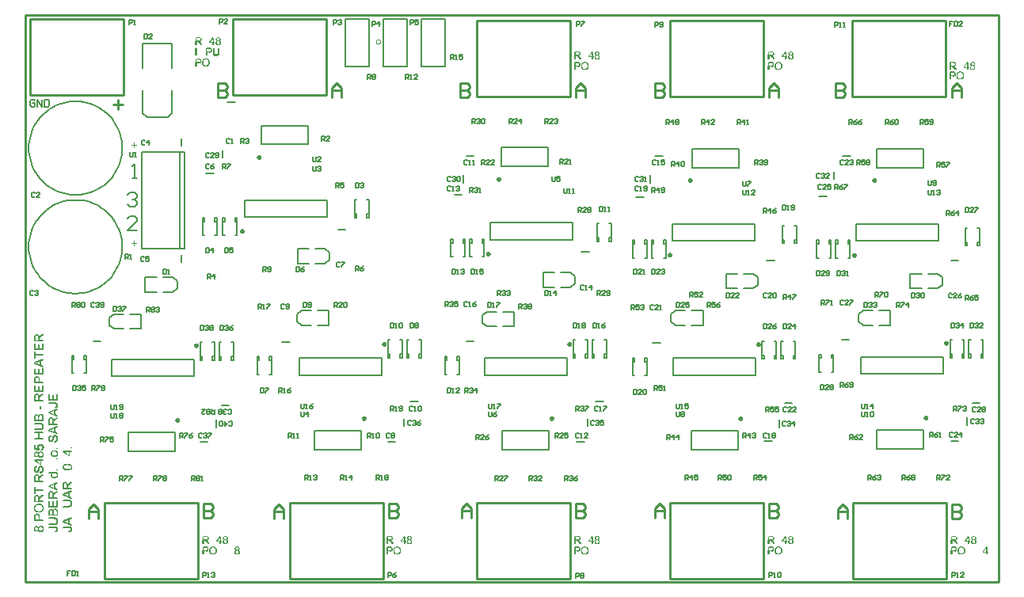
<source format=gto>
%FSDAX24Y24*%
%MOIN*%
%SFA1B1*%

%IPPOS*%
%ADD10C,0.010000*%
%ADD29C,0.007900*%
%ADD30C,0.009800*%
%ADD31C,0.005000*%
%ADD32C,0.005900*%
%ADD33C,0.001000*%
%LNde-220124-1*%
%LPD*%
G54D31*
X043842Y066350D02*
X043850Y066350D01*
X043859Y066349*
X043871Y066346*
X043883Y066343*
X043894Y066339*
X043900Y066335*
X043904Y066333*
X043905Y066333*
X043910Y066330*
X043911Y066330*
X043914Y066328*
X043914Y066327*
X043922Y066320*
X043930Y066313*
X043937Y066305*
X043943Y066295*
X043952Y066279*
X043953Y066279*
X043952Y066280*
X043952Y066279*
X043953Y066276*
X043954Y066273*
X043957Y066266*
X043960Y066256*
X043961Y066251*
X043964Y066238*
X043966Y066224*
X043967Y066208*
X043967Y066209*
Y066208*
X043966Y066204*
X043966Y066197*
X043965Y066187*
Y066182*
X043962Y066172*
X043959Y066158*
X043955Y066146*
X043951Y066136*
X043950Y066135*
X043946Y066128*
X043947Y066129*
X043945Y066127*
X043942Y066122*
X043938Y066116*
X043931Y066108*
X043923Y066100*
X043913Y066092*
X043900Y066083*
X043900Y066083*
X043901Y066084*
X043902Y066084*
X043897Y066083*
X043892Y066080*
X043888Y066079*
X043885Y066077*
X043876Y066075*
X043863Y066072*
X043851Y066070*
X043838Y066070*
X043834*
X043831*
X043830*
X043828Y066070*
X043821Y066071*
X043815Y066072*
X043804Y066074*
X043793Y066077*
X043780Y066082*
X043776Y066084*
X043773Y066086*
X043765Y066089*
X043771Y066087*
X043768Y066089*
X043763Y066092*
X043755Y066100*
X043746Y066107*
X043739Y066115*
X043732Y066125*
X043726Y066137*
X043725Y066139*
X043724Y066141*
X043723Y066143*
X043722Y066144*
X043721Y066147*
X043719Y066154*
X043718Y066156*
X043716Y066163*
X043715Y066168*
X043712Y066179*
X043710Y066192*
X043709Y066207*
X043710Y066207*
X043710Y066210*
X043710Y066216*
X043711Y066222*
X043712Y066229*
X043713Y066238*
X043715Y066247*
X043717Y066254*
X043720Y066265*
X043722Y066272*
X043726Y066281*
X043730Y066291*
X043734Y066299*
X043740Y066306*
X043747Y066315*
X043747Y066315*
X043751Y066318*
X043755Y066321*
X043759Y066324*
X043764Y066328*
X043769Y066331*
X043777Y066334*
X043784Y066339*
X043791Y066341*
X043801Y066345*
X043808Y066347*
X043817Y066349*
X043828Y066350*
X043840Y066351*
X043838*
X043842Y066350*
X043730Y066140D02*
Y066300D01*
X043780Y066090D02*
Y066330D01*
X043830Y066080D02*
Y066350D01*
X043880Y066090D02*
Y066330D01*
X043930Y066130D02*
Y066300D01*
X043537Y066345D02*
X043544D01*
X043552Y066344*
X043558Y066343*
X043567Y066342*
X043565Y066342*
X043566Y066341*
X043573Y066340*
X043576Y066339*
X043580Y066338*
X043586Y066336*
X043591Y066333*
X043595Y066331*
X043598Y066329*
X043599Y066327*
X043602Y066323*
X043606Y066319*
X043609Y066315*
X043609Y066318*
X043609Y066314*
X043613Y066306*
X043615Y066303*
X043616Y066300*
X043617Y066296*
X043618Y066291*
X043619Y066285*
Y066278*
Y066277*
Y066276*
Y066274*
Y066271*
Y066268*
X043618Y066265*
X043618Y066264*
X043617Y066261*
X043614Y066251*
X043610Y066242*
X043607Y066237*
X043605Y066232*
X043596Y066217*
X043607Y066225*
X043569Y066195*
X043597Y066223*
X043597Y066223*
X043597Y066223*
X043592Y066221*
X043589Y066218*
X043586Y066217*
X043581Y066215*
X043576Y066213*
X043568Y066210*
X043562Y066209*
X043554Y066207*
X043545Y066206*
X043535Y066206*
X043524*
X043417*
Y066075*
X043425*
Y066346*
X043529*
X043537Y066345*
X043430Y066230D02*
X043600D01*
X043430Y066280D02*
X043620D01*
X043430Y066330D02*
X043580D01*
X012799Y069756D02*
X012805Y069755D01*
X012812Y069753*
X012821Y069751*
X012829Y069748*
X012834Y069745*
X012833Y069746*
X012838Y069741*
X012843Y069738*
X012847Y069734*
X012853Y069728*
X012858Y069721*
X012863Y069713*
X012865Y069713*
X012867Y069713*
X012868Y069706*
X012870Y069698*
X012871Y069696*
X012871Y069697*
X012872Y069694*
X012875Y069684*
X012877Y069676*
X012879Y069665*
X012881Y069653*
Y069640*
Y069638*
Y069635*
Y069631*
Y069627*
X012880Y069616*
Y069611*
X012878Y069600*
X012875Y069587*
X012871Y069573*
X012867Y069556*
X012868Y069563*
X012870Y069565*
X012867Y069560*
X012864Y069554*
X012858Y069546*
X012854Y069539*
X012847Y069532*
X012840Y069524*
X012843Y069523*
X012842Y069523*
X012828Y069516*
X012827Y069515*
X012822Y069513*
X012816Y069510*
X012808Y069507*
X012797Y069504*
X012788Y069502*
X012799Y069503*
X012799Y069500*
X012774*
X012781*
X012788Y069502*
X012793Y069503*
X012803Y069505*
X012813Y069508*
X012824Y069513*
X012835Y069519*
X012835Y069520*
X012836Y069520*
X012844Y069526*
X012849Y069533*
X012855Y069538*
X012861Y069548*
X012868Y069558*
X012870Y069564*
X012872Y069566*
X012875Y069575*
X012877Y069581*
X012880Y069589*
X012882Y069598*
X012884Y069611*
X012886Y069624*
Y069638*
Y069639*
Y069642*
Y069649*
X012885Y069656*
Y069666*
X012882Y069677*
X012880Y069686*
X012879Y069687*
X012867Y069710*
X012873Y069704*
X012873Y069705*
X012868Y069714*
X012863Y069721*
X012857Y069728*
X012851Y069734*
X012852Y069728*
X012849Y069742*
X012837Y069746*
X012835Y069747*
X012830Y069750*
X012822Y069754*
X012815Y069755*
X012807Y069758*
X012796*
X012794*
X012786*
X012780Y069756*
X012772Y069754*
X012764Y069750*
X012758Y069748*
X012749Y069742*
X012746Y069739*
X012745Y069738*
X012741Y069734*
X012738Y069730*
X012732Y069724*
X012727Y069715*
X012723Y069707*
X012721Y069702*
X012716Y069697*
Y069685*
X012716Y069687*
X012716Y069689*
X012713Y069682*
X012711Y069674*
X012710Y069671*
X012708Y069665*
X012707Y069658*
X012705Y069652*
X012703Y069644*
X012701Y069635*
X012698Y069623*
X012698Y069619*
Y069621*
X012698Y069621*
X012696Y069617*
X012695Y069612*
X012694Y069607*
X012692Y069598*
X012688Y069586*
X012684Y069574*
X012679Y069562*
X012678Y069560*
X012676Y069553*
X012677Y069558*
X012674Y069554*
X012672Y069550*
X012669Y069546*
X012664Y069539*
X012660Y069534*
X012654Y069529*
X012650Y069525*
X012650Y069526*
X012645Y069524*
X012640Y069522*
X012635Y069519*
X012628Y069518*
X012622Y069517*
X012616*
X012610*
X012609Y069517*
X012603Y069518*
X012596Y069520*
X012589Y069522*
X012581Y069525*
X012566Y069531*
X012572Y069530*
X012574Y069528*
X012569Y069533*
X012564Y069537*
X012559Y069543*
X012554Y069549*
X012550Y069556*
X012543Y069570*
X012547Y069567*
Y069566*
X012545Y069569*
Y069569*
X012542Y069575*
X012539Y069583*
X012537Y069591*
X012536Y069601*
X012534Y069614*
X012533Y069627*
X012534Y069627*
Y069628*
Y069630*
X012534Y069633*
X012534Y069637*
X012535Y069647*
X012537Y069658*
X012539Y069670*
X012542Y069681*
X012547Y069697*
X012535Y069687*
X012549Y069699*
Y069693*
X012546Y069691*
X012551Y069700*
X012554Y069706*
X012558Y069712*
X012564Y069718*
X012570Y069724*
X012580Y069731*
X012580Y069732*
X012580Y069732*
X012584Y069734*
X012590Y069737*
X012598Y069740*
X012605Y069742*
X012616Y069744*
X012600Y069741*
X012613Y069744*
X012615Y069746*
X012620*
X012608Y069744*
X012598Y069740*
X012587Y069736*
X012575Y069730*
X012564Y069721*
X012555Y069712*
X012552Y069709*
X012548Y069704*
X012544Y069697*
X012541Y069688*
X012536Y069676*
X012532Y069663*
X012530Y069646*
X012529Y069628*
X012529Y069627*
Y069624*
Y069617*
X012530Y069613*
X012530Y069611*
X012532Y069599*
X012533Y069587*
X012537Y069572*
X012542Y069558*
X012547Y069551*
X012561Y069541*
X012552Y069544*
X012555Y069541*
X012563Y069535*
X012568Y069530*
X012577Y069524*
X012587Y069520*
X012598Y069517*
X012610Y069516*
X012616*
X012623*
X012630Y069517*
X012639Y069520*
X012649Y069525*
X012656Y069531*
X012662Y069536*
X012668Y069542*
X012669Y069545*
X012670Y069546*
X012673Y069551*
X012675Y069555*
X012676Y069558*
X012679Y069563*
X012682Y069571*
X012684Y069578*
X012686Y069585*
X012690Y069593*
X012692Y069603*
X012694Y069612*
X012698Y069627*
X012699Y069632*
Y069629*
X012699Y069630*
X012700Y069635*
X012701Y069642*
X012702Y069644*
X012705Y069657*
X012710Y069672*
X012714Y069686*
X012715Y069692*
X012717Y069698*
X012719Y069703*
X012719Y069702*
X012719Y069703*
X012722Y069708*
X012726Y069715*
X012730Y069721*
X012734Y069728*
X012740Y069734*
X012746Y069740*
X012746Y069741*
X012749*
X012758Y069750*
X012757Y069749*
X012763Y069751*
X012769Y069753*
X012776Y069755*
X012783Y069757*
X012792*
X012798Y069756*
X012590Y069520D02*
X012580D01*
X012650D02*
X012640D01*
X012890Y069620D02*
D01*
X012570Y069720D02*
X012560D01*
X012783Y070006D02*
X012875D01*
Y070009*
X012783*
Y069842*
X012772*
X012541Y070004*
Y070006*
X012790*
Y070058*
X012783*
Y070006*
X012760Y069860D02*
X012770D01*
X012680Y069910D02*
X012770D01*
X012610Y069960D02*
X012770D01*
X012790Y070010D02*
D01*
X012791Y070358D02*
X012798Y070357D01*
X012805*
X012812Y070355*
X012824Y070351*
X012829Y070349*
X012833Y070347*
X012839Y070343*
X012845Y070339*
X012850Y070335*
X012855Y070331*
X012852Y070339*
X012856Y070328*
X012858Y070326*
X012861Y070323*
X012863Y070321*
X012864Y070319*
X012866Y070312*
X012870Y070306*
X012872Y070301*
X012875Y070295*
X012877Y070287*
X012879Y070281*
X012880Y070274*
X012881Y070265*
Y070257*
Y070256*
Y070254*
Y070251*
Y070250*
X012880Y070246*
Y070239*
X012879Y070236*
X012877Y070230*
X012874Y070217*
X012871Y070211*
X012869Y070204*
X012865Y070198*
X012862Y070191*
X012859Y070187*
X012851Y070173*
X012854Y070182*
X012856Y070183*
X012846Y070174*
X012845Y070174*
X012846Y070174*
X012842Y070172*
X012836Y070169*
X012832Y070166*
X012827Y070164*
X012814Y070159*
X012808Y070157*
X012803Y070156*
X012795Y070155*
X012787Y070155*
X012789*
X012785Y070155*
X012776Y070156*
X012771Y070157*
X012764Y070159*
X012756Y070162*
X012746Y070165*
X012741Y070168*
X012742Y070167*
X012738Y070171*
X012734Y070174*
X012731Y070178*
X012727Y070184*
X012722Y070192*
X012718Y070201*
X012690Y070206*
X012660Y070200*
X012667Y070212*
X012662Y070204*
X012660Y070197*
X012658Y070192*
X012654Y070187*
X012650Y070183*
X012644Y070179*
X012644Y070178*
X012644Y070178*
X012637Y070176*
X012631Y070173*
X012625Y070172*
X012620Y070171*
X012613*
X012609*
X012610*
X012606Y070171*
X012602Y070171*
X012595Y070173*
X012587Y070176*
X012576Y070180*
X012572Y070182*
X012568Y070185*
X012564Y070188*
X012560Y070192*
X012559Y070193*
X012558Y070194*
X012558Y070194*
X012556Y070198*
X012553Y070203*
X012552Y070203*
X012550Y070208*
X012546Y070216*
X012543Y070228*
X012539Y070242*
X012539Y070247*
Y070256*
Y070258*
Y070260*
Y070264*
X012539Y070267*
X012541Y070279*
X012544Y070289*
X012548Y070300*
X012552Y070306*
X012554Y070311*
X012557Y070314*
X012550Y070313*
X012559Y070325*
X012539Y070298*
X012563Y070322*
X012563Y070322*
X012565Y070323*
X012570Y070327*
X012575Y070331*
X012584Y070335*
X012594Y070339*
X012602Y070342*
X012608*
X012618Y070343*
X012619Y070343*
X012619Y070342*
X012624Y070341*
X012631Y070339*
X012637Y070338*
X012642Y070335*
X012645Y070333*
X012644Y070335*
X012647Y070332*
X012652Y070327*
X012657Y070321*
X012660Y070316*
X012664Y070310*
X012691Y070306*
X012729Y070315*
X012717Y070302*
Y070304*
X012715Y070303*
X012719Y070313*
X012722Y070319*
X012725Y070326*
X012730Y070332*
X012737Y070338*
X012746Y070346*
X012745Y070346*
X012749Y070348*
X012755Y070351*
X012763Y070354*
X012770Y070356*
X012780Y070358*
X012790Y070359*
X012791Y070358*
X012580Y070180D02*
X012640D01*
X012740D02*
X012850D01*
X012550Y070230D02*
X012880D01*
X012550Y070280D02*
X012880D01*
X012590Y070330D02*
X012640D01*
X012740D02*
X012850D01*
X012794Y071933D02*
X012801Y071932D01*
X012808Y071931*
X012814Y071929*
X012820Y071927*
X012824Y071926*
X012826Y071924*
X012831Y071922*
X012833Y071921*
X012839Y071918*
X012842Y071915*
X012847Y071910*
X012852Y071907*
X012856Y071902*
X012855Y071903*
X012855Y071902*
X012858Y071899*
X012859Y071896*
X012862Y071890*
X012864Y071885*
X012867Y071877*
X012869Y071872*
Y071870*
X012870Y071865*
X012871Y071862*
X012872Y071856*
X012873Y071847*
X012874Y071837*
X012875Y071826*
Y071815*
Y071693*
X012541*
Y071812*
Y071813*
Y071814*
Y071816*
Y071819*
Y071823*
Y071825*
X012541Y071833*
X012543Y071844*
X012544Y071855*
X012546Y071864*
X012551Y071877*
X012550Y071870*
X012547Y071868*
X012551Y071873*
X012554Y071879*
X012557Y071885*
X012560Y071888*
X012564Y071893*
X012570Y071898*
X012567Y071899*
X012570Y071898*
X012581Y071906*
X012583Y071906*
X012588Y071908*
X012594Y071911*
X012600Y071912*
X012608Y071914*
X012616Y071915*
X012617Y071914*
X012624Y071913*
X012630Y071911*
X012636Y071910*
X012642Y071908*
X012654Y071902*
X012649Y071904*
X012651Y071903*
X012652Y071901*
X012655Y071898*
X012659Y071893*
X012665Y071887*
X012669Y071881*
X012697Y071879*
X012721Y071886*
X012720Y071881*
X012719Y071877*
X012720Y071880*
X012723Y071888*
X012726Y071893*
X012730Y071900*
X012735Y071908*
X012739Y071914*
X012747Y071920*
X012747Y071920*
X012752Y071923*
X012758Y071926*
X012765Y071929*
X012771Y071931*
X012779Y071933*
X012789*
X012794*
X012550Y071710D02*
X012870D01*
X012550Y071760D02*
X012870D01*
X012550Y071810D02*
X012870D01*
X012560Y071860D02*
X012870D01*
X012750Y071910D02*
X012840D01*
X012760Y072178D02*
X012762D01*
Y072273*
X012760*
Y072178*
X012750Y071560D02*
X012758D01*
X012762*
X012767Y071559*
X012782Y071557*
X012796Y071555*
X012809Y071552*
X012825Y071547*
X012821*
X012819Y071549*
X012826Y071546*
X012829Y071545*
X012835Y071541*
X012841Y071535*
X012850Y071528*
X012857Y071521*
X012858Y071523*
X012844Y071516*
X012862Y071507*
Y071510*
X012867Y071505*
X012868Y071502*
X012870Y071497*
X012872Y071492*
X012874Y071487*
X012875Y071481*
X012877Y071475*
X012878Y071469*
X012880Y071452*
X012881Y071433*
X012881Y071433*
Y071430*
Y071427*
X012880Y071417*
Y071412*
X012879Y071407*
X012877Y071394*
X012874Y071382*
X012870Y071369*
X012865Y071356*
X012863Y071350*
X012864Y071357*
X012864Y071357*
X012860Y071350*
X012855Y071345*
X012849Y071338*
X012842Y071332*
X012834Y071326*
X012819Y071319*
X012820Y071319*
X012815Y071318*
X012810Y071317*
X012803Y071316*
X012796Y071314*
X012790Y071313*
X012782Y071311*
X012775Y071310*
X012768Y071310*
X012758*
X012747Y071309*
X012541*
Y071310*
X012750*
X012756*
X012768Y071311*
X012780Y071312*
X012794Y071313*
X012807Y071316*
X012814Y071317*
X012813Y071318*
X012816Y071319*
X012827Y071322*
X012833Y071327*
X012838Y071329*
X012846Y071335*
X012855Y071344*
X012862Y071352*
X012871Y071368*
X012863Y071342*
X012873Y071372*
X012875Y071376*
X012877Y071381*
X012881Y071392*
X012883Y071405*
X012884Y071416*
X012886Y071429*
Y071433*
Y071439*
X012885Y071443*
Y071445*
Y071452*
X012882Y071467*
X012877Y071482*
X012873Y071497*
X012865Y071512*
X012860Y071520*
X012845Y071531*
X012853Y071527*
X012851Y071529*
X012846Y071534*
X012843Y071535*
X012842Y071536*
X012835Y071541*
X012828Y071544*
X012822Y071546*
X012815Y071548*
X012808Y071550*
X012798Y071554*
X012787Y071555*
X012777Y071557*
X012765Y071558*
X012752Y071560*
X012541*
Y071561*
X012744*
X012750Y071560*
X012860Y071520D02*
Y071510D01*
X012775Y070658D02*
X012779Y070658D01*
X012784Y070657*
X012790Y070656*
X012795Y070655*
X012807Y070652*
X012820Y070647*
X012826Y070644*
X012834Y070640*
X012838Y070638*
X012851Y070631*
X012845Y070633*
X012842Y070636*
X012844Y070633*
X012850Y070627*
X012855Y070622*
X012858Y070618*
X012862Y070611*
X012866Y070606*
X012869Y070600*
X012872Y070594*
X012875Y070587*
X012878Y070577*
X012880Y070570*
X012881Y070562*
Y070552*
Y070550*
Y070547*
Y070546*
X012880Y070542*
Y070536*
X012879Y070532*
X012878Y070527*
X012875Y070515*
X012870Y070503*
X012868Y070498*
X012865Y070493*
X012862Y070488*
X012854Y070475*
X012865Y070483*
X012825Y070450*
X012854Y070479*
X012854Y070479*
X012850Y070476*
X012846Y070473*
X012842Y070470*
X012834Y070465*
X012823Y070460*
X012810Y070456*
X012803Y070454*
X012822Y070456*
X012822Y070454*
X012808*
X012809Y070455*
X012806*
X012814Y070457*
X012822Y070459*
X012835Y070464*
X012846Y070470*
X012858Y070476*
X012867Y070486*
X012870Y070489*
X012873Y070493*
X012877Y070498*
X012881Y070507*
X012885Y070515*
X012889Y070525*
X012891Y070538*
X012892Y070550*
X012893Y070553*
Y070554*
Y070561*
X012892Y070563*
X012891Y070566*
X012888Y070581*
X012883Y070591*
X012879Y070602*
X012870Y070616*
X012865Y070621*
X012852Y070630*
X012859Y070620*
X012843Y070640*
X012852Y070634*
X012845Y070639*
X012835Y070644*
X012823Y070649*
X012808Y070654*
X012791Y070656*
X012774Y070658*
X012770*
X012768*
X012760*
X012755Y070656*
X012745Y070655*
X012733Y070651*
X012719Y070646*
X012706Y070638*
X012690Y070627*
X012688Y070623*
X012688Y070623*
X012682Y070616*
X012676Y070606*
X012671Y070596*
X012667Y070583*
X012663Y070568*
X012662Y070553*
Y070550*
Y070543*
X012663Y070536*
X012664Y070533*
X012666Y070522*
X012668Y070515*
X012672Y070507*
X012676Y070495*
X012678Y070494*
X012681Y070490*
X012685Y070483*
X012692Y070476*
X012697Y070472*
X012703Y070466*
X012698Y070469*
X012697Y070466*
X012547Y070495*
Y070641*
X012542*
Y070491*
X012680Y070478*
X012700Y070496*
X012689Y070507*
X012688Y070509*
X012686Y070511*
X012685Y070513*
X012680Y070525*
X012676Y070532*
X012674Y070542*
X012671Y070553*
X012670Y070565*
X012671Y070566*
Y070568*
Y070572*
X012671Y070574*
X012671Y070577*
X012672Y070580*
X012673Y070585*
X012677Y070598*
X012679Y070604*
X012682Y070609*
X012685Y070614*
X012689Y070620*
X012693Y070625*
X012698Y070631*
X012699Y070632*
X012699Y070632*
X012701Y070633*
X012706Y070637*
X012710Y070640*
X012719Y070645*
X012723Y070648*
X012727Y070650*
X012732Y070652*
X012739Y070653*
X012747Y070655*
X012753Y070657*
X012762Y070658*
X012771Y070659*
X012771*
X012775Y070658*
X012860Y070470D02*
X012850D01*
X012550Y070520D02*
X012540D01*
X012680D02*
D01*
X012890D02*
D01*
X012550Y070570D02*
X012540D01*
X012670D02*
X012660D01*
X012890D02*
D01*
X012550Y070620D02*
X012540D01*
X012870D02*
X012860D01*
X012875Y071173D02*
X012694D01*
Y070924*
X012875*
Y070923*
X012541*
Y070924*
X012699*
Y071173*
X012541*
Y071174*
X012875*
Y071173*
Y069395D02*
X012800Y069348D01*
X012800Y069347*
X012805Y069350*
X012802Y069348*
X012795Y069343*
X012787Y069339*
X012776Y069331*
X012769Y069325*
X012760Y069320*
X012751Y069312*
X012749Y069310*
X012747Y069309*
X012740Y069304*
X012730Y069294*
X012725Y069288*
X012722Y069283*
X012719Y069275*
X012721Y069283*
X012717Y069275*
X012716Y069274*
X012710Y069263*
X012708Y069253*
X012707Y069248*
X012705Y069242*
Y069234*
X012704Y069224*
Y069217*
Y069133*
X012875*
Y069132*
X012541*
Y069277*
Y069278*
Y069280*
Y069282*
Y069286*
Y069290*
Y069293*
X012541Y069304*
X012542Y069316*
X012544Y069327*
X012547Y069338*
X012548Y069345*
X012549Y069350*
X012537Y069340*
X012552Y069353*
X012552Y069352*
X012553Y069353*
X012554Y069354*
X012559Y069361*
X012563Y069366*
X012569Y069371*
X012566Y069372*
X012567Y069371*
X012580Y069378*
X012584Y069380*
X012588Y069382*
X012596Y069385*
X012605Y069387*
X012611Y069389*
X012621*
X012625*
X012628*
X012631*
X012631Y069388*
X012638Y069386*
X012647Y069384*
X012655Y069380*
X012665Y069374*
X012669Y069372*
X012672Y069369*
X012670Y069371*
X012674Y069363*
X012675Y069363*
X012673Y069368*
X012679Y069361*
X012681Y069358*
X012683Y069354*
X012684Y069352*
X012690Y069339*
X012692Y069332*
X012695Y069325*
X012697Y069319*
X012698Y069312*
X012709Y069255*
X012747Y069293*
X012749Y069298*
X012750Y069300*
X012752Y069304*
X012757Y069312*
X012760Y069316*
X012764Y069321*
X012765Y069322*
X012766Y069323*
X012769Y069326*
X012774Y069331*
X012781Y069336*
X012790Y069343*
X012800Y069351*
X012810Y069358*
X012875Y069399*
Y069395*
X012550Y069150D02*
X012690D01*
X012550Y069200D02*
X012690D01*
X012550Y069250D02*
X012700D01*
X012550Y069300D02*
X012700D01*
X012750D02*
X012740D01*
X012560Y069350D02*
X012670D01*
X012794Y067228D02*
X012798Y067227D01*
X012804*
X012812Y067224*
X012823Y067221*
X012829Y067219*
X012834Y067216*
X012839Y067213*
X012845Y067209*
X012849Y067206*
X012863Y067197*
X012849Y067203*
Y067200*
X012858Y067195*
X012857Y067197*
X012861Y067193*
X012863Y067190*
X012867Y067181*
X012870Y067175*
X012873Y067170*
X012875Y067165*
X012876Y067156*
X012879Y067150*
X012880Y067144*
X012881Y067135*
Y067126*
Y067124*
Y067121*
Y067117*
X012880Y067114*
X012880Y067106*
X012879Y067106*
X012877Y067100*
X012874Y067086*
X012871Y067080*
X012869Y067074*
X012865Y067067*
X012862Y067062*
X012859Y067057*
X012851Y067043*
X012854Y067052*
X012856Y067053*
X012852Y067049*
X012849Y067046*
X012845Y067043*
X012837Y067039*
X012832Y067036*
X012827Y067033*
X012814Y067028*
X012810Y067027*
X012803Y067026*
X012795Y067025*
X012787Y067025*
X012789*
X012785Y067025*
X012779Y067026*
X012771Y067026*
X012764Y067028*
X012754Y067031*
X012747Y067034*
X012742Y067038*
X012740Y067039*
X012735Y067044*
X012731Y067049*
X012726Y067053*
X012723Y067061*
X012718Y067071*
X012690Y067076*
X012662Y067071*
X012667Y067080*
X012663Y067073*
X012661Y067067*
X012658Y067062*
X012654Y067057*
X012650Y067052*
X012655Y067053*
X012650Y067052*
X012644Y067048*
X012641Y067047*
X012637Y067045*
X012633Y067044*
X012625Y067042*
X012619Y067040*
X012611Y067040*
X012613*
X012609Y067040*
X012605Y067041*
X012594Y067043*
X012586Y067045*
X012577Y067050*
X012572Y067052*
X012568Y067055*
X012564Y067058*
X012560Y067062*
X012550Y067067*
X012559Y067063*
X012560Y067062*
X012558Y067064*
X012556Y067068*
X012553Y067072*
X012550Y067078*
X012546Y067086*
X012543Y067098*
X012539Y067112*
X012539Y067117*
Y067125*
Y067126*
Y067128*
Y067130*
Y067133*
X012539Y067136*
X012541Y067148*
X012544Y067159*
X012548Y067170*
X012552Y067176*
X012554Y067181*
X012557Y067185*
X012550Y067183*
X012559Y067195*
X012550Y067183*
X012560Y067188*
X012565Y067193*
X012567Y067194*
X012576Y067200*
X012584Y067205*
X012593Y067209*
X012603Y067211*
X012610Y067212*
X012618Y067213*
X012619Y067213*
X012619Y067212*
X012624Y067211*
X012631Y067209*
X012637Y067208*
X012641Y067206*
X012653Y067200*
X012647Y067202*
X012647*
X012652Y067197*
X012656Y067192*
X012660Y067185*
X012664Y067179*
X012688Y067120*
X012715Y067177*
X012714Y067173*
X012716Y067176*
X012718Y067182*
X012721Y067188*
X012725Y067194*
X012731Y067202*
X012737Y067209*
X012733Y067209*
X012739Y067209*
X012746Y067216*
X012748Y067217*
X012755Y067220*
X012762Y067223*
X012771Y067225*
X012780Y067228*
X012790*
X012795*
X012794*
X012580Y067050D02*
X012640D01*
X012740D02*
X012850D01*
X012550Y067100D02*
X012880D01*
X012550Y067150D02*
X012670D01*
X012720D02*
X012880D01*
X012590Y067200D02*
X012640D01*
X012740D02*
X012850D01*
X012628Y067735D02*
X012635Y067734D01*
X012641*
X012645Y067733*
X012647Y067732*
X012660Y067729*
X012671Y067724*
X012676Y067722*
X012682Y067717*
X012688Y067714*
X012686Y067721*
X012689Y067713*
X012693Y067709*
X012695Y067707*
X012696Y067705*
X012698Y067701*
X012700Y067698*
X012703Y067691*
X012707Y067685*
X012709Y067679*
X012711Y067672*
X012713Y067664*
X012715Y067652*
X012717Y067642*
X012718Y067630*
Y067617*
Y067493*
X012875*
Y067492*
X012541*
Y067612*
Y067614*
Y067615*
Y067618*
Y067625*
Y067632*
X012542Y067641*
Y067650*
X012543Y067657*
X012544Y067668*
X012545Y067671*
X012544Y067669*
X012544Y067665*
X012546Y067674*
X012548Y067680*
X012549Y067686*
X012551Y067691*
X012554Y067697*
X012559Y067704*
X012560Y067706*
X012564Y067710*
X012569Y067714*
X012574Y067719*
X012579Y067722*
X012577Y067723*
X012580Y067721*
X012588Y067727*
X012591Y067728*
X012598Y067731*
X012604Y067732*
X012610Y067734*
X012618Y067735*
X012628Y067736*
X012628Y067735*
X012560Y067500D02*
Y067700D01*
X012610Y067500D02*
Y067740D01*
X012660Y067500D02*
Y067720D01*
X012710Y067500D02*
Y067650D01*
X051542Y066350D02*
X051550Y066350D01*
X051559Y066349*
X051571Y066346*
X051583Y066343*
X051594Y066339*
X051600Y066335*
X051604Y066333*
X051605Y066333*
X051610Y066330*
X051611Y066330*
X051614Y066328*
X051614Y066327*
X051622Y066320*
X051630Y066313*
X051637Y066305*
X051643Y066295*
X051652Y066279*
X051653Y066279*
X051652Y066280*
X051652Y066279*
X051653Y066276*
X051654Y066273*
X051657Y066266*
X051660Y066256*
X051661Y066251*
X051664Y066238*
X051666Y066224*
X051667Y066208*
X051667Y066209*
Y066208*
X051666Y066204*
X051666Y066197*
X051665Y066187*
Y066182*
X051662Y066172*
X051659Y066158*
X051655Y066146*
X051651Y066136*
X051650Y066135*
X051646Y066128*
X051647Y066129*
X051645Y066127*
X051642Y066122*
X051638Y066116*
X051631Y066108*
X051623Y066100*
X051613Y066092*
X051600Y066083*
X051600Y066083*
X051601Y066084*
X051602Y066084*
X051597Y066083*
X051592Y066080*
X051588Y066079*
X051585Y066077*
X051576Y066075*
X051563Y066072*
X051551Y066070*
X051538Y066070*
X051534*
X051531*
X051530*
X051528Y066070*
X051521Y066071*
X051515Y066072*
X051504Y066074*
X051493Y066077*
X051480Y066082*
X051476Y066084*
X051473Y066086*
X051465Y066089*
X051471Y066087*
X051468Y066089*
X051463Y066092*
X051455Y066100*
X051446Y066107*
X051439Y066115*
X051432Y066125*
X051426Y066137*
X051425Y066139*
X051424Y066141*
X051423Y066143*
X051422Y066144*
X051421Y066147*
X051419Y066154*
X051418Y066156*
X051416Y066163*
X051415Y066168*
X051412Y066179*
X051410Y066192*
X051409Y066207*
X051410Y066207*
X051410Y066210*
X051410Y066216*
X051411Y066222*
X051412Y066229*
X051413Y066238*
X051415Y066247*
X051417Y066254*
X051420Y066265*
X051422Y066272*
X051426Y066281*
X051430Y066291*
X051434Y066299*
X051440Y066306*
X051447Y066315*
X051447Y066315*
X051451Y066318*
X051455Y066321*
X051459Y066324*
X051464Y066328*
X051469Y066331*
X051477Y066334*
X051484Y066339*
X051491Y066341*
X051501Y066345*
X051508Y066347*
X051517Y066349*
X051528Y066350*
X051540Y066351*
X051538*
X051542Y066350*
X051430Y066140D02*
Y066300D01*
X051480Y066090D02*
Y066330D01*
X051530Y066080D02*
Y066350D01*
X051580Y066090D02*
Y066330D01*
X051630Y066130D02*
Y066300D01*
X012722Y068151D02*
X012724D01*
X012727*
X012732Y068150*
X012740Y068149*
X012755Y068146*
X012771Y068142*
X012786Y068137*
X012807Y068129*
X012801Y068130*
X012801Y068130*
X012806Y068128*
X012806Y068128*
X012810Y068126*
X012814Y068123*
X012823Y068116*
X012833Y068108*
X012843Y068098*
X012852Y068087*
X012863Y068070*
X012862Y068071*
X012862Y068070*
X012863Y068068*
X012865Y068065*
X012867Y068061*
X012867Y068057*
X012871Y068049*
X012874Y068038*
X012878Y068024*
X012880Y068008*
X012881Y067991*
X012881Y067991*
Y067988*
Y067984*
X012880Y067978*
X012879Y067972*
X012878Y067965*
X012875Y067952*
X012871Y067937*
X012865Y067922*
X012862Y067914*
X012871Y067917*
X012855Y067911*
Y067904*
X012858Y067907*
X012855Y067902*
X012854Y067901*
X012850Y067897*
X012843Y067889*
X012833Y067880*
X012824Y067870*
X012811Y067861*
X012795Y067852*
X012800Y067853*
X012790Y067850*
X012789Y067850*
X012786Y067848*
X012760Y067841*
X012771Y067844*
X012766Y067842*
X012761Y067841*
X012745Y067837*
X012729Y067835*
X012712Y067835*
X012709*
X012704*
X012699*
X012693Y067835*
X012683Y067837*
X012673Y067838*
X012663Y067840*
X012653Y067843*
X012640Y067846*
X012630Y067849*
X012620Y067853*
X012609Y067859*
X012598Y067865*
X012589Y067871*
X012572Y067882*
X012578Y067880*
X012578Y067880*
X012575Y067885*
X012571Y067889*
X012566Y067896*
X012561Y067902*
X012557Y067908*
X012553Y067917*
X012549Y067925*
X012545Y067936*
X012540Y067946*
X012538Y067955*
X012536Y067967*
X012534Y067981*
X012533Y067994*
X012534Y067994*
Y067996*
Y067994*
X012534Y067998*
X012535Y068007*
Y068008*
X012536Y068013*
X012536Y068021*
X012540Y068033*
X012543Y068049*
X012548Y068062*
X012551Y068068*
X012558Y068082*
X012556Y068076*
X012556Y068076*
X012557Y068078*
X012559Y068081*
X012564Y068088*
X012564Y068088*
X012571Y068096*
X012580Y068106*
X012590Y068115*
X012602Y068123*
X012617Y068131*
X012622Y068134*
X012622Y068134*
X012620Y068133*
X012625Y068135*
X012633Y068138*
X012638Y068140*
X012642Y068141*
X012649Y068143*
X012657Y068145*
X012672Y068149*
X012689Y068151*
X012709Y068152*
X012722Y068151*
X012630Y067850D02*
X012790D01*
X012570Y067900D02*
X012850D01*
X012550Y067950D02*
X012880D01*
X012540Y068000D02*
X012880D01*
X012550Y068050D02*
X012860D01*
X012580Y068100D02*
X012830D01*
X012536Y068753D02*
X012875D01*
X012536*
Y068626*
X012541*
Y068880*
X012536*
Y068753*
X012875Y068530D02*
X012800Y068484D01*
X012800Y068483*
X012805Y068486*
X012802Y068484*
X012795Y068479*
X012787Y068475*
X012776Y068467*
X012769Y068461*
X012760Y068456*
X012751Y068448*
X012749Y068446*
X012740Y068440*
X012730Y068430*
X012725Y068424*
X012722Y068419*
X012719Y068411*
X012721Y068419*
X012717Y068411*
X012716Y068410*
X012710Y068399*
X012708Y068389*
X012707Y068384*
X012705Y068378*
Y068370*
X012704Y068360*
Y068353*
Y068269*
X012875*
Y068268*
X012541*
Y068413*
Y068414*
Y068416*
Y068418*
Y068422*
Y068426*
Y068429*
X012541Y068440*
X012542Y068452*
X012544Y068463*
X012547Y068474*
X012548Y068481*
X012549Y068486*
X012537Y068476*
X012552Y068489*
X012552Y068488*
X012553Y068489*
X012554Y068490*
X012559Y068497*
X012563Y068502*
X012569Y068507*
X012566Y068508*
X012567Y068507*
X012580Y068514*
X012584Y068516*
X012588Y068518*
X012596Y068521*
X012605Y068523*
X012611Y068525*
X012621*
X012625*
X012628*
X012631*
X012631Y068524*
X012638Y068522*
X012647Y068520*
X012655Y068516*
X012665Y068510*
X012669Y068508*
X012672Y068505*
X012670Y068507*
X012674Y068499*
X012675Y068499*
X012673Y068504*
X012679Y068497*
X012681Y068494*
X012683Y068490*
X012684Y068488*
X012690Y068475*
X012692Y068468*
X012695Y068461*
X012697Y068455*
X012698Y068448*
X012709Y068391*
X012747Y068429*
X012749Y068434*
X012750Y068436*
X012752Y068440*
X012757Y068448*
X012760Y068452*
X012764Y068457*
X012765Y068458*
X012766Y068459*
X012769Y068462*
X012774Y068467*
X012781Y068472*
X012790Y068479*
X012800Y068487*
X012810Y068494*
X012875Y068535*
Y068530*
X012550Y068290D02*
X012690D01*
X012550Y068340D02*
X012690D01*
X012550Y068390D02*
X012700D01*
X012550Y068440D02*
X012700D01*
X012750D02*
X012740D01*
X012560Y068490D02*
X012670D01*
X012820D02*
X012810D01*
X012875Y072793D02*
X012804Y072748D01*
X012804Y072748*
X012805Y072749*
X012802Y072747*
X012795Y072742*
X012787Y072738*
X012776Y072730*
X012768Y072723*
X012761Y072718*
X012751Y072712*
X012749Y072709*
X012746Y072707*
X012740Y072702*
X012731Y072693*
X012725Y072687*
X012722Y072682*
X012719Y072674*
X012721Y072682*
X012717Y072674*
X012716Y072673*
X012710Y072662*
X012707Y072646*
X012707Y072654*
X012706Y072652*
Y072644*
X012705Y072640*
X012705Y072633*
X012704Y072622*
Y072615*
Y072532*
X012875*
Y072531*
X012541*
Y072676*
Y072677*
Y072679*
Y072681*
Y072684*
Y072689*
Y072692*
X012541Y072703*
X012542Y072715*
X012544Y072726*
X012547Y072737*
X012548Y072744*
X012549Y072749*
X012537Y072739*
X012552Y072752*
X012551Y072750*
X012550Y072747*
X012555Y072755*
X012559Y072760*
X012563Y072765*
X012569Y072770*
X012566Y072771*
X012567Y072770*
X012580Y072777*
X012584Y072779*
X012588Y072781*
X012596Y072784*
X012605Y072786*
X012611Y072788*
X012621*
X012625*
X012628*
X012631*
X012631Y072787*
X012638Y072785*
X012647Y072783*
X012655Y072779*
X012665Y072773*
X012669Y072771*
X012672Y072768*
X012670Y072770*
X012674Y072762*
X012675Y072762*
X012673Y072767*
X012679Y072760*
X012681Y072757*
X012683Y072753*
X012684Y072751*
X012690Y072738*
X012692Y072731*
X012695Y072724*
X012697Y072718*
X012698Y072711*
X012709Y072654*
X012746Y072691*
X012749Y072696*
X012751Y072700*
X012752Y072703*
X012757Y072711*
X012760Y072715*
X012764Y072720*
X012763Y072719*
X012765Y072721*
X012770Y072726*
X012774Y072730*
X012781Y072735*
X012790Y072742*
X012799Y072749*
X012809Y072755*
X012875Y072798*
Y072793*
X012550Y072550D02*
X012690D01*
X012550Y072600D02*
X012690D01*
X012550Y072650D02*
X012700D01*
X012550Y072700D02*
X012700D01*
X012750D02*
X012740D01*
X012560Y072750D02*
X012670D01*
X028315Y066797D02*
X028315D01*
X028316Y066796*
X028325Y066794*
X028335Y066792*
X028344Y066788*
X028348Y066786*
X028352Y066784*
X028355Y066782*
X028353Y066790*
X028364Y066781*
X028352Y066789*
X028357Y066780*
X028362Y066775*
X028362Y066775*
X028363Y066774*
X028367Y066768*
X028370Y066761*
X028374Y066753*
X028376Y066744*
X028376Y066742*
X028377Y066735*
X028377Y066737*
X028376Y066735*
X028375Y066729*
X028374Y066724*
X028373Y066720*
X028371Y066716*
X028380Y066720*
X028369Y066715*
X028367Y066711*
X028367Y066711*
X028364Y066708*
X028361Y066706*
X028356Y066703*
X028351Y066700*
X028348Y066672*
X028355Y066649*
X028347Y066652*
X028324Y066661*
X028349Y066648*
X028355Y066646*
X028359Y066644*
X028364Y066642*
X028369Y066638*
X028374Y066633*
X028380Y066626*
X028380Y066626*
X028380Y066626*
X028381Y066624*
X028384Y066618*
X028386Y066613*
X028387Y066606*
X028389Y066598*
X028390Y066590*
X028390Y066591*
Y066590*
Y066592*
X028389Y066588*
X028389Y066582*
X028388Y066581*
X028386Y066574*
X028382Y066563*
X028381Y066558*
X028378Y066552*
X028374Y066547*
X028371Y066543*
X028378Y066545*
X028371Y066543*
X028366Y066538*
X028366Y066538*
X028363Y066536*
X028359Y066534*
X028357Y066532*
X028353Y066531*
X028347Y066527*
X028344Y066526*
X028339Y066524*
X028333Y066522*
X028328Y066521*
X028322Y066520*
X028316Y066520*
X028309*
X028305*
X028304*
X028300Y066521*
X028292*
X028291Y066521*
X028286Y066522*
X028277Y066524*
X028272Y066527*
X028267Y066528*
X028261Y066532*
X028257Y066534*
X028252Y066538*
X028254Y066530*
X028252Y066537*
X028248Y066541*
X028247Y066542*
X028245Y066544*
X028245Y066545*
X028242Y066551*
X028238Y066555*
X028236Y066561*
X028231Y066572*
X028230Y066576*
X028229Y066581*
X028229Y066586*
Y066593*
Y066594*
Y066596*
Y066598*
Y066601*
X028229Y066606*
X028231Y066612*
X028233Y066618*
X028236Y066625*
X028238Y066629*
X028237Y066628*
X028239Y066630*
X028243Y066634*
X028247Y066638*
X028250Y066640*
X028256Y066643*
X028263Y066647*
X028268Y066674*
X028278Y066674*
X028333Y066678*
X028269Y066699*
X028258Y066705*
X028258Y066705*
X028255Y066708*
X028250Y066711*
X028246Y066716*
X028247Y066715*
X028247Y066715*
X028245Y066720*
X028243Y066724*
X028242Y066728*
X028241Y066734*
X028240Y066740*
X028241Y066740*
Y066741*
Y066737*
X028242Y066739*
Y066743*
X028242Y066746*
X028243Y066754*
X028245Y066759*
X028249Y066768*
X028250Y066771*
X028252Y066773*
X028255Y066777*
X028258Y066780*
X028259Y066781*
X028261Y066783*
X028261Y066783*
X028266Y066785*
X028270Y066787*
X028277Y066791*
X028286Y066793*
X028297Y066796*
X028301Y066797*
X028308*
X028312*
X028315*
X028250Y066550D02*
Y066630D01*
Y066720D02*
Y066770D01*
X028300Y066530D02*
Y066670D01*
Y066700D02*
Y066800D01*
X028350Y066540D02*
Y066640D01*
Y066710D02*
Y066770D01*
X035692Y066350D02*
X035700Y066350D01*
X035709Y066349*
X035721Y066346*
X035733Y066343*
X035744Y066339*
X035750Y066335*
X035754Y066333*
X035755Y066333*
X035760Y066330*
X035761Y066330*
X035764Y066328*
X035764Y066327*
X035772Y066320*
X035780Y066313*
X035787Y066305*
X035793Y066295*
X035802Y066279*
X035803Y066279*
X035802Y066280*
X035802Y066279*
X035803Y066276*
X035804Y066273*
X035807Y066266*
X035810Y066256*
X035811Y066251*
X035814Y066238*
X035816Y066224*
X035817Y066208*
X035817Y066209*
Y066208*
X035816Y066204*
X035816Y066197*
X035815Y066187*
Y066182*
X035812Y066172*
X035809Y066158*
X035805Y066146*
X035801Y066136*
X035800Y066135*
X035796Y066128*
X035797Y066129*
X035795Y066127*
X035792Y066122*
X035788Y066116*
X035781Y066108*
X035773Y066100*
X035763Y066092*
X035750Y066083*
X035750Y066083*
X035751Y066084*
X035752Y066084*
X035747Y066083*
X035742Y066080*
X035738Y066079*
X035735Y066077*
X035726Y066075*
X035713Y066072*
X035701Y066070*
X035688Y066070*
X035684*
X035681*
X035680*
X035678Y066070*
X035671Y066071*
X035665Y066072*
X035654Y066074*
X035643Y066077*
X035630Y066082*
X035626Y066084*
X035623Y066086*
X035615Y066089*
X035621Y066087*
X035618Y066089*
X035613Y066092*
X035612Y066093*
X035604Y066100*
X035596Y066107*
X035589Y066115*
X035582Y066125*
X035576Y066137*
X035575Y066139*
X035574Y066141*
X035573Y066143*
X035572Y066144*
X035571Y066147*
X035569Y066154*
X035568Y066156*
X035566Y066163*
X035565Y066168*
X035562Y066179*
X035560Y066192*
X035559Y066207*
X035560Y066207*
X035560Y066210*
X035560Y066216*
X035561Y066222*
X035562Y066229*
X035563Y066238*
X035565Y066247*
X035567Y066254*
X035570Y066265*
X035572Y066272*
X035576Y066281*
X035580Y066291*
X035584Y066299*
X035590Y066306*
X035597Y066315*
X035597Y066315*
X035601Y066318*
X035605Y066321*
X035609Y066324*
X035614Y066328*
X035619Y066331*
X035627Y066334*
X035634Y066339*
X035641Y066341*
X035651Y066345*
X035658Y066347*
X035667Y066349*
X035678Y066350*
X035690Y066351*
X035688*
X035692Y066350*
X035580Y066140D02*
Y066300D01*
X035630Y066090D02*
Y066330D01*
X035680Y066080D02*
Y066350D01*
X035730Y066090D02*
Y066330D01*
X035780Y066130D02*
Y066300D01*
X035387Y066345D02*
X035394D01*
X035402Y066344*
X035408Y066343*
X035417Y066342*
X035415Y066342*
X035416Y066341*
X035423Y066340*
X035426Y066339*
X035430Y066338*
X035436Y066336*
X035441Y066333*
X035445Y066331*
X035448Y066329*
X035449Y066327*
X035452Y066323*
X035456Y066319*
X035459Y066315*
X035459Y066318*
X035459Y066314*
X035463Y066306*
X035465Y066303*
X035466Y066300*
X035467Y066296*
X035468Y066291*
X035469Y066285*
Y066278*
Y066277*
Y066276*
Y066274*
Y066271*
Y066268*
X035468Y066265*
X035468Y066264*
X035467Y066261*
X035464Y066251*
X035460Y066242*
X035457Y066237*
X035455Y066232*
X035446Y066217*
X035457Y066225*
X035419Y066195*
X035447Y066223*
X035447Y066223*
X035447Y066223*
X035442Y066221*
X035439Y066218*
X035436Y066217*
X035431Y066215*
X035426Y066213*
X035418Y066210*
X035412Y066209*
X035404Y066207*
X035395Y066206*
X035385Y066206*
X035374*
X035267*
Y066075*
X035275*
Y066346*
X035379*
X035387Y066345*
X035280Y066230D02*
X035450D01*
X035280Y066280D02*
X035470D01*
X035280Y066330D02*
X035430D01*
X027499Y066795D02*
X027507D01*
X027514*
X027523Y066794*
X027532Y066792*
X027543Y066790*
X027545Y066789*
X027543Y066790*
X027544Y066789*
X027553Y066786*
X027554Y066785*
X027558Y066782*
X027563Y066777*
X027568Y066772*
X027568Y066776*
X027568Y066775*
X027571Y066765*
X027574Y066761*
X027575Y066758*
X027578Y066752*
X027579Y066745*
X027581Y066739*
Y066733*
Y066732*
Y066731*
Y066729*
Y066727*
Y066728*
X027580Y066727*
X027578Y066719*
X027577Y066711*
X027574Y066705*
X027570Y066697*
X027568Y066695*
X027565Y066691*
X027567Y066693*
X027560Y066687*
X027562Y066691*
X027563Y066691*
X027558Y066686*
X027558Y066686*
X027555Y066685*
X027551Y066683*
X027546Y066680*
X027541Y066678*
X027536Y066676*
X027532Y066675*
X027525Y066673*
X027519Y066671*
X027462Y066664*
X027502Y066624*
X027509Y066620*
X027510Y066620*
X027511Y066620*
X027519Y066614*
X027520Y066614*
X027523Y066612*
X027526Y066609*
X027527Y066608*
X027528Y066606*
X027534Y066601*
X027538Y066596*
X027544Y066589*
X027549Y066581*
X027555Y066573*
X027586Y066525*
X027592*
X027558Y066572*
X027555Y066582*
X027552Y066585*
X027554Y066583*
X027551Y066589*
X027546Y066595*
X027541Y066604*
X027535Y066611*
X027531Y066618*
X027524Y066626*
X027525Y066625*
X027524Y066627*
X027520Y066631*
X027518Y066634*
X027508Y066644*
X027503Y066649*
X027500Y066650*
X027497Y066653*
X027491Y066656*
X027487Y066658*
X027482Y066660*
X027469Y066664*
X027464Y066666*
X027466*
X027462Y066666*
X027456Y066667*
X027452*
X027447*
X027367*
Y066525*
X027375*
Y066796*
X027495*
X027499Y066795*
X027390Y066680D02*
Y066800D01*
X027440Y066680D02*
Y066800D01*
X027490Y066640D02*
Y066650D01*
Y066680D02*
Y066800D01*
X027540Y066600D02*
Y066590D01*
Y066690D02*
Y066780D01*
X028096Y066588D02*
X028139D01*
Y066602*
X028096*
Y066525*
X028106*
Y066602*
X027967*
Y066605*
X028100Y066795*
X028096*
Y066588*
X027990Y066610D02*
Y066630D01*
X028040Y066610D02*
Y066700D01*
X028090Y066610D02*
Y066770D01*
X020346Y066588D02*
X020389D01*
Y066602*
X020346*
Y066525*
X020356*
Y066602*
X020217*
Y066605*
X020350Y066795*
X020346*
Y066588*
X020240Y066610D02*
Y066630D01*
X020290Y066610D02*
Y066700D01*
X020340Y066610D02*
Y066770D01*
X012875Y074243D02*
X012759Y074198D01*
Y074002*
X012875Y073960*
Y073961*
X012541Y074088*
Y074110*
X012875Y074245*
Y074243*
X012760Y074010D02*
X012750D01*
X012630Y074060D02*
X012750D01*
X012550Y074110D02*
X012750D01*
X012670Y074160D02*
X012750D01*
X012790Y074210D02*
X012780D01*
X012875Y073635D02*
X012541D01*
Y073863*
X012536*
Y073636*
X012704*
Y073848*
X012699*
Y073636*
X012880*
Y073872*
X012875*
Y073635*
X012880Y073650D02*
D01*
Y073700D02*
D01*
Y073750D02*
D01*
Y073800D02*
D01*
Y073850D02*
D01*
X012875Y072919D02*
X012541D01*
Y073147*
X012536*
Y072920*
X012704*
Y073132*
X012699*
Y072920*
X012880*
Y073156*
X012875*
Y072919*
X012631Y073518D02*
X012639Y073518D01*
X012639Y073517*
X012645Y073516*
X012649Y073515*
X012660Y073512*
X012671Y073507*
X012677Y073504*
X012682Y073501*
X012687Y073498*
X012689Y073496*
X012692Y073491*
X012695Y073489*
X012693Y073493*
X012695Y073488*
X012699Y073484*
X012700Y073481*
X012703Y073474*
X012707Y073468*
X012709Y073462*
X012711Y073455*
X012713Y073447*
X012715Y073435*
X012717Y073424*
X012718Y073414*
Y073400*
Y073277*
X012875*
Y073276*
X012541*
Y073395*
Y073396*
Y073397*
Y073399*
Y073402*
Y073408*
Y073415*
X012542Y073424*
Y073433*
X012543Y073441*
X012544Y073452*
X012544Y073450*
X012545Y073452*
X012546Y073457*
X012548Y073463*
X012549Y073469*
X012551Y073474*
X012554Y073480*
X012561Y073494*
X012559Y073489*
X012560Y073490*
X012563Y073493*
X012569Y073497*
X012574Y073502*
X012579Y073505*
X012590Y073511*
X012589Y073511*
X012587Y073510*
X012592Y073512*
X012596Y073513*
X012604Y073515*
X012610Y073517*
X012618Y073518*
X012628Y073519*
X012631Y073518*
X012560Y073290D02*
Y073490D01*
X012610Y073290D02*
Y073520D01*
X012660Y073290D02*
Y073500D01*
X012710Y073290D02*
Y073440D01*
X012536Y074448D02*
X012875D01*
Y074447*
X012536*
Y074321*
X012541*
Y074575*
X012536*
Y074448*
X020565Y066797D02*
X020565D01*
X020566Y066796*
X020575Y066794*
X020585Y066792*
X020594Y066788*
X020598Y066786*
X020602Y066784*
X020605Y066782*
X020603Y066790*
X020614Y066781*
X020602Y066789*
X020607Y066780*
X020612Y066775*
X020612Y066775*
X020613Y066774*
X020617Y066768*
X020620Y066761*
X020624Y066753*
X020626Y066744*
X020626Y066742*
X020627Y066735*
X020627Y066737*
X020626Y066735*
X020625Y066729*
X020624Y066724*
X020623Y066720*
X020621Y066716*
X020630Y066720*
X020619Y066715*
X020617Y066711*
X020617Y066711*
X020614Y066708*
X020611Y066706*
X020606Y066703*
X020601Y066700*
X020598Y066672*
X020605Y066649*
X020597Y066652*
X020574Y066661*
X020599Y066648*
X020605Y066646*
X020609Y066644*
X020614Y066642*
X020619Y066638*
X020624Y066633*
X020630Y066626*
X020630Y066626*
X020630Y066626*
X020631Y066624*
X020634Y066618*
X020636Y066613*
X020637Y066606*
X020639Y066598*
X020640Y066590*
X020640Y066591*
Y066590*
Y066592*
X020639Y066588*
X020639Y066582*
X020638Y066581*
X020636Y066574*
X020632Y066563*
X020631Y066558*
X020628Y066552*
X020624Y066547*
X020621Y066543*
X020628Y066545*
X020621Y066543*
X020616Y066538*
X020616Y066538*
X020613Y066536*
X020609Y066534*
X020607Y066532*
X020603Y066531*
X020597Y066527*
X020594Y066526*
X020589Y066524*
X020583Y066522*
X020578Y066521*
X020572Y066520*
X020566Y066520*
X020559*
X020555*
X020554*
X020550Y066521*
X020542*
X020541Y066521*
X020536Y066522*
X020527Y066524*
X020522Y066527*
X020517Y066528*
X020511Y066532*
X020507Y066534*
X020502Y066538*
X020504Y066530*
X020502Y066537*
X020498Y066541*
X020497Y066542*
X020495Y066544*
X020495Y066545*
X020492Y066551*
X020488Y066555*
X020486Y066561*
X020481Y066572*
X020480Y066576*
X020479Y066581*
X020479Y066586*
Y066593*
Y066594*
Y066596*
Y066598*
Y066601*
X020479Y066606*
X020481Y066612*
X020483Y066618*
X020486Y066625*
X020488Y066629*
X020487Y066628*
X020489Y066630*
X020493Y066634*
X020497Y066638*
X020500Y066640*
X020506Y066643*
X020513Y066647*
X020518Y066674*
X020528Y066674*
X020583Y066678*
X020519Y066699*
X020510Y066703*
X020508Y066705*
X020505Y066707*
X020500Y066711*
X020496Y066716*
X020497Y066715*
X020497Y066715*
X020495Y066720*
X020493Y066724*
X020492Y066728*
X020491Y066734*
X020490Y066740*
X020491Y066740*
Y066741*
Y066737*
X020492Y066739*
Y066743*
X020492Y066746*
X020493Y066754*
X020495Y066759*
X020499Y066768*
X020500Y066771*
X020502Y066773*
X020505Y066777*
X020508Y066780*
X020509Y066781*
X020511Y066783*
X020511Y066783*
X020516Y066785*
X020520Y066787*
X020527Y066791*
X020536Y066793*
X020547Y066796*
X020551Y066797*
X020558*
X020562*
X020565*
X020500Y066550D02*
Y066630D01*
Y066720D02*
Y066770D01*
X020550Y066530D02*
Y066670D01*
Y066700D02*
Y066800D01*
X020600Y066540D02*
Y066640D01*
Y066710D02*
Y066770D01*
X019749Y066795D02*
X019757D01*
X019764*
X019773Y066794*
X019782Y066792*
X019793Y066790*
X019795Y066789*
X019793Y066790*
X019794Y066789*
X019803Y066786*
X019804Y066785*
X019808Y066782*
X019813Y066777*
X019818Y066772*
X019818Y066776*
X019818Y066775*
X019821Y066765*
X019824Y066761*
X019825Y066758*
X019828Y066752*
X019829Y066745*
X019831Y066739*
Y066733*
Y066732*
Y066731*
Y066729*
Y066727*
Y066728*
X019830Y066727*
X019828Y066719*
X019827Y066711*
X019824Y066705*
X019820Y066697*
X019818Y066695*
X019815Y066691*
X019817Y066693*
X019810Y066687*
X019812Y066691*
X019813Y066691*
X019808Y066686*
X019808Y066686*
X019805Y066685*
X019801Y066683*
X019796Y066680*
X019791Y066678*
X019786Y066676*
X019782Y066675*
X019775Y066673*
X019769Y066671*
X019712Y066664*
X019752Y066624*
X019759Y066620*
X019760Y066620*
X019761Y066620*
X019769Y066614*
X019770Y066614*
X019773Y066612*
X019776Y066609*
X019777Y066608*
X019778Y066606*
X019784Y066601*
X019788Y066596*
X019794Y066589*
X019799Y066581*
X019805Y066573*
X019836Y066525*
X019842*
X019808Y066572*
X019805Y066582*
X019802Y066585*
X019804Y066583*
X019801Y066589*
X019796Y066595*
X019791Y066604*
X019785Y066611*
X019781Y066618*
X019774Y066626*
X019775Y066625*
X019774Y066627*
X019770Y066631*
X019768Y066634*
X019758Y066644*
X019753Y066649*
X019750Y066650*
X019747Y066653*
X019741Y066656*
X019737Y066658*
X019732Y066660*
X019719Y066664*
X019714Y066666*
X019716*
X019712Y066666*
X019706Y066667*
X019702*
X019697*
X019617*
Y066525*
X019625*
Y066796*
X019745*
X019749Y066795*
X019640Y066680D02*
Y066800D01*
X019690Y066680D02*
Y066800D01*
X019740Y066640D02*
Y066650D01*
Y066680D02*
Y066800D01*
X019790Y066600D02*
Y066590D01*
Y066690D02*
Y066780D01*
X012875Y075298D02*
X012804Y075253D01*
X012804Y075253*
X012805Y075254*
X012802Y075252*
X012795Y075247*
X012787Y075243*
X012776Y075235*
X012768Y075228*
X012761Y075223*
X012751Y075217*
X012749Y075214*
X012746Y075212*
X012740Y075207*
X012731Y075198*
X012725Y075192*
X012722Y075187*
X012719Y075179*
X012721Y075187*
X012717Y075179*
X012716Y075178*
X012710Y075167*
X012707Y075151*
X012707Y075159*
X012706Y075157*
Y075149*
X012705Y075145*
X012705Y075138*
X012704Y075127*
Y075120*
Y075037*
X012875*
Y075036*
X012541*
Y075181*
Y075182*
Y075184*
Y075186*
Y075189*
Y075194*
Y075197*
X012541Y075207*
X012542Y075220*
X012544Y075231*
X012547Y075242*
X012548Y075249*
X012549Y075254*
X012537Y075244*
X012552Y075257*
X012551Y075255*
X012550Y075252*
X012555Y075260*
X012559Y075265*
X012563Y075270*
X012569Y075275*
X012566Y075276*
X012567Y075275*
X012580Y075282*
X012584Y075284*
X012588Y075286*
X012596Y075289*
X012605Y075291*
X012611Y075293*
X012621*
X012625*
X012628*
X012631*
X012631Y075292*
X012638Y075290*
X012647Y075288*
X012655Y075284*
X012665Y075278*
X012669Y075276*
X012672Y075273*
X012670Y075275*
X012674Y075267*
X012675Y075267*
X012673Y075272*
X012679Y075265*
X012681Y075262*
X012683Y075258*
X012684Y075256*
X012690Y075243*
X012692Y075236*
X012695Y075229*
X012697Y075223*
X012698Y075216*
X012709Y075159*
X012746Y075196*
X012749Y075201*
X012751Y075205*
X012752Y075208*
X012757Y075216*
X012760Y075220*
X012760Y075220*
X012763Y075221*
X012766Y075226*
X012770Y075230*
X012775Y075235*
X012781Y075240*
X012790Y075247*
X012799Y075254*
X012809Y075260*
X012875Y075303*
Y075298*
X012550Y075060D02*
X012690D01*
X012550Y075110D02*
X012690D01*
X012550Y075160D02*
X012700D01*
X012550Y075210D02*
X012700D01*
X012570Y075260D02*
X012670D01*
X012820D02*
X012810D01*
X012875Y074679D02*
X012541D01*
Y074906*
X012536*
Y074679*
X012704*
Y074892*
X012699*
Y074679*
X012880*
Y074915*
X012875*
Y074679*
X013477Y072540D02*
X013143D01*
Y072768*
X013138*
Y072541*
X013306*
Y072754*
X013301*
Y072541*
X013482*
Y072777*
X013477*
Y072540*
X014075Y068704D02*
X013959Y068659D01*
Y068463*
X014075Y068421*
Y068421*
X013741Y068549*
Y068571*
X014075Y068706*
Y068704*
X013960Y068470D02*
X013950D01*
X013830Y068520D02*
X013950D01*
X013750Y068570D02*
X013950D01*
X013870Y068620D02*
X013950D01*
X013990Y068670D02*
X013980D01*
X014075Y069073D02*
X014004Y069028D01*
X014004Y069028*
X014005Y069029*
X014002Y069027*
X013995Y069022*
X013987Y069018*
X013976Y069010*
X013968Y069003*
X013961Y068998*
X013951Y068992*
X013949Y068989*
X013946Y068987*
X013940Y068982*
X013931Y068973*
X013925Y068967*
X013922Y068962*
X013919Y068954*
X013921Y068962*
X013917Y068954*
X013916Y068953*
X013910Y068942*
X013907Y068926*
X013907Y068934*
X013906Y068932*
Y068924*
X013905Y068920*
X013905Y068913*
X013904Y068902*
Y068895*
Y068812*
X014075*
Y068811*
X013741*
Y068956*
Y068957*
Y068959*
Y068961*
Y068964*
Y068969*
Y068972*
X013741Y068982*
X013742Y068995*
X013744Y069006*
X013747Y069017*
X013748Y069024*
X013749Y069029*
X013737Y069019*
X013752Y069032*
X013751Y069030*
X013750Y069027*
X013755Y069035*
X013759Y069040*
X013763Y069045*
X013769Y069050*
X013766Y069051*
X013767Y069050*
X013780Y069057*
X013784Y069059*
X013788Y069061*
X013796Y069064*
X013805Y069066*
X013811Y069068*
X013821*
X013825*
X013828*
X013831*
X013831Y069067*
X013838Y069065*
X013847Y069063*
X013855Y069059*
X013865Y069053*
X013869Y069051*
X013872Y069048*
X013870Y069050*
X013874Y069042*
X013875Y069042*
X013873Y069047*
X013879Y069040*
X013881Y069037*
X013883Y069033*
X013884Y069031*
X013890Y069018*
X013892Y069011*
X013895Y069004*
X013897Y068998*
X013898Y068991*
X013909Y068934*
X013946Y068971*
X013949Y068976*
X013951Y068980*
X013952Y068983*
X013957Y068991*
X013960Y068995*
X013960Y068995*
X013963Y068996*
X013967Y069003*
X013970Y069006*
X013974Y069010*
X013981Y069015*
X013990Y069022*
X013999Y069029*
X014009Y069035*
X014075Y069078*
Y069073*
X013750Y068830D02*
X013890D01*
X013750Y068880D02*
X013890D01*
X013750Y068930D02*
X013900D01*
X013750Y068980D02*
X013900D01*
X013950D02*
X013940D01*
X013760Y069030D02*
X013870D01*
X013950Y068317D02*
X013953Y068317D01*
X013963Y068316*
X013969*
X013982Y068314*
X013996Y068312*
X014009Y068309*
X014025Y068304*
X014021*
X014019Y068306*
X014024Y068304*
X014029Y068301*
X014035Y068298*
X014041Y068292*
X014050Y068286*
X014057Y068277*
X014058Y068279*
X014048Y068271*
X014062Y068264*
Y068270*
X014066Y068263*
X014066Y068262*
X014069Y068258*
X014070Y068253*
X014072Y068249*
X014074Y068244*
X014075Y068238*
X014077Y068232*
X014078Y068226*
X014080Y068209*
X014081Y068190*
X014081Y068190*
Y068187*
Y068183*
Y068179*
X014080Y068176*
X014080Y068171*
X014079Y068164*
X014077Y068151*
X014074Y068139*
X014070Y068126*
X014064Y068109*
X014065Y068115*
X014063Y068108*
X014064Y068114*
X014064Y068114*
X014060Y068107*
X014055Y068102*
X014049Y068094*
X014042Y068089*
X014034Y068083*
X014034Y068081*
X014035Y068084*
X014019Y068076*
X014020Y068076*
X014012Y068074*
X014005Y068072*
X014004Y068072*
X013996Y068071*
X013989Y068069*
X013983Y068068*
X013975Y068067*
X013967Y068066*
X013958Y068066*
X013949*
X013741*
Y068067*
X013950*
X013956*
X013968Y068068*
X013980Y068069*
X013993Y068070*
X014008Y068072*
X014016Y068075*
X014022Y068079*
X014018Y068076*
X014025Y068078*
X014033Y068082*
X014039Y068087*
X014046Y068092*
X014054Y068100*
X014062Y068108*
X014071Y068126*
X014067Y068118*
X014076Y068131*
X014078Y068141*
X014081Y068148*
X014083Y068161*
X014084Y068173*
X014086Y068186*
Y068190*
Y068196*
X014085Y068200*
Y068202*
Y068209*
X014082Y068224*
X014077Y068239*
X014073Y068254*
X014065Y068269*
X014060Y068277*
X014045Y068288*
X014053Y068284*
X014051Y068286*
X014046Y068291*
X014043Y068292*
X014040Y068295*
X014031Y068298*
X014030Y068299*
X014022Y068303*
X014015Y068305*
X014007Y068308*
X013999Y068310*
X013987Y068312*
X013977Y068313*
X013966Y068315*
X013952Y068317*
X013741*
Y068318*
X013944*
X013950Y068317*
X014075Y067571D02*
X013959Y067527D01*
Y067330*
X014075Y067289*
Y067289*
X013741Y067417*
Y067438*
X014075Y067573*
Y067571*
X013960Y067340D02*
X013950D01*
X013830Y067390D02*
X013950D01*
X013750Y067440D02*
X013950D01*
X013880Y067490D02*
X013950D01*
X014000Y067540D02*
D01*
X013983Y070371D02*
X014075D01*
Y070374*
X013983*
Y070207*
X013972*
X013741Y070369*
Y070371*
X013990*
Y070423*
X013983*
Y070371*
X013960Y070230D02*
X013970D01*
X013880Y070280D02*
X013970D01*
X013810Y070330D02*
X013970D01*
X013990Y070380D02*
D01*
X013927Y069826D02*
X013932D01*
X013939Y069825*
X013948*
X013963Y069823*
X013980Y069820*
X013998Y069817*
X014004Y069815*
X014015Y069812*
X014016*
X014017Y069811*
X014023Y069808*
X014031Y069804*
X014040Y069799*
X014049Y069793*
X014058Y069787*
X014058Y069791*
X014071Y069780*
X014059Y069790*
X014065Y069778*
X014067Y069776*
X014068Y069773*
X014071Y069767*
X014075Y069757*
X014078Y069748*
X014080Y069738*
X014081Y069724*
X014081Y069724*
Y069721*
Y069717*
X014080Y069716*
X014079Y069711*
X014078Y069705*
X014077Y069701*
X014073Y069688*
X014071Y069684*
X014068Y069678*
X014064Y069671*
X014060Y069667*
X014056Y069662*
X014052Y069658*
X014052Y069658*
X014049Y069656*
X014045Y069654*
X014041Y069652*
X014034Y069649*
X014029Y069646*
X014020Y069643*
X014011Y069639*
X014001Y069637*
X013989Y069634*
X013975Y069631*
X013961Y069628*
X013945Y069627*
X013928Y069626*
X013910*
X013899*
X013894*
X013888*
X013882Y069626*
X013873Y069627*
X013856Y069628*
X013840Y069631*
X013821Y069634*
X013815Y069636*
X013804Y069638*
X013811Y069637*
X013813Y069635*
X013806Y069639*
X013801Y069640*
X013799Y069641*
X013796Y069642*
X013789Y069646*
X013779Y069652*
X013770Y069658*
X013763Y069664*
X013755Y069673*
X013753Y069674*
X013754Y069673*
X013755Y069672*
X013751Y069679*
X013747Y069686*
X013744Y069693*
X013741Y069702*
X013739Y069713*
X013738Y069727*
X013739Y069727*
Y069729*
Y069731*
Y069733*
X013740Y069738*
X013741Y069747*
X013742Y069754*
X013745Y069760*
X013750Y069774*
X013750Y069770*
X013749Y069769*
X013752Y069773*
X013756Y069779*
X013759Y069783*
X013764Y069788*
X013770Y069794*
X013770Y069794*
X013771*
X013780Y069799*
X013784Y069802*
X013789Y069804*
X013796Y069808*
X013805Y069811*
X013814Y069815*
X013823Y069818*
X013822*
X013826Y069818*
X013833Y069820*
X013835Y069820*
X013843Y069821*
X013848Y069822*
X013852Y069823*
X013860*
X013867Y069825*
X013873*
X013882Y069826*
X013890*
X013910*
X013922*
X013927*
X013790Y069650D02*
X014040D01*
X013750Y069700D02*
X014080D01*
X013750Y069750D02*
X014080D01*
X013800Y069800D02*
X014020D01*
X013986Y067186D02*
X013995D01*
X014003*
X014014Y067184*
X014024Y067182*
X014034Y067180*
X014039Y067178*
X014040Y067177*
X014045Y067175*
X014046Y067174*
X014053Y067170*
X014058Y067166*
X014062Y067163*
X014066Y067156*
X014071Y067149*
X014071Y067149*
X014073Y067145*
X014075Y067138*
X014077Y067130*
X014079Y067122*
X014081Y067112*
Y067103*
Y067102*
Y067101*
Y067098*
X014080Y067094*
X014080Y067088*
X014078Y067080*
X014075Y067070*
X014071Y067059*
X014069Y067055*
X014066Y067050*
X014063Y067046*
X014070Y067048*
X014061Y067037*
X014083Y067066*
X014060Y067043*
X014059Y067043*
X014058Y067042*
X014054Y067040*
X014052Y067038*
X014045Y067034*
X014042Y067033*
X014035Y067031*
X014030Y067029*
X014024Y067028*
X014015Y067026*
X014008Y067025*
X014000Y067025*
X014012*
X014013Y067021*
X013989*
X013992*
X013998*
X014004Y067022*
X014012Y067024*
X014023Y067025*
X014037Y067029*
X014050Y067035*
X014057Y067040*
X014064Y067051*
X014056Y067038*
X014065Y067047*
X014072Y067053*
X014075Y067061*
X014078Y067066*
X014082Y067077*
X014086Y067091*
Y067103*
Y067104*
Y067106*
Y067113*
X014084Y067119*
X014083Y067123*
X014082Y067131*
X014078Y067140*
X014064Y067154*
X014073Y067148*
X014071Y067152*
X014066Y067157*
X014060Y067165*
X014052Y067170*
X014045Y067175*
X014037Y067178*
X014033Y067179*
X014029Y067181*
X014022Y067182*
X014013Y067183*
X014005Y067184*
X013993Y067186*
X013741*
Y067187*
X013982*
X013986Y067186*
X014070Y067070D02*
Y067060D01*
X035696Y086751D02*
X035700D01*
X035700Y086750*
X035707Y086749*
X035712*
X035721Y086746*
X035733Y086743*
X035744Y086739*
X035750Y086735*
X035754Y086733*
X035755Y086733*
X035760Y086730*
X035761Y086730*
X035764Y086728*
X035764Y086727*
X035772Y086720*
X035780Y086713*
X035787Y086705*
X035793Y086695*
X035802Y086679*
X035803Y086679*
X035802Y086680*
X035802Y086679*
X035803Y086676*
X035804Y086673*
X035807Y086666*
X035810Y086656*
X035811Y086651*
X035814Y086638*
X035816Y086624*
X035817Y086608*
X035817Y086609*
Y086608*
X035816Y086604*
X035816Y086597*
X035815Y086587*
Y086582*
X035812Y086572*
X035809Y086558*
X035805Y086546*
X035801Y086536*
X035800Y086535*
X035796Y086528*
X035797Y086529*
X035795Y086527*
X035792Y086522*
X035788Y086516*
X035781Y086508*
X035773Y086500*
X035763Y086492*
X035750Y086483*
X035750Y086483*
X035751Y086484*
X035752Y086484*
X035747Y086483*
X035742Y086480*
X035738Y086479*
X035735Y086477*
X035726Y086475*
X035713Y086472*
X035701Y086470*
X035688Y086470*
X035684*
X035681*
X035680*
X035678Y086470*
X035671Y086471*
X035665Y086472*
X035654Y086474*
X035643Y086477*
X035630Y086482*
X035626Y086484*
X035623Y086486*
X035615Y086489*
X035621Y086487*
X035618Y086489*
X035613Y086492*
X035612Y086493*
X035604Y086500*
X035596Y086507*
X035589Y086515*
X035582Y086525*
X035576Y086537*
X035575Y086539*
X035574Y086541*
X035573Y086543*
X035572Y086544*
X035571Y086547*
X035569Y086554*
X035568Y086556*
X035566Y086563*
X035565Y086568*
X035562Y086579*
X035560Y086592*
X035559Y086607*
X035560Y086607*
X035560Y086610*
X035560Y086616*
X035561Y086622*
X035562Y086629*
X035563Y086638*
X035565Y086647*
X035567Y086654*
X035570Y086665*
X035572Y086672*
X035576Y086681*
X035580Y086691*
X035584Y086699*
X035590Y086706*
X035597Y086715*
X035597Y086715*
X035601Y086718*
X035605Y086721*
X035609Y086724*
X035614Y086728*
X035619Y086731*
X035627Y086734*
X035634Y086739*
X035641Y086741*
X035651Y086745*
X035658Y086747*
X035668Y086749*
X035678Y086751*
X035689*
X035693*
X035696*
X035580Y086540D02*
Y086700D01*
X035630Y086490D02*
Y086730D01*
X035680Y086480D02*
Y086750D01*
X035730Y086490D02*
Y086730D01*
X035780Y086530D02*
Y086700D01*
X035387Y086745D02*
X035394D01*
X035402Y086744*
X035408Y086743*
X035417Y086742*
X035415Y086742*
X035416Y086741*
X035423Y086740*
X035426Y086739*
X035430Y086738*
X035436Y086736*
X035441Y086733*
X035445Y086731*
X035448Y086729*
X035449Y086727*
X035452Y086723*
X035456Y086719*
X035459Y086715*
X035459Y086718*
X035459Y086714*
X035463Y086706*
X035465Y086703*
X035466Y086700*
X035467Y086696*
X035468Y086691*
X035469Y086685*
Y086678*
Y086677*
Y086676*
Y086674*
Y086671*
Y086668*
X035468Y086665*
X035468Y086664*
X035467Y086661*
X035464Y086651*
X035460Y086642*
X035457Y086637*
X035455Y086632*
X035446Y086617*
X035457Y086625*
X035419Y086595*
X035447Y086623*
X035447Y086623*
X035447Y086623*
X035442Y086621*
X035439Y086618*
X035436Y086617*
X035431Y086615*
X035426Y086613*
X035418Y086610*
X035412Y086609*
X035404Y086607*
X035395Y086606*
X035385Y086606*
X035374*
X035267*
Y086475*
X035275*
Y086746*
X035379*
X035387Y086745*
X035280Y086630D02*
X035450D01*
X035280Y086680D02*
X035470D01*
X035280Y086730D02*
X035430D01*
X043846Y086751D02*
X043850D01*
X043850Y086750*
X043857Y086749*
X043862*
X043871Y086746*
X043883Y086743*
X043894Y086739*
X043900Y086735*
X043904Y086733*
X043905Y086733*
X043910Y086730*
X043911Y086730*
X043914Y086728*
X043914Y086727*
X043922Y086720*
X043930Y086713*
X043937Y086705*
X043943Y086695*
X043952Y086679*
X043953Y086679*
X043952Y086680*
X043952Y086679*
X043953Y086676*
X043954Y086673*
X043957Y086666*
X043960Y086656*
X043961Y086651*
X043964Y086638*
X043966Y086624*
X043967Y086608*
X043967Y086609*
Y086608*
X043966Y086604*
X043966Y086597*
X043965Y086587*
Y086582*
X043962Y086572*
X043959Y086558*
X043955Y086546*
X043951Y086536*
X043950Y086535*
X043946Y086528*
X043947Y086529*
X043945Y086527*
X043942Y086522*
X043938Y086516*
X043931Y086508*
X043923Y086500*
X043913Y086492*
X043900Y086483*
X043900Y086483*
X043901Y086484*
X043902Y086484*
X043897Y086483*
X043892Y086480*
X043888Y086479*
X043885Y086477*
X043876Y086475*
X043863Y086472*
X043851Y086470*
X043838Y086470*
X043834*
X043831*
X043830*
X043828Y086470*
X043821Y086471*
X043815Y086472*
X043804Y086474*
X043793Y086477*
X043780Y086482*
X043776Y086484*
X043773Y086486*
X043765Y086489*
X043771Y086487*
X043768Y086489*
X043763Y086492*
X043755Y086500*
X043746Y086507*
X043739Y086515*
X043732Y086525*
X043726Y086537*
X043725Y086539*
X043724Y086541*
X043723Y086543*
X043722Y086544*
X043721Y086547*
X043719Y086554*
X043718Y086556*
X043716Y086563*
X043715Y086568*
X043712Y086579*
X043710Y086592*
X043709Y086607*
X043710Y086607*
X043710Y086610*
X043710Y086616*
X043711Y086622*
X043712Y086629*
X043713Y086638*
X043715Y086647*
X043717Y086654*
X043720Y086665*
X043722Y086672*
X043726Y086681*
X043730Y086691*
X043734Y086699*
X043740Y086706*
X043747Y086715*
X043747Y086715*
X043751Y086718*
X043755Y086721*
X043759Y086724*
X043764Y086728*
X043769Y086731*
X043777Y086734*
X043784Y086739*
X043791Y086741*
X043801Y086745*
X043808Y086747*
X043818Y086749*
X043828Y086751*
X043839*
X043843*
X043846*
X043730Y086540D02*
Y086700D01*
X043780Y086490D02*
Y086730D01*
X043830Y086480D02*
Y086750D01*
X043880Y086490D02*
Y086730D01*
X043930Y086530D02*
Y086700D01*
X043537Y086745D02*
X043544D01*
X043552Y086744*
X043558Y086743*
X043567Y086742*
X043565Y086742*
X043566Y086741*
X043573Y086740*
X043576Y086739*
X043580Y086738*
X043586Y086736*
X043591Y086733*
X043595Y086731*
X043598Y086729*
X043599Y086727*
X043602Y086723*
X043606Y086719*
X043609Y086715*
X043609Y086718*
X043609Y086714*
X043613Y086706*
X043615Y086703*
X043616Y086700*
X043617Y086696*
X043618Y086691*
X043619Y086685*
Y086678*
Y086677*
Y086676*
Y086674*
Y086671*
Y086668*
X043618Y086665*
X043618Y086664*
X043617Y086661*
X043614Y086651*
X043610Y086642*
X043607Y086637*
X043605Y086632*
X043596Y086617*
X043607Y086625*
X043569Y086595*
X043597Y086623*
X043597Y086623*
X043597Y086623*
X043592Y086621*
X043589Y086618*
X043586Y086617*
X043581Y086615*
X043576Y086613*
X043568Y086610*
X043562Y086609*
X043554Y086607*
X043545Y086606*
X043535Y086606*
X043524*
X043417*
Y086475*
X043425*
Y086746*
X043529*
X043537Y086745*
X043430Y086630D02*
X043600D01*
X043430Y086680D02*
X043620D01*
X043430Y086730D02*
X043580D01*
X014075Y070547D02*
X014071D01*
Y070551*
X014075*
Y070547*
X013400Y071047D02*
X013408Y071045D01*
X013415Y071044*
X013422Y071041*
X013430Y071038*
X013445Y071031*
X013440Y071032*
X013440Y071033*
X013443Y071030*
X013449Y071024*
X013455Y071017*
X013460Y071011*
X013466Y071003*
X013473Y070989*
X013470Y070992*
Y070996*
X013474Y070984*
X013475Y070983*
X013474Y070985*
X013476Y070976*
X013479Y070966*
X013481Y070955*
X013483Y070943*
X013484Y070929*
X013484Y070930*
Y070928*
Y070925*
X013483Y070921*
X013483Y070912*
Y070908*
X013482Y070903*
X013480Y070891*
X013477Y070876*
X013474Y070863*
X013469Y070847*
X013470Y070854*
X013471Y070854*
X013468Y070848*
X013466Y070844*
X013461Y070838*
X013455Y070828*
X013449Y070822*
X013442Y070814*
X013445Y070813*
X013440Y070815*
X013429Y070804*
X013432Y070807*
X013431Y070807*
X013426Y070803*
X013425Y070803*
X013419Y070801*
X013410Y070797*
X013401Y070795*
X013389Y070793*
X013401Y070795*
X013388Y070792*
X013388Y070792*
X013389Y070792*
X013398Y070793*
X013406Y070797*
X013415Y070799*
X013426Y070803*
X013436Y070809*
X013441Y070813*
X013447Y070819*
X013451Y070824*
X013456Y070829*
X013463Y070837*
X013469Y070847*
X013476Y070862*
X013471Y070842*
X013477Y070866*
X013479Y070871*
X013482Y070880*
X013484Y070889*
X013486Y070901*
X013487Y070914*
X013488Y070926*
X013489Y070929*
Y070935*
X013488Y070941*
Y070946*
X013486Y070957*
X013484Y070967*
X013482Y070976*
X013478Y070991*
X013476Y070993*
X013473Y071000*
X013470Y071004*
X013467Y071010*
X013460Y071019*
X013455Y071024*
X013440Y071034*
X013454Y071029*
X013440Y071036*
X013438Y071037*
X013432Y071040*
X013425Y071043*
X013417Y071046*
X013409Y071047*
X013401Y071049*
X013392*
X013385Y071047*
X013382Y071046*
X013375Y071045*
X013369Y071042*
X013359Y071039*
X013350Y071031*
X013345Y071026*
X013344Y071025*
X013341Y071021*
X013334Y071012*
X013330Y071007*
X013325Y070998*
X013320Y070984*
X013320Y070987*
X013319Y070984*
X013317Y070975*
X013317*
X013315Y070971*
X013314Y070964*
X013313Y070962*
X013312Y070956*
X013310Y070950*
X013307Y070942*
X013305Y070934*
X013303Y070924*
X013302Y070918*
X013301Y070913*
X013301Y070913*
X013299Y070909*
X013297Y070903*
X013296Y070899*
X013293Y070887*
X013290Y070876*
X013286Y070864*
X013282Y070854*
X013280Y070850*
X013280Y070850*
X013281Y070850*
X013277Y070845*
X013274Y070840*
X013272Y070836*
X013267Y070830*
X013262Y070824*
X013257Y070819*
X013261Y070819*
X013257Y070819*
X013249Y070814*
X013242Y070812*
X013236Y070809*
X013232Y070808*
X013224Y070807*
X013216Y070807*
X013211Y070807*
X013204Y070808*
X013198Y070810*
X013191Y070812*
X013183Y070815*
X013170Y070821*
X013176Y070820*
X013179Y070816*
X013176Y070819*
X013171Y070823*
X013166Y070828*
X013161Y070833*
X013157Y070840*
X013151Y070847*
X013150Y070846*
X013146Y070855*
X013147Y070851*
X013158Y070824*
X013146Y070859*
X013146Y070861*
X013144Y070866*
X013142Y070873*
X013140Y070881*
X013138Y070893*
X013137Y070904*
Y070917*
Y070918*
Y070921*
Y070924*
Y070928*
Y070930*
X013137Y070938*
X013139Y070948*
X013141Y070960*
X013144Y070970*
X013150Y070986*
X013151Y070992*
X013147Y070984*
X013160Y071016*
X013151Y070987*
X013152Y070990*
X013156Y070996*
X013161Y071003*
X013166Y071009*
X013172Y071015*
X013169Y071016*
X013173Y071015*
X013184Y071024*
X013192Y071027*
X013200Y071030*
X013209Y071033*
X013217Y071035*
X013203Y071034*
X013202Y071038*
X013222*
X013214Y071034*
X013216Y071035*
X013212Y071034*
X013200Y071031*
X013189Y071026*
X013178Y071021*
X013167Y071012*
X013150Y070997*
Y070997*
X013152Y070999*
X013146Y070986*
X013143Y070978*
X013137Y070967*
X013135Y070952*
X013132Y070937*
Y070919*
Y070918*
Y070917*
Y070915*
Y070911*
Y070908*
Y070900*
X013134Y070888*
X013136Y070876*
X013140Y070863*
X013145Y070847*
X013151Y070841*
X013150Y070846*
X013151Y070837*
X013158Y070831*
X013164Y070825*
X013171Y070820*
X013179Y070815*
X013188Y070811*
X013200Y070807*
X013213Y070806*
X013221*
X013227Y070807*
X013234Y070808*
X013242Y070812*
X013250Y070816*
X013258Y070821*
X013253Y070821*
X013262Y070821*
X013272Y070836*
X013272Y070836*
X013276Y070840*
X013278Y070848*
X013279Y070850*
X013282Y070856*
X013284Y070862*
X013286Y070869*
X013288Y070876*
X013291Y070883*
X013295Y070894*
X013297Y070905*
X013299Y070914*
X013302Y070920*
Y070924*
X013302Y070926*
X013303Y070930*
X013305Y070936*
X013308Y070949*
X013312Y070963*
X013316Y070977*
X013317Y070983*
X013319Y070987*
X013321Y070991*
X013324Y071001*
X013326Y071008*
X013322Y071000*
X013335Y071032*
X013325Y071000*
X013328Y071004*
X013332Y071012*
X013336Y071018*
X013342Y071024*
X013348Y071031*
X013356Y071037*
X013356Y071037*
X013358Y071038*
X013360Y071039*
X013365Y071041*
X013370Y071044*
X013377Y071045*
X013386Y071047*
X013395Y071048*
X013400Y071047*
X013250Y070810D02*
X013240D01*
X013450D02*
X013440D01*
X013150Y070860D02*
X013140D01*
X013290D02*
X013280D01*
X013480D02*
X013470D01*
X013140Y070910D02*
X013130D01*
X013490D02*
D01*
Y070960D02*
D01*
X013340Y071010D02*
X013330D01*
X013470D02*
X013460D01*
X013477Y071419D02*
X013361Y071374D01*
Y071178*
X013477Y071136*
Y071136*
X013143Y071264*
Y071286*
X013477Y071421*
Y071419*
X013400Y071170D02*
X013390D01*
X013270Y071220D02*
X013350D01*
X013150Y071270D02*
X013350D01*
X013230Y071320D02*
X013350D01*
X013360Y071370D02*
X013350D01*
X013477Y070518D02*
X013474D01*
Y070522*
X013477*
Y070518*
X013370Y070399D02*
X013373Y070399D01*
X013383Y070398*
X013388*
X013399Y070395*
X013411Y070393*
X013422Y070389*
X013439Y070383*
X013445Y070383*
X013440Y070384*
X013435Y070385*
X013439Y070381*
X013446Y070376*
X013452Y070371*
X013458Y070364*
X013464Y070356*
X013465Y070358*
X013461Y070354*
X013469Y070347*
Y070350*
X013473Y070339*
X013476Y070332*
X013479Y070324*
X013481Y070315*
X013483Y070305*
X013484Y070292*
X013484Y070292*
Y070291*
X013483Y070287*
Y070282*
X013482Y070278*
X013481Y070272*
X013480Y070267*
X013475Y070254*
X013472Y070245*
X013470Y070240*
X013467Y070234*
X013463Y070228*
X013459Y070222*
X013453Y070216*
X013453Y070216*
X013449Y070214*
X013445Y070211*
X013438Y070207*
X013432Y070204*
X013425Y070200*
X013420Y070198*
X013412Y070196*
X013403Y070194*
X013393Y070191*
X013384Y070189*
X013374Y070189*
X013363*
X013360*
X013356*
X013352*
X013348Y070189*
X013340Y070190*
X013333Y070191*
X013325Y070193*
X013316Y070195*
X013310Y070197*
X013302Y070200*
X013292Y070204*
X013285Y070208*
X013278Y070212*
X013272Y070217*
X013272Y070211*
X013272Y070217*
X013267Y070222*
X013267Y070222*
X013263Y070228*
X013261Y070230*
X013260Y070231*
X013257Y070236*
X013255Y070242*
X013252Y070248*
X013250Y070252*
X013246Y070264*
X013243Y070278*
X013242Y070287*
X013241Y070295*
X013242Y070295*
Y070296*
Y070299*
X013242Y070299*
X013244Y070306*
Y070311*
X013244Y070314*
X013245Y070319*
X013250Y070334*
X013253Y070341*
X013255Y070346*
X013258Y070352*
X013263Y070358*
X013268Y070365*
X013261Y070364*
X013269Y070365*
X013272Y070369*
X013278Y070372*
X013280Y070376*
X013282Y070377*
X013293Y070383*
X013293Y070383*
X013298Y070386*
X013307Y070389*
X013314Y070392*
X013321Y070394*
X013329Y070396*
X013339Y070398*
X013349Y070399*
X013360Y070400*
X013368*
X013370Y070399*
X013290Y070210D02*
X013440D01*
X013260Y070260D02*
X013480D01*
X013250Y070310D02*
X013480D01*
X013270Y070360D02*
X013450D01*
X052592Y066138D02*
X052635D01*
Y066152*
X052592*
Y066075*
X052602*
Y066152*
X052463*
Y066155*
X052597Y066345*
X052592*
Y066138*
X052480Y066160D02*
Y066180D01*
X052530Y066160D02*
Y066250D01*
X052580Y066160D02*
Y066310D01*
X051237Y066345D02*
X051244D01*
X051252Y066344*
X051258Y066343*
X051267Y066342*
X051265Y066342*
X051266Y066341*
X051273Y066340*
X051276Y066339*
X051280Y066338*
X051286Y066336*
X051291Y066333*
X051295Y066331*
X051298Y066329*
X051299Y066327*
X051302Y066323*
X051306Y066319*
X051309Y066315*
X051309Y066318*
X051309Y066314*
X051313Y066306*
X051315Y066303*
X051316Y066300*
X051317Y066296*
X051318Y066291*
X051319Y066285*
Y066278*
Y066277*
Y066276*
Y066274*
Y066271*
Y066268*
X051318Y066265*
X051318Y066264*
X051317Y066261*
X051314Y066251*
X051310Y066242*
X051307Y066237*
X051305Y066232*
X051296Y066217*
X051307Y066225*
X051269Y066195*
X051297Y066223*
X051297Y066223*
X051297Y066223*
X051292Y066221*
X051289Y066218*
X051286Y066217*
X051281Y066215*
X051276Y066213*
X051268Y066210*
X051262Y066209*
X051254Y066207*
X051245Y066206*
X051235Y066206*
X051224*
X051117*
Y066075*
X051125*
Y066346*
X051229*
X051237Y066345*
X051130Y066230D02*
X051300D01*
X051130Y066280D02*
X051320D01*
X051130Y066330D02*
X051280D01*
X013392Y072406D02*
X013395D01*
X013404Y072405*
X013415Y072403*
X013427Y072401*
X013436Y072399*
X013449Y072395*
X013445Y072395*
X013451Y072392*
X013456Y072390*
X013460Y072386*
X013464Y072382*
X013468Y072376*
X013475Y072366*
X013475Y072366*
X013475Y072364*
X013478Y072357*
X013480Y072350*
X013481Y072342*
X013483Y072331*
X013484Y072320*
X013484Y072320*
X013483Y072317*
X013483Y072310*
X013482Y072309*
X013480Y072299*
X013478Y072289*
X013472Y072278*
X013471Y072273*
X013468Y072270*
X013465Y072265*
X013462Y072262*
X013464Y072264*
X013462Y072263*
X013460Y072261*
X013458Y072260*
X013455Y072258*
X013451Y072256*
X013446Y072254*
X013442Y072252*
X013439Y072251*
X013432Y072249*
X013424Y072247*
X013418Y072245*
X013410Y072244*
X013402Y072244*
X013415*
X013416Y072240*
X013395*
X013398Y072241*
X013398*
X013404*
X013416Y072243*
X013427Y072245*
X013441Y072249*
X013451Y072254*
X013455Y072256*
X013462Y072260*
X013469Y072267*
X013470Y072269*
X013472Y072271*
X013478Y072281*
X013481Y072289*
X013484Y072296*
X013487Y072308*
X013488Y072320*
X013489Y072323*
Y072330*
X013488Y072333*
X013487Y072336*
X013485Y072343*
X013484Y072351*
X013480Y072361*
X013474Y072370*
X013471Y072373*
X013471Y072373*
X013468Y072378*
X013461Y072385*
X013454Y072389*
X013449Y072393*
X013436Y072398*
X013443Y072397*
X013439Y072401*
X013425*
X013424Y072401*
X013416Y072402*
X013408Y072403*
X013396Y072405*
X013143*
Y072406*
X013388*
X013392*
X013490Y072310D02*
D01*
X013477Y072164D02*
X013361Y072119D01*
Y071923*
X013477Y071881*
Y071882*
X013143Y072009*
Y072031*
X013477Y072166*
Y072164*
X013400Y071910D02*
D01*
X013290Y071960D02*
X013350D01*
X013150Y072010D02*
X013350D01*
X013230Y072060D02*
X013350D01*
Y072110D02*
D01*
X013470Y072160D02*
X013480D01*
X013477Y071788D02*
X013416Y071747D01*
X013406Y071743*
X013406Y071743*
X013407Y071744*
X013404Y071742*
X013397Y071737*
X013388Y071732*
X013380Y071726*
X013370Y071718*
X013363Y071713*
X013350Y071698*
X013355Y071707*
X013351Y071704*
X013347Y071700*
X013344Y071698*
X013333Y071689*
X013327Y071682*
X013320Y071668*
X013322Y071674*
X013322Y071674*
X013319Y071669*
X013318Y071667*
X013313Y071657*
X013309Y071642*
X013310Y071649*
X013308Y071647*
Y071635*
X013307Y071631*
X013307Y071623*
Y071617*
Y071610*
Y071527*
X013477*
Y071526*
X013143*
Y071671*
Y071672*
Y071674*
Y071676*
Y071679*
X013143Y071681*
X013144Y071689*
Y071699*
X013144Y071709*
X013147Y071721*
X013149Y071731*
X013150Y071735*
X013153Y071744*
X013152Y071742*
X013153Y071743*
X013157Y071750*
X013161Y071755*
X013165Y071760*
X013171Y071765*
X013173Y071767*
X013174*
X013183Y071772*
X013186Y071774*
X013190Y071776*
X013198Y071779*
X013206Y071781*
X013214Y071783*
X013223*
X013227*
X013230*
X013230*
X013231Y071782*
X013240Y071780*
X013249Y071778*
X013258Y071774*
X013267Y071768*
X013271Y071766*
X013274Y071763*
X013275Y071762*
X013280Y071757*
X013279Y071757*
X013278Y071759*
X013282Y071755*
X013282Y071754*
X013285Y071748*
X013288Y071743*
X013290Y071739*
X013293Y071733*
X013295Y071726*
X013297Y071720*
X013299Y071713*
X013301Y071706*
X013307Y071645*
X013348Y071686*
X013351Y071691*
X013353Y071695*
X013361Y071707*
X013364Y071712*
X013367Y071715*
X013369Y071718*
X013371Y071720*
X013377Y071724*
X013383Y071730*
X013392Y071737*
X013401Y071744*
X013411Y071750*
X013477Y071793*
Y071788*
X013150Y071550D02*
X013300D01*
X013150Y071600D02*
X013300D01*
X013150Y071650D02*
X013300D01*
X013150Y071700D02*
X013300D01*
X013170Y071750D02*
X013270D01*
X013420D02*
X013410D01*
X013477Y070071D02*
X013474D01*
Y070074*
X013477*
Y070071*
X051496Y086351D02*
X051500D01*
X051500Y086350*
X051507Y086349*
X051512*
X051521Y086346*
X051533Y086343*
X051544Y086339*
X051550Y086335*
X051554Y086333*
X051555Y086333*
X051560Y086330*
X051561Y086330*
X051564Y086328*
X051564Y086327*
X051572Y086320*
X051580Y086313*
X051587Y086305*
X051593Y086295*
X051602Y086279*
X051603Y086279*
X051602Y086280*
X051602Y086279*
X051603Y086276*
X051604Y086273*
X051607Y086266*
X051610Y086256*
X051611Y086251*
X051614Y086238*
X051616Y086224*
X051617Y086208*
X051617Y086209*
Y086208*
X051616Y086204*
X051616Y086197*
X051615Y086192*
X051614Y086183*
X051612Y086171*
X051609Y086158*
X051605Y086146*
X051601Y086136*
X051600Y086135*
X051596Y086128*
X051597Y086129*
X051595Y086127*
X051592Y086122*
X051588Y086116*
X051581Y086108*
X051573Y086100*
X051563Y086092*
X051550Y086083*
X051550Y086083*
X051551Y086084*
X051552Y086084*
X051547Y086083*
X051542Y086080*
X051538Y086079*
X051535Y086077*
X051526Y086075*
X051513Y086072*
X051501Y086070*
X051488Y086070*
X051484*
X051481*
X051480*
X051478Y086070*
X051471Y086071*
X051465Y086072*
X051454Y086074*
X051443Y086077*
X051430Y086082*
X051426Y086084*
X051423Y086086*
X051415Y086089*
X051421Y086087*
X051418Y086089*
X051413Y086092*
X051412Y086093*
X051404Y086100*
X051396Y086107*
X051389Y086115*
X051382Y086125*
X051376Y086137*
X051375Y086139*
X051374Y086141*
X051373Y086143*
X051372Y086144*
X051371Y086147*
X051369Y086154*
X051368Y086156*
X051366Y086163*
X051365Y086168*
X051362Y086179*
X051360Y086192*
X051359Y086207*
X051360Y086207*
X051360Y086210*
X051360Y086216*
X051361Y086222*
X051362Y086229*
X051363Y086238*
X051365Y086247*
X051367Y086254*
X051370Y086265*
X051372Y086272*
X051376Y086281*
X051380Y086291*
X051384Y086299*
X051390Y086306*
X051397Y086315*
X051397Y086315*
X051401Y086318*
X051405Y086321*
X051409Y086324*
X051414Y086328*
X051419Y086331*
X051427Y086334*
X051434Y086339*
X051441Y086341*
X051451Y086345*
X051458Y086347*
X051468Y086349*
X051478Y086351*
X051489*
X051493*
X051496*
X051380Y086140D02*
Y086300D01*
X051430Y086090D02*
Y086330D01*
X051480Y086080D02*
Y086350D01*
X051530Y086090D02*
Y086330D01*
X051580Y086130D02*
Y086300D01*
X013398Y067944D02*
X013401Y067944D01*
X013407Y067943*
X013417Y067940*
X013423Y067938*
X013435Y067933*
X013435*
X013438Y067931*
X013441Y067929*
X013446Y067926*
X013450Y067923*
X013454Y067919*
X013458Y067913*
X013459Y067913*
X013463Y067905*
X013465Y067902*
X013467Y067896*
X013469Y067889*
X013470Y067888*
X013474Y067874*
X013473Y067877*
X013473Y067875*
X013474Y067866*
X013476Y067859*
Y067849*
X013477Y067837*
Y067826*
Y067705*
X013143*
Y067824*
Y067825*
Y067828*
X013143Y067831*
X013144Y067839*
Y067846*
X013145Y067855*
X013147Y067866*
X013149Y067875*
X013154Y067889*
X013153Y067886*
X013154Y067887*
X013155Y067889*
X013158Y067894*
X013162Y067899*
X013168Y067906*
X013172Y067910*
X013181Y067916*
X013180Y067915*
Y067915*
X013186Y067918*
X013191Y067921*
X013196Y067923*
X013203Y067924*
X013209Y067926*
X013217*
X013221*
X013221*
X013226Y067924*
X013232Y067923*
X013238Y067921*
X013245Y067918*
X013249Y067917*
X013247Y067919*
X013250Y067916*
X013256Y067912*
X013259Y067909*
X013262Y067905*
X013266Y067900*
X013271Y067893*
X013298Y067841*
X013322Y067893*
X013321Y067889*
X013323Y067893*
X013325Y067898*
X013328Y067904*
X013333Y067911*
X013337Y067919*
X013343Y067925*
X013338Y067925*
X013344Y067925*
X013350Y067932*
X013354Y067933*
X013361Y067938*
X013365Y067940*
X013373Y067942*
X013382Y067944*
X013392Y067945*
X013396*
X013398Y067944*
X013150Y067720D02*
X013480D01*
X013150Y067770D02*
X013480D01*
X013150Y067820D02*
X013480D01*
X013160Y067870D02*
X013280D01*
X013330D02*
X013460D01*
X013210Y067920D02*
X013220D01*
X013350D02*
X013440D01*
X051187Y086345D02*
X051194D01*
X051202Y086344*
X051209Y086343*
X051216Y086342*
X051215Y086342*
X051216Y086341*
X051223Y086340*
X051226Y086339*
X051230Y086338*
X051236Y086336*
X051241Y086333*
X051245Y086331*
X051248Y086329*
X051249Y086327*
X051252Y086324*
X051256Y086318*
X051260Y086314*
X051260Y086317*
X051260Y086312*
X051263Y086306*
X051265Y086303*
X051266Y086300*
X051267Y086296*
X051268Y086291*
X051269Y086285*
Y086278*
Y086277*
Y086276*
Y086274*
Y086271*
Y086268*
X051268Y086265*
X051268Y086264*
X051267Y086261*
X051264Y086251*
X051260Y086242*
X051257Y086237*
X051255Y086232*
X051246Y086217*
X051257Y086225*
X051219Y086195*
X051247Y086223*
X051247Y086223*
X051247Y086223*
X051242Y086221*
X051239Y086218*
X051236Y086217*
X051231Y086215*
X051226Y086213*
X051218Y086210*
X051212Y086209*
X051204Y086207*
X051195Y086206*
X051185Y086206*
X051174*
X051067*
Y086075*
X051075*
Y086346*
X051179*
X051187Y086345*
X051080Y086230D02*
X051250D01*
X051080Y086280D02*
X051270D01*
X051080Y086330D02*
X051230D01*
X013388Y067186D02*
X013397D01*
X013405*
X013415Y067184*
X013426Y067182*
X013436Y067180*
X013441Y067178*
X013442Y067177*
X013451Y067174*
X013456Y067170*
X013460Y067166*
X013463Y067164*
X013468Y067156*
X013473Y067149*
X013474Y067148*
X013475Y067145*
X013478Y067137*
X013480Y067131*
X013481Y067123*
X013483Y067111*
X013484Y067101*
X013484Y067102*
Y067101*
Y067102*
X013483Y067098*
X013483Y067094*
X013482Y067089*
X013480Y067079*
X013478Y067070*
X013472Y067058*
X013471Y067055*
X013468Y067051*
X013465Y067046*
X013462Y067043*
X013461Y067042*
X013462Y067043*
X013461Y067043*
X013459Y067041*
X013457Y067040*
X013450Y067036*
X013446Y067034*
X013437Y067031*
X013432Y067029*
X013426Y067028*
X013418Y067026*
X013410Y067025*
X013402Y067025*
X013415*
X013416Y067021*
X013391*
X013394*
X013401*
X013408Y067022*
X013414Y067024*
X013426Y067025*
X013441Y067029*
X013453Y067035*
X013459Y067040*
X013462Y067042*
X013468Y067046*
X013470Y067050*
X013472Y067052*
X013478Y067061*
X013481Y067068*
X013484Y067077*
X013487Y067089*
X013488Y067101*
X013489Y067104*
Y067109*
X013488Y067113*
X013487Y067118*
X013484Y067128*
X013483Y067131*
X013481Y067139*
X013466Y067154*
X013475Y067148*
X013473Y067152*
X013471Y067153*
X013469Y067157*
X013463Y067165*
X013454Y067170*
X013449Y067174*
X013436Y067179*
X013439Y067178*
X013437Y067179*
X013430Y067181*
X013424Y067182*
X013416Y067183*
X013408Y067184*
X013396Y067186*
X013143*
Y067187*
X013384*
X013388Y067186*
X013470Y067070D02*
Y067060D01*
X013355Y067572D02*
X013358D01*
X013365Y067571*
X013372*
X013383Y067569*
X013398Y067566*
X013412Y067564*
X013427Y067559*
X013420Y067560*
X013423Y067558*
X013425*
X013423Y067560*
X013431Y067556*
X013438Y067551*
X013445Y067547*
X013451Y067541*
X013459Y067532*
X013469Y067519*
X013464Y067524*
Y067525*
X013468Y067518*
X013468Y067517*
X013471Y067513*
X013472Y067509*
X013474Y067503*
X013476Y067498*
X013477Y067493*
X013479Y067488*
X013480Y067480*
X013483Y067464*
X013484Y067445*
X013484Y067446*
Y067445*
X013483Y067441*
X013483Y067433*
X013482Y067426*
X013481Y067420*
X013479Y067406*
X013476Y067393*
X013472Y067380*
X013466Y067363*
X013468Y067374*
X013466Y067365*
X013466Y067367*
X013466Y067366*
X013463Y067362*
X013458Y067356*
X013451Y067350*
X013444Y067343*
X013435Y067337*
X013436Y067336*
X013442Y067352*
X013424Y067334*
X013428*
X013422Y067331*
X013418Y067330*
X013412Y067328*
X013412Y067328*
X013404Y067327*
X013399Y067325*
X013394Y067324*
X013386Y067323*
X013377Y067322*
X013369Y067321*
X013359Y067320*
X013349Y067320*
X013143*
Y067321*
X013356*
X013360Y067322*
X013370*
X013383Y067324*
X013395Y067325*
X013408Y067327*
X013416Y067328*
X013428Y067333*
X013428Y067334*
X013435Y067338*
X013441Y067342*
X013448Y067347*
X013456Y067354*
X013465Y067363*
X013474Y067380*
X013472Y067375*
X013475Y067379*
X013478Y067387*
X013481Y067395*
X013483Y067405*
X013485Y067414*
X013488Y067428*
Y067442*
Y067443*
Y067445*
Y067448*
Y067452*
Y067458*
X013486Y067466*
X013484Y067477*
X013481Y067493*
X013476Y067510*
X013468Y067523*
X013462Y067534*
X013445Y067544*
X013462Y067539*
Y067539*
X013446Y067547*
X013442Y067549*
X013437Y067552*
X013433Y067554*
X013423Y067559*
X013417Y067560*
X013411Y067562*
X013401Y067565*
X013389Y067567*
X013378Y067568*
X013367Y067569*
X013354Y067571*
X013143*
Y067572*
X013350*
X013355*
X013450Y067360D02*
Y067350D01*
Y067550D02*
Y067540D01*
X013477Y068066D02*
X013143D01*
Y068294*
X013138*
Y068067*
X013306*
Y068280*
X013301*
Y068067*
X013482*
Y068303*
X013477*
Y068066*
Y069623D02*
X013474D01*
Y069627*
X013477*
Y069623*
Y069491D02*
X013362D01*
X013451Y069446*
X013451Y069445*
X013460Y069440*
X013463Y069438*
X013463Y069437*
X013464Y069436*
X013468Y069430*
X013471Y069426*
X013474Y069422*
X013476Y069418*
X013479Y069412*
X013481Y069406*
X013482Y069402*
X013483Y069395*
X013484Y069387*
X013484Y069388*
Y069387*
Y069390*
X013483Y069388*
Y069379*
X013481Y069374*
X013479Y069365*
X013477Y069357*
X013473Y069348*
X013470Y069341*
X013467Y069338*
X013464Y069334*
X013459Y069328*
X013453Y069323*
X013446Y069317*
X013438Y069312*
X013438Y069310*
X013439Y069309*
X013432Y069307*
X013424Y069305*
X013422Y069304*
X013421Y069304*
X013420Y069304*
X013411Y069301*
X013400Y069298*
X013389Y069296*
X013376Y069294*
X013363Y069294*
X013346Y069295*
X013349*
X013342Y069295*
X013331Y069297*
X013319Y069299*
X013308Y069302*
X013292Y069308*
X013296*
X013300Y069303*
X013295Y069307*
X013289Y069310*
X013281Y069314*
X013274Y069319*
X013267Y069324*
X013262Y069330*
X013261Y069327*
X013248Y069338*
X013261Y069328*
X013255Y069340*
X013252Y069346*
X013249Y069351*
X013246Y069359*
X013244Y069367*
X013242Y069377*
X013241Y069387*
X013242Y069387*
Y069390*
X013242Y069390*
X013243Y069396*
X013244Y069402*
X013245Y069407*
X013247Y069412*
X013252Y069425*
X013252Y069422*
X013252Y069422*
X013253Y069423*
X013256Y069427*
X013260Y069432*
X013262Y069436*
X013266Y069438*
X013325Y069488*
X013143*
Y069485*
X013477*
Y069491*
X013290Y069310D02*
X013430D01*
X013260Y069360D02*
X013480D01*
X013260Y069410D02*
X013480D01*
X013310Y069460D02*
X013420D01*
X013477Y068686D02*
X013416Y068645D01*
X013406Y068641*
X013406Y068641*
X013407Y068642*
X013404Y068640*
X013396Y068635*
X013388Y068629*
X013380Y068623*
X013371Y068617*
X013363Y068611*
X013355Y068605*
X013351Y068602*
X013347Y068598*
X013343Y068595*
X013333Y068585*
X013328Y068580*
X013321Y068567*
X013323Y068573*
X013322Y068572*
X013319Y068567*
X013318Y068565*
X013313Y068555*
X013309Y068540*
X013310Y068547*
X013308Y068545*
Y068533*
X013307Y068529*
X013307Y068521*
Y068515*
Y068508*
Y068425*
X013477*
Y068424*
X013143*
Y068569*
Y068570*
Y068571*
Y068574*
Y068577*
X013143Y068579*
X013144Y068587*
Y068597*
X013144Y068606*
X013147Y068618*
X013149Y068630*
X013150Y068633*
X013153Y068642*
X013153Y068643*
X013157Y068648*
X013161Y068653*
X013165Y068658*
X013171Y068663*
X013178Y068668*
X013179Y068668*
X013182Y068670*
X013186Y068672*
X013190Y068674*
X013198Y068677*
X013205Y068679*
X013214Y068680*
X013224Y068681*
X013222*
X013226Y068680*
X013234Y068680*
X013233*
X013239Y068678*
X013250Y068675*
X013259Y068672*
X013267Y068666*
X013271Y068664*
X013274Y068661*
X013275Y068660*
X013277Y068658*
X013277Y068658*
X013279Y068655*
X013281Y068653*
X013282Y068652*
X013285Y068646*
X013287Y068642*
X013290Y068636*
X013293Y068630*
X013295Y068623*
X013298Y068618*
X013299Y068611*
X013301Y068604*
X013307Y068543*
X013348Y068584*
X013351Y068589*
X013353Y068593*
X013361Y068605*
X013364Y068610*
X013367Y068613*
X013368Y068614*
X013371Y068617*
X013377Y068623*
X013383Y068628*
X013392Y068635*
X013401Y068642*
X013411Y068648*
X013477Y068691*
Y068686*
X013150Y068440D02*
X013300D01*
X013150Y068490D02*
X013300D01*
X013150Y068540D02*
X013300D01*
X013150Y068590D02*
X013300D01*
X013340D02*
D01*
X013160Y068640D02*
X013280D01*
X013410D02*
D01*
X013477Y069062D02*
X013361Y069017D01*
Y068821*
X013477Y068779*
Y068779*
X013143Y068907*
Y068929*
X013477Y069064*
Y069062*
X013400Y068810D02*
D01*
X013290Y068860D02*
X013350D01*
X013150Y068910D02*
X013350D01*
X013230Y068960D02*
X013350D01*
X013360Y069010D02*
X013350D01*
X019742Y086900D02*
X019750Y086900D01*
X019759Y086899*
X019771Y086896*
X019783Y086893*
X019794Y086889*
X019800Y086885*
X019804Y086883*
X019805Y086883*
X019810Y086880*
X019811Y086880*
X019814Y086878*
X019814Y086877*
X019822Y086870*
X019830Y086863*
X019837Y086855*
X019843Y086845*
X019852Y086829*
X019853Y086829*
X019852Y086830*
X019852Y086829*
X019853Y086826*
X019854Y086823*
X019857Y086816*
X019860Y086806*
X019861Y086801*
X019864Y086788*
X019866Y086774*
X019867Y086758*
X019867Y086759*
Y086758*
X019866Y086754*
X019866Y086747*
X019865Y086737*
Y086732*
X019862Y086722*
X019859Y086708*
X019855Y086696*
X019851Y086686*
X019850Y086685*
X019846Y086678*
X019847Y086679*
X019845Y086677*
X019842Y086672*
X019838Y086666*
X019831Y086658*
X019823Y086650*
X019813Y086642*
X019800Y086633*
X019800Y086633*
X019801Y086634*
X019802Y086634*
X019797Y086633*
X019792Y086630*
X019788Y086629*
X019785Y086627*
X019776Y086625*
X019763Y086622*
X019751Y086620*
X019738Y086620*
X019734*
X019731*
X019730*
X019728Y086620*
X019721Y086621*
X019715Y086622*
X019704Y086624*
X019693Y086627*
X019680Y086632*
X019676Y086634*
X019673Y086636*
X019665Y086639*
X019671Y086637*
X019668Y086639*
X019663Y086642*
X019662Y086643*
X019655Y086649*
X019646Y086658*
X019638Y086666*
X019632Y086675*
X019626Y086687*
X019625Y086689*
X019624Y086691*
X019623Y086693*
X019622Y086694*
X019621Y086697*
X019619Y086704*
X019618Y086706*
X019616Y086713*
X019615Y086718*
X019612Y086729*
X019610Y086742*
X019609Y086757*
X019610Y086757*
X019610Y086760*
X019610Y086766*
X019611Y086772*
X019612Y086779*
X019613Y086788*
X019615Y086797*
X019617Y086804*
X019620Y086815*
X019622Y086822*
X019626Y086831*
X019630Y086841*
X019634Y086849*
X019640Y086856*
X019647Y086865*
X019647Y086865*
X019651Y086868*
X019655Y086871*
X019659Y086874*
X019664Y086878*
X019669Y086881*
X019677Y086884*
X019684Y086889*
X019691Y086891*
X019701Y086895*
X019708Y086897*
X019717Y086899*
X019728Y086900*
X019740Y086901*
X019738*
X019742Y086900*
X019630Y086690D02*
Y086850D01*
X019680Y086640D02*
Y086880D01*
X019730Y086630D02*
Y086900D01*
X019780Y086640D02*
Y086880D01*
X019830Y086680D02*
Y086850D01*
X036215Y087197D02*
X036215D01*
X036216Y087196*
X036225Y087194*
X036235Y087192*
X036244Y087188*
X036248Y087186*
X036252Y087184*
X036255Y087182*
X036253Y087190*
X036264Y087181*
X036252Y087189*
X036257Y087180*
X036262Y087175*
X036262Y087175*
X036263Y087174*
X036267Y087168*
X036270Y087161*
X036274Y087153*
X036276Y087144*
X036276Y087142*
X036277Y087135*
X036277Y087137*
X036276Y087135*
X036275Y087129*
X036274Y087124*
X036273Y087120*
X036271Y087116*
X036280Y087120*
X036269Y087115*
X036267Y087111*
X036267Y087111*
X036264Y087108*
X036261Y087106*
X036256Y087103*
X036251Y087100*
X036248Y087072*
X036255Y087049*
X036247Y087052*
X036224Y087061*
X036249Y087048*
X036255Y087046*
X036259Y087044*
X036264Y087042*
X036269Y087038*
X036274Y087033*
X036280Y087026*
X036280Y087026*
X036280Y087026*
X036281Y087024*
X036284Y087018*
X036286Y087013*
X036287Y087006*
X036289Y086998*
X036290Y086990*
X036290Y086991*
Y086990*
Y086992*
X036289Y086988*
X036289Y086985*
X036288Y086982*
X036286Y086974*
X036282Y086963*
X036281Y086958*
X036278Y086952*
X036274Y086947*
X036271Y086943*
X036278Y086945*
X036271Y086943*
X036266Y086938*
X036266Y086938*
X036263Y086936*
X036259Y086934*
X036257Y086932*
X036253Y086931*
X036247Y086927*
X036244Y086926*
X036239Y086924*
X036233Y086922*
X036228Y086921*
X036222Y086920*
X036216Y086920*
X036209*
X036205*
X036204*
X036200Y086921*
X036192*
X036191Y086921*
X036186Y086922*
X036177Y086924*
X036172Y086927*
X036167Y086928*
X036161Y086932*
X036157Y086934*
X036152Y086938*
X036154Y086930*
X036152Y086937*
X036148Y086941*
X036147Y086942*
X036145Y086944*
X036145Y086945*
X036142Y086951*
X036138Y086955*
X036136Y086961*
X036131Y086972*
X036130Y086976*
X036129Y086981*
X036129Y086986*
Y086993*
Y086994*
Y086996*
Y086998*
Y087001*
X036129Y087006*
X036131Y087012*
X036133Y087018*
X036136Y087025*
X036138Y087029*
X036137Y087028*
X036139Y087030*
X036143Y087034*
X036147Y087038*
X036150Y087040*
X036156Y087043*
X036163Y087047*
X036168Y087074*
X036178Y087074*
X036233Y087078*
X036169Y087099*
X036160Y087103*
X036158Y087105*
X036155Y087107*
X036150Y087111*
X036146Y087116*
X036147Y087115*
X036147Y087115*
X036145Y087120*
X036143Y087124*
X036142Y087128*
X036141Y087134*
X036140Y087140*
X036141Y087140*
Y087141*
Y087137*
X036142Y087139*
Y087143*
X036142Y087146*
X036143Y087154*
X036145Y087159*
X036149Y087168*
X036150Y087171*
X036152Y087173*
X036155Y087177*
X036158Y087180*
X036159Y087181*
X036161Y087183*
X036161Y087183*
X036166Y087185*
X036170Y087187*
X036177Y087191*
X036186Y087193*
X036197Y087196*
X036201Y087197*
X036208*
X036212*
X036215*
X036150Y086950D02*
Y087030D01*
Y087120D02*
Y087170D01*
X036200Y086930D02*
Y087070D01*
Y087100D02*
Y087200D01*
X036250Y086940D02*
Y087040D01*
Y087110D02*
Y087170D01*
X035399Y087195D02*
X035407D01*
X035414*
X035423Y087194*
X035432Y087192*
X035443Y087190*
X035445Y087189*
X035443Y087190*
X035444Y087189*
X035453Y087186*
X035454Y087185*
X035458Y087182*
X035463Y087177*
X035468Y087172*
X035468Y087176*
X035468Y087175*
X035471Y087165*
X035474Y087161*
X035475Y087158*
X035478Y087152*
X035479Y087145*
X035481Y087139*
Y087133*
Y087132*
Y087131*
Y087129*
Y087127*
Y087128*
X035480Y087127*
X035478Y087119*
X035477Y087111*
X035474Y087105*
X035470Y087097*
X035468Y087095*
X035465Y087091*
X035467Y087093*
X035460Y087087*
X035462Y087091*
X035463Y087091*
X035458Y087086*
X035458Y087086*
X035455Y087085*
X035451Y087083*
X035446Y087080*
X035441Y087078*
X035436Y087076*
X035432Y087075*
X035425Y087073*
X035419Y087071*
X035362Y087064*
X035402Y087024*
X035409Y087020*
X035410Y087020*
X035411Y087020*
X035419Y087014*
X035420Y087014*
X035423Y087012*
X035426Y087009*
X035427Y087008*
X035428Y087006*
X035434Y087001*
X035438Y086996*
X035444Y086989*
X035449Y086981*
X035455Y086973*
X035486Y086925*
X035492*
X035458Y086972*
X035455Y086982*
X035452Y086985*
X035454Y086983*
X035451Y086989*
X035446Y086995*
X035441Y087004*
X035435Y087011*
X035431Y087018*
X035424Y087026*
X035425Y087025*
X035424Y087027*
X035420Y087031*
X035418Y087034*
X035408Y087044*
X035403Y087049*
X035400Y087050*
X035397Y087053*
X035391Y087056*
X035387Y087058*
X035382Y087060*
X035369Y087064*
X035364Y087066*
X035366*
X035362Y087066*
X035356Y087067*
X035352*
X035349Y087067*
X035267Y087068*
Y086925*
X035275*
Y087196*
X035395*
X035399Y087195*
X035290Y087080D02*
Y087200D01*
X035340Y087080D02*
Y087200D01*
X035390Y087040D02*
Y087050D01*
Y087080D02*
Y087200D01*
X035440Y087000D02*
Y086990D01*
Y087090D02*
Y087180D01*
X019317Y087075D02*
X019325D01*
Y087346*
X019317*
Y087075*
X035996Y086988D02*
X036039D01*
Y087002*
X035996*
Y086925*
X036006*
Y087002*
X035867*
Y087005*
X036000Y087195*
X035996*
Y086988*
X035890Y087010D02*
Y087030D01*
X035940Y087010D02*
Y087100D01*
X035990Y087010D02*
Y087170D01*
X019437Y086895D02*
X019444D01*
X019452Y086894*
X019458Y086893*
X019467Y086892*
X019465Y086892*
X019466Y086891*
X019473Y086890*
X019476Y086889*
X019480Y086888*
X019486Y086886*
X019491Y086883*
X019495Y086881*
X019498Y086879*
X019499Y086877*
X019502Y086874*
X019506Y086868*
X019510Y086864*
X019510Y086867*
X019510Y086862*
X019513Y086856*
X019515Y086853*
X019516Y086850*
X019517Y086846*
X019518Y086841*
X019519Y086835*
Y086828*
Y086827*
Y086826*
Y086824*
Y086821*
Y086818*
X019518Y086815*
X019518Y086814*
X019517Y086811*
X019514Y086801*
X019510Y086792*
X019507Y086787*
X019505Y086782*
X019496Y086767*
X019507Y086775*
X019469Y086745*
X019497Y086773*
X019497Y086773*
X019497Y086773*
X019492Y086771*
X019489Y086768*
X019486Y086767*
X019481Y086765*
X019476Y086763*
X019468Y086760*
X019462Y086759*
X019454Y086757*
X019445Y086756*
X019435Y086756*
X019424*
X019317*
Y086625*
X019325*
Y086896*
X019429*
X019437Y086895*
X019330Y086780D02*
X019500D01*
X019330Y086830D02*
X019520D01*
X019330Y086880D02*
X019480D01*
X019449Y087795D02*
X019457D01*
X019464*
X019473Y087794*
X019482Y087792*
X019493Y087790*
X019495Y087789*
X019493Y087790*
X019494Y087789*
X019503Y087786*
X019504Y087785*
X019508Y087782*
X019513Y087777*
X019518Y087772*
X019518Y087776*
X019518Y087775*
X019521Y087765*
X019524Y087761*
X019525Y087758*
X019528Y087752*
X019529Y087745*
X019531Y087739*
Y087733*
Y087732*
Y087731*
Y087729*
Y087727*
Y087728*
X019530Y087727*
X019528Y087719*
X019527Y087711*
X019524Y087705*
X019520Y087697*
X019518Y087695*
X019515Y087691*
X019517Y087693*
X019510Y087687*
X019512Y087691*
X019513Y087691*
X019508Y087686*
X019508Y087686*
X019505Y087685*
X019501Y087683*
X019496Y087680*
X019491Y087678*
X019486Y087676*
X019482Y087675*
X019475Y087673*
X019469Y087671*
X019412Y087664*
X019452Y087624*
X019459Y087620*
X019460Y087620*
X019461Y087620*
X019469Y087614*
X019470Y087614*
X019473Y087612*
X019476Y087609*
X019477Y087608*
X019478Y087606*
X019484Y087601*
X019488Y087596*
X019494Y087589*
X019499Y087581*
X019505Y087573*
X019536Y087525*
X019542*
X019508Y087572*
X019505Y087582*
X019502Y087585*
X019504Y087583*
X019501Y087589*
X019496Y087595*
X019491Y087604*
X019485Y087611*
X019481Y087618*
X019474Y087626*
X019475Y087625*
X019474Y087627*
X019470Y087631*
X019468Y087634*
X019458Y087644*
X019453Y087649*
X019450Y087650*
X019447Y087653*
X019441Y087656*
X019437Y087658*
X019432Y087660*
X019419Y087664*
X019414Y087666*
X019416*
X019412Y087666*
X019406Y087667*
X019402*
X019397*
X019317*
Y087525*
X019325*
Y087796*
X019445*
X019449Y087795*
X019340Y087680D02*
Y087800D01*
X019390Y087680D02*
Y087800D01*
X019440Y087640D02*
Y087650D01*
Y087680D02*
Y087800D01*
X019490Y087600D02*
Y087590D01*
Y087690D02*
Y087780D01*
X020046Y087588D02*
X020089D01*
Y087602*
X020046*
Y087525*
X020056*
Y087602*
X019917*
Y087605*
X020050Y087795*
X020046*
Y087588*
X019940Y087610D02*
Y087630D01*
X019990Y087610D02*
Y087700D01*
X020040Y087610D02*
Y087770D01*
X020265Y087797D02*
X020265D01*
X020266Y087796*
X020275Y087794*
X020285Y087792*
X020294Y087788*
X020298Y087786*
X020302Y087784*
X020305Y087782*
X020303Y087790*
X020314Y087781*
X020302Y087789*
X020307Y087780*
X020312Y087775*
X020312Y087775*
X020313Y087774*
X020317Y087768*
X020320Y087761*
X020324Y087753*
X020326Y087744*
X020326Y087742*
X020327Y087735*
X020327Y087737*
X020326Y087735*
X020325Y087729*
X020324Y087724*
X020323Y087720*
X020321Y087716*
X020330Y087720*
X020319Y087715*
X020317Y087711*
X020317Y087711*
X020314Y087708*
X020311Y087706*
X020306Y087703*
X020301Y087700*
X020298Y087672*
X020305Y087649*
X020297Y087652*
X020274Y087661*
X020299Y087648*
X020305Y087646*
X020308Y087645*
X020314Y087641*
X020320Y087637*
X020324Y087633*
X020330Y087626*
X020330Y087626*
X020330Y087626*
X020331Y087624*
X020334Y087618*
X020336Y087613*
X020337Y087606*
X020339Y087598*
X020340Y087590*
X020340Y087591*
Y087590*
Y087592*
X020339Y087588*
X020339Y087582*
X020338Y087581*
X020336Y087574*
X020332Y087563*
X020331Y087558*
X020328Y087552*
X020324Y087547*
X020321Y087543*
X020328Y087545*
X020321Y087543*
X020316Y087538*
X020316Y087538*
X020313Y087536*
X020309Y087534*
X020307Y087532*
X020303Y087531*
X020297Y087527*
X020294Y087526*
X020289Y087524*
X020283Y087522*
X020278Y087521*
X020272Y087520*
X020266Y087520*
X020259*
X020255*
X020254*
X020250Y087521*
X020242*
X020241Y087521*
X020236Y087522*
X020227Y087524*
X020222Y087527*
X020217Y087528*
X020211Y087532*
X020207Y087534*
X020202Y087538*
X020204Y087530*
X020202Y087537*
X020198Y087541*
X020197Y087542*
X020195Y087544*
X020195Y087545*
X020192Y087551*
X020188Y087555*
X020186Y087561*
X020181Y087572*
X020180Y087576*
X020179Y087581*
X020179Y087586*
Y087593*
Y087594*
Y087596*
Y087598*
Y087601*
X020179Y087606*
X020181Y087612*
X020183Y087618*
X020186Y087625*
X020188Y087629*
X020187Y087628*
X020189Y087630*
X020193Y087634*
X020197Y087638*
X020200Y087640*
X020206Y087643*
X020213Y087647*
X020218Y087674*
X020228Y087674*
X020283Y087678*
X020219Y087699*
X020210Y087703*
X020208Y087705*
X020205Y087707*
X020200Y087711*
X020196Y087716*
X020197Y087715*
X020197Y087715*
X020195Y087720*
X020193Y087724*
X020192Y087729*
X020191Y087734*
X020190Y087740*
X020191Y087740*
Y087741*
Y087737*
X020192Y087739*
Y087743*
X020192Y087746*
X020193Y087754*
X020195Y087759*
X020199Y087768*
X020200Y087771*
X020202Y087773*
X020205Y087777*
X020208Y087780*
X020209Y087781*
X020211Y087783*
X020211Y087783*
X020216Y087785*
X020220Y087787*
X020227Y087791*
X020236Y087793*
X020247Y087796*
X020251Y087797*
X020258*
X020262*
X020265*
X020200Y087550D02*
Y087630D01*
Y087720D02*
Y087770D01*
X020250Y087530D02*
Y087670D01*
Y087700D02*
Y087800D01*
X020300Y087540D02*
Y087640D01*
Y087710D02*
Y087770D01*
X027009Y087688D02*
X027012D01*
X027010*
X027014Y087687*
X027017Y087687*
X027023Y087685*
X027032Y087683*
X027038Y087681*
X027051Y087677*
X027045Y087678*
X027044Y087679*
X027046Y087678*
X027052Y087674*
X027057Y087670*
X027062Y087665*
X027067Y087659*
X027067Y087663*
X027067Y087656*
X027068Y087655*
Y087658*
X027071Y087650*
X027072Y087648*
X027072Y087649*
X027073Y087646*
X027074Y087640*
X027076Y087632*
X027078Y087627*
Y087621*
Y087620*
Y087619*
Y087617*
Y087614*
Y087616*
X027077Y087615*
X027076Y087609*
X027075Y087602*
X027074Y087598*
X027070Y087589*
X027069Y087587*
X027067Y087580*
X027069Y087586*
X027068Y087585*
X027069Y087585*
X027066Y087582*
X027062Y087577*
X027058Y087573*
X027053Y087569*
X027050Y087566*
X027052Y087566*
X027040Y087553*
X027050Y087565*
X027041*
X027036Y087559*
X027037Y087560*
X027038Y087560*
X027035Y087559*
X027032Y087558*
X027030Y087558*
X027026Y087557*
X027020Y087555*
X027014Y087555*
X027007*
X027005*
X027002*
X026998Y087555*
X026990Y087556*
X026989Y087556*
X026983Y087557*
X026979Y087558*
X026974Y087559*
X026970Y087561*
X026964Y087564*
X026960Y087565*
X026956Y087567*
X026951Y087571*
X026948Y087573*
X026948Y087573*
X026949Y087572*
X026948Y087574*
X026945Y087577*
X026944Y087579*
X026941Y087584*
X026939Y087585*
X026938Y087589*
X026935Y087594*
X026934Y087596*
X026933Y087600*
X026932Y087605*
X026930Y087612*
X026930Y087615*
Y087621*
Y087622*
Y087623*
Y087624*
Y087626*
Y087623*
X026930Y087627*
X026931Y087634*
Y087633*
X026932Y087638*
X026933Y087645*
X026935Y087650*
X026937Y087653*
X026940Y087661*
X026937Y087654*
X026939Y087656*
X026942Y087661*
X026941Y087660*
X026940Y087659*
X026945Y087664*
X026949Y087669*
X026953Y087672*
X026958Y087676*
X026955Y087676*
X026962Y087675*
X026965Y087678*
X026962*
X026970Y087681*
X026969Y087681*
X026976Y087683*
X026975Y087683*
X026977*
X026983Y087685*
X026988Y087686*
X026996Y087688*
X027005*
X027007*
X027009*
X026960Y087570D02*
X027050D01*
X026940Y087620D02*
X027080D01*
X026960Y087670D02*
X027040D01*
X019877Y087345D02*
X019885D01*
X019891Y087344*
X019899Y087343*
X019904Y087342*
X019906Y087342*
X019913Y087340*
X019917Y087339*
X019920Y087338*
X019925Y087336*
X019931Y087333*
X019942Y087329*
X019935Y087330*
X019936Y087330*
X019937Y087329*
X019938Y087327*
X019943Y087323*
X019947Y087317*
X019949Y087315*
X019949Y087318*
X019949Y087314*
X019953Y087306*
X019955Y087303*
X019956Y087300*
X019957Y087296*
X019958Y087291*
X019959Y087283*
X019960Y087276*
X019960Y087277*
Y087276*
Y087278*
X019959Y087274*
X019959Y087268*
X019958Y087265*
X019958Y087264*
X019957Y087261*
X019954Y087251*
X019949Y087241*
X019948Y087237*
X019946Y087233*
X019943Y087229*
X019936Y087217*
X019947Y087225*
X019909Y087195*
X019937Y087223*
X019937Y087223*
X019936Y087222*
X019933Y087221*
X019930Y087219*
X019926Y087217*
X019921Y087215*
X019916Y087213*
X019908Y087210*
X019902Y087209*
X019894Y087207*
X019885Y087206*
X019875Y087206*
X019865*
X019758*
Y087075*
X019765*
Y087346*
X019869*
X019877Y087345*
X019770Y087230D02*
X019940D01*
X019770Y087280D02*
X019960D01*
X019770Y087330D02*
X019920D01*
X052065Y066797D02*
X052065D01*
X052066Y066796*
X052075Y066794*
X052085Y066792*
X052094Y066788*
X052098Y066786*
X052102Y066784*
X052105Y066782*
X052103Y066790*
X052114Y066781*
X052102Y066789*
X052107Y066780*
X052112Y066775*
X052112Y066775*
X052113Y066774*
X052117Y066768*
X052120Y066761*
X052124Y066753*
X052126Y066744*
X052126Y066742*
X052127Y066735*
X052127Y066737*
X052126Y066735*
X052125Y066729*
X052124Y066724*
X052123Y066720*
X052121Y066716*
X052130Y066720*
X052119Y066715*
X052117Y066711*
X052117Y066711*
X052114Y066708*
X052111Y066706*
X052106Y066703*
X052101Y066700*
X052098Y066672*
X052105Y066649*
X052097Y066652*
X052074Y066661*
X052099Y066648*
X052105Y066646*
X052109Y066644*
X052114Y066642*
X052119Y066638*
X052124Y066633*
X052130Y066626*
X052130Y066626*
X052130Y066626*
X052131Y066624*
X052134Y066618*
X052136Y066613*
X052137Y066606*
X052139Y066598*
X052140Y066590*
X052140Y066591*
Y066590*
Y066592*
X052139Y066588*
X052139Y066582*
X052138Y066581*
X052136Y066573*
X052134Y066564*
X052132Y066560*
X052131Y066557*
X052128Y066552*
X052124Y066547*
X052121Y066543*
X052128Y066545*
X052121Y066543*
X052116Y066538*
X052116Y066538*
X052113Y066536*
X052109Y066534*
X052107Y066532*
X052103Y066531*
X052097Y066527*
X052094Y066526*
X052089Y066524*
X052083Y066522*
X052078Y066521*
X052072Y066520*
X052066Y066520*
X052059*
X052055*
X052054*
X052050Y066521*
X052042*
X052041Y066521*
X052036Y066522*
X052027Y066524*
X052022Y066527*
X052017Y066528*
X052011Y066532*
X052007Y066534*
X052002Y066538*
X052004Y066530*
X052002Y066537*
X051998Y066541*
X051997Y066542*
X051995Y066544*
X051995Y066545*
X051992Y066551*
X051988Y066555*
X051986Y066561*
X051981Y066572*
X051980Y066576*
X051979Y066581*
X051979Y066586*
Y066593*
Y066594*
Y066596*
Y066598*
Y066601*
X051979Y066606*
X051981Y066612*
X051983Y066618*
X051986Y066625*
X051988Y066629*
X051987Y066628*
X051989Y066630*
X051993Y066634*
X051997Y066638*
X052000Y066640*
X052006Y066643*
X052013Y066647*
X052018Y066674*
X052028Y066674*
X052083Y066678*
X052019Y066699*
X052008Y066705*
X052008Y066705*
X052005Y066708*
X052000Y066711*
X051996Y066716*
X051997Y066715*
X051997Y066715*
X051995Y066720*
X051993Y066724*
X051992Y066728*
X051991Y066734*
X051990Y066740*
X051991Y066740*
Y066741*
Y066737*
X051992Y066739*
Y066743*
X051992Y066746*
X051993Y066754*
X051995Y066759*
X051999Y066768*
X052000Y066771*
X052002Y066773*
X052005Y066777*
X052008Y066780*
X052009Y066781*
X052011Y066783*
X052011Y066783*
X052016Y066785*
X052020Y066787*
X052027Y066791*
X052036Y066793*
X052047Y066796*
X052051Y066797*
X052058*
X052062*
X052065*
X052000Y066550D02*
Y066630D01*
Y066720D02*
Y066770D01*
X052050Y066530D02*
Y066670D01*
Y066700D02*
Y066800D01*
X052100Y066540D02*
Y066640D01*
Y066710D02*
Y066770D01*
X051249Y066795D02*
X051257D01*
X051264*
X051273Y066794*
X051282Y066792*
X051293Y066790*
X051295Y066789*
X051293Y066790*
X051294Y066789*
X051303Y066786*
X051304Y066785*
X051308Y066782*
X051313Y066777*
X051318Y066772*
X051318Y066776*
X051318Y066775*
X051321Y066765*
X051324Y066761*
X051325Y066758*
X051328Y066752*
X051329Y066745*
X051331Y066739*
Y066733*
Y066732*
Y066731*
Y066729*
Y066727*
Y066728*
X051330Y066727*
X051328Y066719*
X051327Y066711*
X051324Y066705*
X051320Y066697*
X051318Y066695*
X051315Y066691*
X051317Y066693*
X051310Y066687*
X051312Y066691*
X051313Y066691*
X051308Y066686*
X051308Y066686*
X051305Y066685*
X051301Y066683*
X051296Y066680*
X051291Y066678*
X051286Y066676*
X051282Y066675*
X051275Y066673*
X051269Y066671*
X051212Y066664*
X051252Y066624*
X051259Y066620*
X051260Y066620*
X051261Y066620*
X051269Y066614*
X051270Y066614*
X051273Y066612*
X051276Y066609*
X051277Y066608*
X051278Y066606*
X051284Y066601*
X051288Y066596*
X051294Y066589*
X051299Y066581*
X051305Y066573*
X051336Y066525*
X051342*
X051308Y066572*
X051305Y066582*
X051302Y066585*
X051304Y066583*
X051301Y066589*
X051296Y066595*
X051291Y066604*
X051285Y066611*
X051281Y066618*
X051274Y066626*
X051275Y066625*
X051274Y066627*
X051270Y066631*
X051268Y066634*
X051258Y066644*
X051253Y066649*
X051250Y066650*
X051247Y066653*
X051241Y066656*
X051237Y066658*
X051232Y066660*
X051219Y066664*
X051214Y066666*
X051216*
X051212Y066666*
X051206Y066667*
X051202*
X051197*
X051117*
Y066525*
X051125*
Y066796*
X051245*
X051249Y066795*
X051140Y066680D02*
Y066800D01*
X051190Y066680D02*
Y066800D01*
X051240Y066640D02*
Y066650D01*
Y066680D02*
Y066800D01*
X051290Y066600D02*
Y066590D01*
Y066690D02*
Y066780D01*
X019737Y066345D02*
X019744D01*
X019752Y066344*
X019759Y066343*
X019766Y066342*
X019765Y066342*
X019766Y066341*
X019773Y066340*
X019776Y066339*
X019780Y066338*
X019786Y066336*
X019791Y066333*
X019795Y066331*
X019798Y066329*
X019799Y066327*
X019802Y066323*
X019806Y066319*
X019809Y066315*
X019809Y066318*
X019809Y066314*
X019813Y066306*
X019815Y066303*
X019816Y066300*
X019817Y066296*
X019818Y066291*
X019819Y066285*
Y066278*
Y066277*
Y066276*
Y066274*
Y066271*
Y066268*
X019818Y066265*
X019818Y066264*
X019817Y066261*
X019814Y066251*
X019810Y066242*
X019807Y066237*
X019805Y066232*
X019796Y066217*
X019807Y066225*
X019769Y066195*
X019797Y066223*
X019797Y066223*
X019797Y066223*
X019792Y066221*
X019789Y066218*
X019786Y066217*
X019781Y066215*
X019776Y066213*
X019768Y066210*
X019762Y066209*
X019754Y066207*
X019745Y066206*
X019735Y066206*
X019724*
X019617*
Y066075*
X019625*
Y066346*
X019729*
X019737Y066345*
X019630Y066230D02*
X019800D01*
X019630Y066280D02*
X019820D01*
X019630Y066330D02*
X019780D01*
X021062Y066347D02*
X021062D01*
X021064Y066346*
X021073Y066344*
X021082Y066342*
X021094Y066338*
X021094Y066337*
X021098Y066335*
X021102Y066332*
X021106Y066329*
X021104Y066331*
X021110Y066323*
X021109Y066325*
X021109Y066325*
X021110Y066324*
X021114Y066317*
X021118Y066311*
X021121Y066304*
X021123Y066294*
X021123Y066292*
X021124Y066285*
X021124Y066287*
X021123Y066285*
X021122Y066279*
X021121Y066274*
X021120Y066270*
X021118Y066266*
X021117Y066264*
X021114Y066261*
X021110Y066257*
X021108Y066256*
X021104Y066253*
X021098Y066250*
X021096Y066222*
X021103Y066195*
X021090Y066202*
X021092Y066200*
X021102Y066196*
X021106Y066194*
X021111Y066192*
X021116Y066188*
X021121Y066183*
X021127Y066176*
X021127Y066176*
X021127Y066176*
X021128Y066174*
X021131Y066168*
X021133Y066162*
X021135Y066155*
X021137Y066149*
Y066142*
Y066141*
Y066140*
Y066138*
Y066139*
X021136Y066135*
X021136Y066130*
X021134Y066124*
X021131Y066115*
X021129Y066110*
X021128Y066107*
X021124Y066101*
X021122Y066097*
X021119Y066094*
X021126Y066095*
X021119Y066094*
X021113Y066088*
X021111Y066087*
X021111Y066087*
X021107Y066085*
X021104Y066082*
X021100Y066081*
X021094Y066077*
X021091Y066076*
X021087Y066074*
X021081Y066073*
X021075Y066071*
X021069Y066070*
X021063Y066070*
X021056*
X021052*
X021051*
X021047Y066071*
X021040*
X021039Y066071*
X021034Y066072*
X021025Y066074*
X021018Y066077*
X021015Y066078*
X021009Y066082*
X021004Y066084*
X021001Y066087*
X020996Y066090*
X020996Y066090*
X020995Y066091*
X020994Y066092*
X020994Y066092*
X020993Y066094*
X020990Y066099*
X020989Y066101*
X020983Y066111*
X020978Y066122*
X020977Y066126*
X020976Y066131*
X020976Y066136*
Y066143*
Y066144*
Y066146*
Y066148*
Y066146*
X020976Y066148*
X020977Y066155*
X020979Y066162*
X020981Y066170*
X020983Y066176*
X020985Y066179*
X020984Y066178*
X020986Y066180*
X020990Y066184*
X020994Y066188*
X020997Y066190*
X021003Y066193*
X021011Y066197*
X021015Y066224*
X021025Y066224*
X021080Y066228*
X021016Y066249*
X021005Y066255*
X021005Y066255*
X021002Y066258*
X020997Y066261*
X020998Y066255*
X020996Y066264*
X020992Y066268*
X020991Y066269*
X020992Y066269*
X020990Y066274*
X020989Y066278*
X020988Y066284*
X020987Y066290*
X020988Y066290*
Y066291*
Y066287*
X020989Y066289*
Y066293*
X020989Y066296*
X020990Y066304*
X020992Y066309*
X020995Y066316*
X020998Y066321*
X021000Y066324*
X021002Y066327*
X021005Y066330*
X021006Y066331*
X021005Y066330*
X021005Y066330*
X021009Y066333*
X021012Y066335*
X021017Y066337*
X021024Y066341*
X021032Y066343*
X021045Y066346*
X021049Y066347*
X021055*
X021059*
X021062*
X021000Y066090D02*
Y066190D01*
Y066270D02*
Y066320D01*
X021050Y066080D02*
Y066220D01*
Y066250D02*
Y066350D01*
X021100Y066100D02*
Y066190D01*
Y066270D02*
Y066320D01*
X051846Y066588D02*
X051889D01*
Y066602*
X051846*
Y066525*
X051856*
Y066602*
X051717*
Y066605*
X051850Y066795*
X051846*
Y066588*
X051740Y066610D02*
Y066630D01*
X051790Y066610D02*
Y066700D01*
X051840Y066610D02*
Y066770D01*
X044146Y066588D02*
X044189D01*
Y066602*
X044146*
Y066525*
X044156*
Y066602*
X044017*
Y066605*
X044150Y066795*
X044146*
Y066588*
X044040Y066610D02*
Y066630D01*
X044090Y066610D02*
Y066700D01*
X044140Y066610D02*
Y066770D01*
X035996Y066588D02*
X036039D01*
Y066602*
X035996*
Y066525*
X036006*
Y066602*
X035867*
Y066605*
X036000Y066795*
X035996*
Y066588*
X035890Y066610D02*
Y066630D01*
X035940Y066610D02*
Y066700D01*
X035990Y066610D02*
Y066770D01*
X027487Y066345D02*
X027494D01*
X027502Y066344*
X027509Y066343*
X027516Y066342*
X027515Y066342*
X027516Y066341*
X027523Y066340*
X027526Y066339*
X027530Y066338*
X027536Y066336*
X027541Y066333*
X027545Y066331*
X027548Y066329*
X027549Y066327*
X027552Y066323*
X027556Y066319*
X027559Y066315*
X027559Y066318*
X027559Y066314*
X027563Y066306*
X027565Y066303*
X027566Y066300*
X027567Y066296*
X027568Y066291*
X027569Y066285*
Y066278*
Y066277*
Y066276*
Y066274*
Y066271*
Y066268*
X027568Y066265*
X027568Y066264*
X027567Y066261*
X027564Y066251*
X027560Y066242*
X027557Y066237*
X027555Y066232*
X027546Y066217*
X027557Y066225*
X027519Y066195*
X027547Y066223*
X027547Y066223*
X027547Y066223*
X027542Y066221*
X027539Y066218*
X027536Y066217*
X027531Y066215*
X027526Y066213*
X027518Y066210*
X027512Y066209*
X027504Y066207*
X027495Y066206*
X027485Y066206*
X027474*
X027367*
Y066075*
X027375*
Y066346*
X027479*
X027487Y066345*
X027380Y066230D02*
X027550D01*
X027380Y066280D02*
X027570D01*
X027380Y066330D02*
X027530D01*
X035399Y066795D02*
X035407D01*
X035414*
X035423Y066794*
X035432Y066792*
X035443Y066790*
X035445Y066789*
X035443Y066790*
X035444Y066789*
X035453Y066786*
X035454Y066785*
X035458Y066782*
X035463Y066777*
X035468Y066772*
X035468Y066776*
X035468Y066775*
X035471Y066765*
X035474Y066761*
X035475Y066758*
X035478Y066752*
X035479Y066745*
X035481Y066739*
Y066733*
Y066732*
Y066731*
Y066729*
Y066727*
Y066728*
X035480Y066727*
X035478Y066719*
X035477Y066711*
X035474Y066705*
X035470Y066697*
X035468Y066695*
X035465Y066691*
X035467Y066693*
X035460Y066687*
X035462Y066691*
X035463Y066691*
X035458Y066686*
X035458Y066686*
X035455Y066685*
X035451Y066683*
X035446Y066680*
X035441Y066678*
X035436Y066676*
X035432Y066675*
X035425Y066673*
X035419Y066671*
X035362Y066664*
X035402Y066624*
X035409Y066620*
X035410Y066620*
X035411Y066620*
X035419Y066614*
X035420Y066614*
X035423Y066612*
X035426Y066609*
X035427Y066608*
X035428Y066606*
X035434Y066601*
X035438Y066596*
X035444Y066589*
X035449Y066581*
X035455Y066573*
X035486Y066525*
X035492*
X035458Y066572*
X035455Y066582*
X035452Y066585*
X035454Y066583*
X035451Y066589*
X035446Y066595*
X035441Y066604*
X035435Y066611*
X035431Y066618*
X035424Y066626*
X035425Y066625*
X035424Y066627*
X035420Y066631*
X035418Y066634*
X035408Y066644*
X035403Y066649*
X035400Y066650*
X035397Y066653*
X035391Y066656*
X035387Y066658*
X035382Y066660*
X035369Y066664*
X035364Y066666*
X035366*
X035362Y066666*
X035356Y066667*
X035352*
X035347*
X035267*
Y066525*
X035275*
Y066796*
X035395*
X035399Y066795*
X035290Y066680D02*
Y066800D01*
X035340Y066680D02*
Y066800D01*
X035390Y066640D02*
Y066650D01*
Y066680D02*
Y066800D01*
X035440Y066600D02*
Y066590D01*
Y066690D02*
Y066780D01*
X036215Y066797D02*
X036215D01*
X036216Y066796*
X036225Y066794*
X036235Y066792*
X036244Y066788*
X036248Y066786*
X036252Y066784*
X036255Y066782*
X036253Y066790*
X036264Y066781*
X036252Y066789*
X036257Y066780*
X036262Y066775*
X036262Y066775*
X036263Y066774*
X036267Y066768*
X036270Y066761*
X036274Y066753*
X036276Y066744*
X036276Y066742*
X036277Y066735*
X036277Y066737*
X036276Y066735*
X036275Y066729*
X036274Y066724*
X036273Y066720*
X036271Y066716*
X036280Y066720*
X036269Y066715*
X036267Y066711*
X036267Y066711*
X036264Y066708*
X036261Y066706*
X036256Y066703*
X036251Y066700*
X036248Y066672*
X036255Y066649*
X036247Y066652*
X036224Y066661*
X036249Y066648*
X036255Y066646*
X036259Y066644*
X036264Y066642*
X036269Y066638*
X036274Y066633*
X036280Y066626*
X036280Y066626*
X036280Y066626*
X036281Y066624*
X036284Y066618*
X036286Y066613*
X036287Y066606*
X036289Y066598*
X036290Y066590*
X036290Y066591*
Y066590*
Y066592*
X036289Y066588*
X036289Y066582*
X036288Y066581*
X036286Y066574*
X036282Y066563*
X036281Y066558*
X036278Y066552*
X036274Y066547*
X036271Y066543*
X036278Y066545*
X036271Y066543*
X036266Y066538*
X036266Y066538*
X036263Y066536*
X036259Y066534*
X036257Y066532*
X036253Y066531*
X036247Y066527*
X036244Y066526*
X036239Y066524*
X036233Y066522*
X036228Y066521*
X036222Y066520*
X036216Y066520*
X036209*
X036205*
X036204*
X036200Y066521*
X036192*
X036191Y066521*
X036186Y066522*
X036177Y066524*
X036172Y066527*
X036167Y066528*
X036161Y066532*
X036157Y066534*
X036152Y066538*
X036154Y066530*
X036152Y066537*
X036148Y066541*
X036147Y066542*
X036145Y066544*
X036145Y066545*
X036142Y066551*
X036138Y066555*
X036136Y066561*
X036131Y066572*
X036130Y066576*
X036129Y066581*
X036129Y066586*
Y066593*
Y066594*
Y066596*
Y066598*
Y066601*
X036129Y066606*
X036131Y066612*
X036133Y066618*
X036136Y066625*
X036138Y066629*
X036137Y066628*
X036139Y066630*
X036143Y066634*
X036147Y066638*
X036150Y066640*
X036156Y066643*
X036163Y066647*
X036168Y066674*
X036178Y066674*
X036233Y066678*
X036169Y066699*
X036160Y066703*
X036158Y066705*
X036155Y066707*
X036150Y066711*
X036146Y066716*
X036147Y066715*
X036147Y066715*
X036145Y066720*
X036143Y066724*
X036142Y066728*
X036141Y066734*
X036140Y066740*
X036141Y066740*
Y066741*
Y066737*
X036142Y066739*
Y066743*
X036142Y066746*
X036143Y066754*
X036145Y066759*
X036149Y066768*
X036150Y066771*
X036152Y066773*
X036155Y066777*
X036158Y066780*
X036159Y066781*
X036161Y066783*
X036161Y066783*
X036166Y066785*
X036170Y066787*
X036177Y066791*
X036186Y066793*
X036197Y066796*
X036201Y066797*
X036208*
X036212*
X036215*
X036150Y066550D02*
Y066630D01*
Y066720D02*
Y066770D01*
X036200Y066530D02*
Y066670D01*
Y066700D02*
Y066800D01*
X036250Y066540D02*
Y066640D01*
Y066710D02*
Y066770D01*
X044365Y066797D02*
X044365D01*
X044366Y066796*
X044375Y066794*
X044385Y066792*
X044394Y066788*
X044398Y066786*
X044402Y066784*
X044405Y066782*
X044403Y066790*
X044414Y066781*
X044402Y066789*
X044407Y066780*
X044412Y066775*
X044412Y066775*
X044413Y066774*
X044417Y066768*
X044420Y066761*
X044424Y066753*
X044426Y066744*
X044426Y066742*
X044427Y066735*
X044427Y066737*
X044426Y066735*
X044425Y066729*
X044424Y066724*
X044423Y066720*
X044421Y066716*
X044430Y066720*
X044419Y066715*
X044417Y066711*
X044417Y066711*
X044414Y066708*
X044411Y066706*
X044406Y066703*
X044401Y066700*
X044398Y066672*
X044405Y066649*
X044397Y066652*
X044374Y066661*
X044399Y066648*
X044405Y066646*
X044409Y066644*
X044414Y066642*
X044419Y066638*
X044424Y066633*
X044430Y066626*
X044430Y066626*
X044430Y066626*
X044431Y066624*
X044434Y066618*
X044436Y066613*
X044437Y066606*
X044439Y066598*
X044440Y066590*
X044440Y066591*
Y066590*
Y066592*
X044439Y066588*
X044439Y066582*
X044438Y066581*
X044436Y066573*
X044434Y066564*
X044432Y066560*
X044431Y066557*
X044428Y066552*
X044424Y066547*
X044421Y066543*
X044428Y066545*
X044421Y066543*
X044416Y066538*
X044416Y066538*
X044413Y066536*
X044409Y066534*
X044407Y066532*
X044403Y066531*
X044397Y066527*
X044394Y066526*
X044389Y066524*
X044383Y066522*
X044378Y066521*
X044372Y066520*
X044366Y066520*
X044359*
X044355*
X044354*
X044350Y066521*
X044342*
X044341Y066521*
X044336Y066522*
X044327Y066524*
X044322Y066527*
X044317Y066528*
X044311Y066532*
X044307Y066534*
X044302Y066538*
X044304Y066530*
X044302Y066537*
X044298Y066541*
X044297Y066542*
X044295Y066544*
X044295Y066545*
X044292Y066551*
X044288Y066555*
X044286Y066561*
X044281Y066572*
X044280Y066576*
X044279Y066581*
X044279Y066586*
Y066593*
Y066594*
Y066596*
Y066598*
Y066601*
X044279Y066606*
X044281Y066612*
X044283Y066618*
X044286Y066625*
X044288Y066629*
X044287Y066628*
X044289Y066630*
X044293Y066634*
X044297Y066638*
X044300Y066640*
X044306Y066643*
X044313Y066647*
X044318Y066674*
X044328Y066674*
X044383Y066678*
X044319Y066699*
X044308Y066705*
X044308Y066705*
X044305Y066708*
X044300Y066711*
X044296Y066716*
X044297Y066715*
X044297Y066715*
X044295Y066720*
X044293Y066724*
X044292Y066728*
X044291Y066734*
X044290Y066740*
X044291Y066740*
Y066741*
Y066737*
X044292Y066739*
Y066743*
X044292Y066746*
X044293Y066754*
X044295Y066759*
X044299Y066768*
X044300Y066771*
X044302Y066773*
X044305Y066777*
X044308Y066780*
X044309Y066781*
X044311Y066783*
X044311Y066783*
X044316Y066785*
X044320Y066787*
X044327Y066791*
X044336Y066793*
X044347Y066796*
X044351Y066797*
X044358*
X044362*
X044365*
X044300Y066550D02*
Y066630D01*
Y066720D02*
Y066770D01*
X044350Y066530D02*
Y066670D01*
Y066700D02*
Y066800D01*
X044400Y066540D02*
Y066640D01*
Y066710D02*
Y066770D01*
X043549Y066795D02*
X043557D01*
X043564*
X043573Y066794*
X043582Y066792*
X043593Y066790*
X043595Y066789*
X043593Y066790*
X043594Y066789*
X043603Y066786*
X043604Y066785*
X043608Y066782*
X043613Y066777*
X043618Y066772*
X043618Y066776*
X043618Y066775*
X043621Y066765*
X043624Y066761*
X043625Y066758*
X043628Y066752*
X043629Y066745*
X043631Y066739*
Y066733*
Y066732*
Y066731*
Y066729*
Y066727*
Y066728*
X043630Y066727*
X043628Y066719*
X043627Y066711*
X043624Y066705*
X043620Y066697*
X043618Y066695*
X043615Y066691*
X043617Y066693*
X043610Y066687*
X043612Y066691*
X043613Y066691*
X043608Y066686*
X043608Y066686*
X043605Y066685*
X043601Y066683*
X043596Y066680*
X043591Y066678*
X043586Y066676*
X043582Y066675*
X043575Y066673*
X043569Y066671*
X043512Y066664*
X043552Y066624*
X043559Y066620*
X043560Y066620*
X043561Y066620*
X043569Y066614*
X043570Y066614*
X043573Y066612*
X043576Y066609*
X043577Y066608*
X043578Y066606*
X043584Y066601*
X043588Y066596*
X043594Y066589*
X043599Y066581*
X043605Y066573*
X043636Y066525*
X043642*
X043608Y066572*
X043605Y066582*
X043602Y066585*
X043604Y066583*
X043601Y066589*
X043596Y066595*
X043591Y066604*
X043585Y066611*
X043581Y066618*
X043574Y066626*
X043575Y066625*
X043574Y066627*
X043570Y066631*
X043568Y066634*
X043558Y066644*
X043553Y066649*
X043550Y066650*
X043547Y066653*
X043541Y066656*
X043537Y066658*
X043532Y066660*
X043519Y066664*
X043514Y066666*
X043516*
X043512Y066666*
X043506Y066667*
X043502*
X043497*
X043417*
Y066525*
X043425*
Y066796*
X043545*
X043549Y066795*
X043440Y066680D02*
Y066800D01*
X043490Y066680D02*
Y066800D01*
X043540Y066640D02*
Y066650D01*
Y066680D02*
Y066800D01*
X043590Y066600D02*
Y066590D01*
Y066690D02*
Y066780D01*
X027792Y066350D02*
X027800Y066350D01*
X027809Y066349*
X027821Y066346*
X027833Y066343*
X027844Y066339*
X027850Y066335*
X027854Y066333*
X027855Y066333*
X027860Y066330*
X027861Y066330*
X027864Y066328*
X027864Y066327*
X027872Y066320*
X027880Y066313*
X027887Y066305*
X027893Y066295*
X027902Y066279*
X027903Y066279*
X027902Y066280*
X027902Y066279*
X027903Y066276*
X027904Y066273*
X027907Y066266*
X027910Y066256*
X027911Y066251*
X027914Y066238*
X027916Y066224*
X027917Y066208*
X027917Y066209*
Y066208*
X027916Y066204*
X027916Y066197*
X027915Y066187*
Y066182*
X027912Y066172*
X027909Y066158*
X027905Y066146*
X027901Y066136*
X027900Y066135*
X027896Y066128*
X027897Y066129*
X027895Y066127*
X027892Y066122*
X027888Y066116*
X027881Y066108*
X027873Y066100*
X027863Y066092*
X027850Y066083*
X027850Y066083*
X027851Y066084*
X027852Y066084*
X027847Y066083*
X027842Y066080*
X027838Y066079*
X027835Y066077*
X027826Y066075*
X027813Y066072*
X027801Y066070*
X027788Y066070*
X027784*
X027781*
X027780*
X027778Y066070*
X027771Y066071*
X027765Y066072*
X027754Y066074*
X027743Y066077*
X027730Y066082*
X027726Y066084*
X027723Y066086*
X027715Y066089*
X027721Y066087*
X027718Y066089*
X027713Y066092*
X027712Y066093*
X027704Y066100*
X027696Y066107*
X027689Y066115*
X027682Y066125*
X027676Y066137*
X027675Y066139*
X027674Y066141*
X027673Y066143*
X027672Y066144*
X027671Y066147*
X027669Y066154*
X027668Y066156*
X027666Y066163*
X027665Y066168*
X027662Y066179*
X027660Y066192*
X027659Y066207*
X027660Y066207*
X027660Y066210*
X027660Y066216*
X027661Y066222*
X027662Y066229*
X027663Y066238*
X027665Y066247*
X027667Y066254*
X027670Y066265*
X027672Y066272*
X027676Y066281*
X027680Y066291*
X027684Y066299*
X027690Y066306*
X027697Y066315*
X027697Y066315*
X027701Y066318*
X027705Y066321*
X027709Y066324*
X027714Y066328*
X027719Y066331*
X027727Y066334*
X027734Y066339*
X027741Y066341*
X027751Y066345*
X027758Y066347*
X027767Y066349*
X027778Y066350*
X027790Y066351*
X027788*
X027792Y066350*
X027680Y066140D02*
Y066300D01*
X027730Y066090D02*
Y066330D01*
X027780Y066080D02*
Y066350D01*
X027830Y066090D02*
Y066330D01*
X027880Y066130D02*
Y066300D01*
X051796Y086538D02*
X051839D01*
Y086552*
X051796*
Y086475*
X051806*
Y086552*
X051667*
Y086555*
X051800Y086745*
X051796*
Y086538*
X051690Y086560D02*
Y086580D01*
X051740Y086560D02*
Y086650D01*
X051790Y086560D02*
Y086720D01*
X051199Y086745D02*
X051207D01*
X051214*
X051223Y086744*
X051232Y086742*
X051243Y086740*
X051245Y086739*
X051243Y086740*
X051244Y086739*
X051253Y086736*
X051254Y086735*
X051258Y086732*
X051263Y086727*
X051268Y086722*
X051268Y086726*
X051268Y086725*
X051271Y086715*
X051274Y086711*
X051275Y086708*
X051278Y086702*
X051279Y086695*
X051281Y086689*
Y086683*
Y086682*
Y086681*
Y086679*
Y086677*
Y086678*
X051280Y086677*
X051278Y086668*
X051277Y086660*
X051274Y086655*
X051270Y086647*
X051268Y086645*
X051265Y086641*
X051267Y086643*
X051260Y086637*
X051262Y086641*
X051263Y086641*
X051258Y086636*
X051258Y086636*
X051255Y086635*
X051251Y086633*
X051246Y086630*
X051241Y086628*
X051236Y086626*
X051232Y086625*
X051225Y086623*
X051219Y086621*
X051162Y086614*
X051202Y086574*
X051209Y086570*
X051210Y086570*
X051211Y086570*
X051219Y086564*
X051220Y086564*
X051223Y086562*
X051226Y086559*
X051227Y086558*
X051228Y086556*
X051234Y086551*
X051238Y086546*
X051244Y086539*
X051249Y086531*
X051255Y086523*
X051286Y086475*
X051292*
X051258Y086522*
X051255Y086532*
X051252Y086535*
X051254Y086533*
X051251Y086539*
X051246Y086545*
X051241Y086554*
X051235Y086561*
X051231Y086568*
X051224Y086576*
X051225Y086575*
X051224Y086577*
X051220Y086581*
X051218Y086584*
X051208Y086594*
X051203Y086599*
X051200Y086600*
X051197Y086603*
X051191Y086606*
X051187Y086608*
X051182Y086610*
X051169Y086614*
X051164Y086616*
X051166*
X051162Y086616*
X051156Y086617*
X051152*
X051149Y086617*
X051067Y086618*
Y086475*
X051075*
Y086746*
X051195*
X051199Y086745*
X051090Y086630D02*
Y086750D01*
X051140Y086630D02*
Y086750D01*
X051190Y086590D02*
Y086600D01*
Y086630D02*
Y086750D01*
X051240Y086550D02*
Y086540D01*
Y086640D02*
Y086730D01*
X052015Y086747D02*
X052015D01*
X052016Y086746*
X052025Y086744*
X052035Y086742*
X052044Y086738*
X052048Y086736*
X052052Y086734*
X052055Y086732*
X052053Y086740*
X052064Y086731*
X052052Y086739*
X052057Y086730*
X052062Y086725*
X052062Y086725*
X052063Y086724*
X052067Y086718*
X052070Y086711*
X052074Y086703*
X052076Y086694*
X052076Y086692*
X052077Y086685*
X052077Y086687*
X052076Y086685*
X052075Y086679*
X052074Y086674*
X052073Y086670*
X052071Y086666*
X052080Y086670*
X052069Y086665*
X052067Y086661*
X052067Y086661*
X052064Y086658*
X052061Y086656*
X052056Y086653*
X052051Y086650*
X052048Y086622*
X052055Y086599*
X052047Y086602*
X052024Y086611*
X052049Y086598*
X052055Y086596*
X052059Y086594*
X052064Y086592*
X052069Y086588*
X052074Y086583*
X052080Y086576*
X052080Y086576*
X052080Y086576*
X052081Y086574*
X052084Y086568*
X052086Y086563*
X052087Y086556*
X052089Y086548*
X052090Y086540*
X052090Y086541*
Y086540*
Y086542*
X052089Y086538*
X052089Y086535*
X052088Y086532*
X052086Y086523*
X052084Y086514*
X052082Y086510*
X052081Y086507*
X052078Y086502*
X052074Y086497*
X052071Y086493*
X052078Y086495*
X052071Y086493*
X052066Y086488*
X052066Y086488*
X052063Y086486*
X052059Y086484*
X052057Y086482*
X052053Y086481*
X052047Y086477*
X052044Y086476*
X052039Y086474*
X052033Y086472*
X052028Y086471*
X052022Y086470*
X052016Y086470*
X052009*
X052005*
X052004*
X052000Y086471*
X051992*
X051991Y086471*
X051986Y086472*
X051977Y086474*
X051972Y086477*
X051967Y086478*
X051961Y086482*
X051957Y086484*
X051952Y086488*
X051954Y086480*
X051952Y086487*
X051948Y086491*
X051947Y086492*
X051945Y086494*
X051945Y086495*
X051942Y086501*
X051938Y086505*
X051936Y086511*
X051931Y086522*
X051930Y086526*
X051929Y086531*
X051929Y086536*
Y086543*
Y086544*
Y086546*
Y086548*
Y086551*
X051929Y086556*
X051931Y086562*
X051933Y086568*
X051936Y086575*
X051938Y086579*
X051937Y086578*
X051939Y086580*
X051943Y086584*
X051947Y086588*
X051950Y086590*
X051956Y086593*
X051963Y086597*
X051968Y086624*
X051978Y086624*
X052033Y086628*
X051969Y086649*
X051960Y086653*
X051958Y086655*
X051955Y086657*
X051950Y086661*
X051946Y086666*
X051947Y086665*
X051947Y086665*
X051945Y086670*
X051943Y086674*
X051942Y086678*
X051941Y086684*
X051940Y086690*
X051941Y086690*
Y086691*
Y086687*
X051942Y086689*
Y086693*
X051942Y086696*
X051943Y086704*
X051945Y086709*
X051949Y086718*
X051950Y086721*
X051952Y086723*
X051955Y086727*
X051958Y086730*
X051959Y086731*
X051961Y086733*
X051961Y086733*
X051966Y086735*
X051970Y086737*
X051977Y086741*
X051986Y086743*
X051997Y086746*
X052001Y086747*
X052008*
X052012*
X052015*
X051950Y086500D02*
Y086580D01*
Y086670D02*
Y086720D01*
X052000Y086480D02*
Y086620D01*
Y086650D02*
Y086750D01*
X052050Y086490D02*
Y086590D01*
Y086660D02*
Y086720D01*
X044365Y087197D02*
X044365D01*
X044366Y087196*
X044375Y087194*
X044385Y087192*
X044394Y087188*
X044398Y087186*
X044402Y087184*
X044405Y087182*
X044403Y087190*
X044414Y087181*
X044402Y087189*
X044407Y087180*
X044412Y087175*
X044412Y087175*
X044413Y087174*
X044417Y087168*
X044420Y087161*
X044424Y087153*
X044426Y087144*
X044426Y087142*
X044427Y087135*
X044427Y087137*
X044426Y087135*
X044425Y087129*
X044424Y087124*
X044423Y087120*
X044421Y087116*
X044430Y087120*
X044419Y087115*
X044417Y087111*
X044417Y087111*
X044414Y087108*
X044411Y087106*
X044406Y087103*
X044401Y087100*
X044398Y087072*
X044405Y087049*
X044397Y087052*
X044374Y087061*
X044399Y087048*
X044405Y087046*
X044409Y087044*
X044414Y087042*
X044419Y087038*
X044424Y087033*
X044430Y087026*
X044430Y087026*
X044430Y087026*
X044431Y087024*
X044434Y087018*
X044436Y087013*
X044437Y087006*
X044439Y086998*
X044440Y086990*
X044440Y086991*
Y086990*
Y086992*
X044439Y086988*
X044439Y086985*
X044438Y086982*
X044436Y086973*
X044434Y086964*
X044432Y086960*
X044431Y086957*
X044428Y086952*
X044424Y086947*
X044421Y086943*
X044428Y086945*
X044421Y086943*
X044416Y086938*
X044416Y086938*
X044413Y086936*
X044409Y086934*
X044407Y086932*
X044403Y086931*
X044397Y086927*
X044394Y086926*
X044389Y086924*
X044383Y086922*
X044378Y086921*
X044372Y086920*
X044366Y086920*
X044359*
X044355*
X044354*
X044350Y086921*
X044342*
X044341Y086921*
X044336Y086922*
X044327Y086924*
X044322Y086927*
X044317Y086928*
X044311Y086932*
X044307Y086934*
X044302Y086938*
X044304Y086930*
X044302Y086937*
X044298Y086941*
X044297Y086942*
X044295Y086944*
X044295Y086945*
X044292Y086951*
X044288Y086955*
X044286Y086961*
X044281Y086972*
X044280Y086976*
X044279Y086981*
X044279Y086986*
Y086993*
Y086994*
Y086996*
Y086998*
Y087001*
X044279Y087006*
X044281Y087012*
X044283Y087018*
X044286Y087025*
X044288Y087029*
X044287Y087028*
X044289Y087030*
X044293Y087034*
X044297Y087038*
X044300Y087040*
X044306Y087043*
X044313Y087047*
X044318Y087074*
X044328Y087074*
X044383Y087078*
X044319Y087099*
X044308Y087105*
X044308Y087105*
X044305Y087108*
X044300Y087111*
X044296Y087116*
X044297Y087115*
X044297Y087115*
X044295Y087120*
X044293Y087124*
X044292Y087128*
X044291Y087134*
X044290Y087140*
X044291Y087140*
Y087141*
Y087137*
X044292Y087139*
Y087143*
X044292Y087146*
X044293Y087154*
X044295Y087159*
X044299Y087168*
X044300Y087171*
X044302Y087173*
X044305Y087177*
X044308Y087180*
X044309Y087181*
X044311Y087183*
X044311Y087183*
X044316Y087185*
X044320Y087187*
X044327Y087191*
X044336Y087193*
X044347Y087196*
X044351Y087197*
X044358*
X044362*
X044365*
X044300Y086950D02*
Y087030D01*
Y087120D02*
Y087170D01*
X044350Y086930D02*
Y087070D01*
Y087100D02*
Y087200D01*
X044400Y086940D02*
Y087040D01*
Y087110D02*
Y087170D01*
X043549Y087195D02*
X043557D01*
X043564*
X043573Y087194*
X043582Y087192*
X043593Y087190*
X043595Y087189*
X043593Y087190*
X043594Y087189*
X043603Y087186*
X043604Y087185*
X043608Y087182*
X043613Y087177*
X043618Y087172*
X043618Y087176*
X043618Y087175*
X043621Y087165*
X043624Y087161*
X043625Y087158*
X043628Y087152*
X043629Y087145*
X043631Y087139*
Y087133*
Y087132*
Y087131*
Y087129*
Y087127*
Y087128*
X043630Y087127*
X043628Y087119*
X043627Y087111*
X043624Y087105*
X043620Y087097*
X043618Y087095*
X043615Y087091*
X043617Y087093*
X043610Y087087*
X043612Y087091*
X043613Y087091*
X043608Y087086*
X043608Y087086*
X043605Y087085*
X043601Y087083*
X043596Y087080*
X043591Y087078*
X043586Y087076*
X043582Y087075*
X043575Y087073*
X043569Y087071*
X043512Y087064*
X043552Y087024*
X043559Y087020*
X043560Y087020*
X043561Y087020*
X043569Y087014*
X043570Y087014*
X043573Y087012*
X043576Y087009*
X043577Y087008*
X043578Y087006*
X043584Y087001*
X043588Y086996*
X043594Y086989*
X043599Y086981*
X043605Y086973*
X043636Y086925*
X043642*
X043608Y086972*
X043605Y086982*
X043602Y086985*
X043604Y086983*
X043601Y086989*
X043596Y086995*
X043591Y087004*
X043585Y087011*
X043581Y087018*
X043574Y087026*
X043575Y087025*
X043574Y087027*
X043570Y087031*
X043568Y087034*
X043558Y087044*
X043553Y087049*
X043550Y087050*
X043547Y087053*
X043541Y087056*
X043537Y087058*
X043532Y087060*
X043519Y087064*
X043514Y087066*
X043516*
X043512Y087066*
X043506Y087067*
X043502*
X043499Y087067*
X043417Y087068*
Y086925*
X043425*
Y087196*
X043545*
X043549Y087195*
X043440Y087080D02*
Y087200D01*
X043490Y087080D02*
Y087200D01*
X043540Y087040D02*
Y087050D01*
Y087080D02*
Y087200D01*
X043590Y087000D02*
Y086990D01*
Y087090D02*
Y087180D01*
X044146Y086988D02*
X044189D01*
Y087002*
X044146*
Y086925*
X044156*
Y087002*
X044017*
Y087005*
X044150Y087195*
X044146*
Y086988*
X044040Y087010D02*
Y087030D01*
X044090Y087010D02*
Y087100D01*
X044140Y087010D02*
Y087170D01*
X020042Y066350D02*
X020050Y066350D01*
X020059Y066349*
X020071Y066346*
X020083Y066343*
X020094Y066339*
X020100Y066335*
X020104Y066333*
X020105Y066333*
X020110Y066330*
X020111Y066330*
X020114Y066328*
X020114Y066327*
X020122Y066320*
X020130Y066313*
X020137Y066305*
X020143Y066295*
X020152Y066279*
X020153Y066279*
X020152Y066280*
X020152Y066279*
X020153Y066276*
X020154Y066273*
X020157Y066266*
X020160Y066256*
X020161Y066251*
X020164Y066238*
X020166Y066224*
X020167Y066208*
X020167Y066209*
Y066208*
X020166Y066204*
X020166Y066197*
X020165Y066192*
X020164Y066183*
X020162Y066171*
X020159Y066158*
X020155Y066146*
X020151Y066136*
X020150Y066135*
X020146Y066128*
X020147Y066129*
X020145Y066127*
X020142Y066122*
X020138Y066116*
X020131Y066108*
X020123Y066100*
X020113Y066092*
X020100Y066083*
X020100Y066083*
X020101Y066084*
X020102Y066084*
X020097Y066083*
X020092Y066080*
X020088Y066079*
X020085Y066077*
X020076Y066075*
X020063Y066072*
X020051Y066070*
X020038Y066070*
X020034*
X020031*
X020030*
X020028Y066070*
X020021Y066071*
X020015Y066072*
X020004Y066074*
X019993Y066077*
X019980Y066082*
X019976Y066084*
X019973Y066086*
X019965Y066089*
X019971Y066087*
X019968Y066089*
X019963Y066092*
X019955Y066100*
X019946Y066107*
X019939Y066115*
X019932Y066125*
X019926Y066137*
X019925Y066139*
X019924Y066141*
X019923Y066143*
X019922Y066144*
X019921Y066147*
X019919Y066154*
X019918Y066156*
X019916Y066163*
X019915Y066168*
X019912Y066179*
X019910Y066192*
X019909Y066207*
X019910Y066207*
X019910Y066210*
X019910Y066216*
X019911Y066222*
X019912Y066229*
X019913Y066238*
X019915Y066247*
X019917Y066254*
X019920Y066265*
X019922Y066272*
X019926Y066281*
X019930Y066291*
X019934Y066299*
X019940Y066306*
X019947Y066315*
X019947Y066315*
X019951Y066318*
X019955Y066321*
X019959Y066324*
X019964Y066328*
X019969Y066331*
X019977Y066334*
X019984Y066339*
X019991Y066341*
X020001Y066345*
X020008Y066347*
X020017Y066349*
X020028Y066350*
X020040Y066351*
X020038*
X020042Y066350*
X019930Y066140D02*
Y066300D01*
X019980Y066090D02*
Y066330D01*
X020030Y066080D02*
Y066350D01*
X020080Y066090D02*
Y066330D01*
X020130Y066130D02*
Y066300D01*
X020266Y087185D02*
Y087183D01*
Y087181*
Y087177*
Y087173*
X020265Y087164*
Y087159*
X020263Y087149*
X020261Y087135*
X020259Y087126*
X020255Y087113*
X020256Y087120*
X020255Y087113*
X020255Y087115*
X020256Y087116*
X020253Y087111*
X020249Y087105*
X020246Y087100*
X020241Y087095*
X020234Y087089*
X020223Y087080*
X020228Y087086*
X020226*
X020220Y087079*
X020224Y087081*
X020220Y087080*
X020214Y087077*
X020206Y087075*
X020199Y087073*
X020193Y087072*
X020179Y087070*
X020165Y087070*
X020161*
X020158*
X020157*
X020153Y087071*
X020145*
X020144Y087071*
X020132Y087073*
X020121Y087075*
X020111Y087078*
X020106Y087080*
X020098Y087083*
X020104Y087081*
X020102Y087083*
X020095Y087087*
X020087Y087096*
X020082Y087100*
X020078Y087106*
X020072Y087119*
X020076Y087116*
Y087113*
X020072Y087121*
X020072Y087122*
X020072Y087123*
X020071Y087126*
X020070Y087132*
X020068Y087138*
X020067Y087141*
X020066Y087147*
X020065Y087154*
X020065Y087160*
Y087168*
X020064Y087177*
Y087185*
Y087346*
X020057*
Y087185*
Y087183*
Y087181*
Y087178*
Y087175*
Y087169*
X020058Y087159*
X020059Y087149*
X020060Y087138*
X020062Y087126*
X020063Y087121*
X020066Y087111*
X020068Y087109*
X020068Y087108*
X020072Y087103*
X020074Y087098*
X020083Y087087*
X020085Y087085*
X020093Y087076*
X020100Y087072*
X020102Y087071*
X020110Y087067*
X020116Y087065*
X020121Y087064*
X020128Y087061*
X020138Y087059*
X020150Y087058*
X020162*
X020166*
X020170*
X020177*
X020182Y087059*
X020192Y087060*
X020205Y087063*
X020219Y087067*
X020232Y087075*
X020240Y087080*
X020246Y087086*
X020247Y087087*
X020251Y087091*
X020254Y087096*
X020255Y087098*
X020257Y087101*
X020259Y087106*
X020263Y087114*
X020264Y087120*
X020265Y087125*
X020268Y087132*
X020270Y087142*
X020271Y087151*
X020272Y087161*
X020274Y087172*
Y087185*
Y087346*
X020266*
Y087185*
X020080Y087100D02*
Y087090D01*
X020130Y087070D02*
Y087060D01*
X020180Y087070D02*
Y087060D01*
X020230Y087090D02*
D01*
%LNde-220124-2*%
%LPC*%
G36*
X043839Y066339D02*
X043834D01*
X043831*
X043827Y066338*
X043823*
X043818Y066337*
X043812Y066335*
X043800Y066332*
X043794Y066329*
X043787Y066326*
X043781Y066323*
X043774Y066318*
X043768Y066314*
X043762Y066308*
X043761*
X043760Y066307*
X043759Y066305*
X043757Y066302*
X043754Y066299*
X043751Y066294*
X043748Y066290*
X043745Y066284*
X043743Y066277*
X043740Y066270*
X043737Y066261*
X043734Y066252*
X043732Y066241*
X043731Y066231*
X043730Y066218*
X043729Y066205*
Y066203*
Y066200*
X043730Y066195*
Y066191*
X043731Y066185*
X043732Y066179*
X043733Y066172*
X043737Y066157*
X043740Y066150*
X043743Y066142*
X043746Y066135*
X043750Y066128*
X043755Y066120*
X043760Y066114*
X043761Y066113*
X043762Y066112*
X043764Y066111*
X043766Y066109*
X043769Y066106*
X043772Y066104*
X043777Y066100*
X043782Y066097*
X043787Y066094*
X043793Y066091*
X043799Y066089*
X043807Y066086*
X043814Y066084*
X043822Y066082*
X043829Y066081*
X043838*
X043843*
X043846*
X043850Y066082*
X043855Y066083*
X043860Y066084*
X043866Y066085*
X043878Y066089*
X043885Y066091*
X043891Y066095*
X043898Y066099*
X043905Y066103*
X043911Y066108*
X043917Y066114*
X043918Y066115*
X043920Y066117*
X043922Y066120*
X043924Y066124*
X043927Y066128*
X043929Y066133*
X043932Y066138*
X043935Y066145*
X043938Y066152*
X043941Y066160*
X043943Y066169*
X043945Y066178*
X043947Y066188*
X043948Y066198*
Y066210*
Y066212*
Y066213*
Y066216*
Y066219*
Y066224*
X043947Y066233*
X043945Y066243*
X043942Y066255*
X043939Y066267*
X043934Y066278*
Y066279*
X043933Y066281*
X043932Y066283*
X043929Y066288*
X043925Y066294*
X043919Y066302*
X043912Y066310*
X043905Y066317*
X043896Y066323*
X043895*
Y066324*
X043893Y066325*
X043891Y066326*
X043886Y066328*
X043879Y066332*
X043871Y066335*
X043861Y066337*
X043850Y066339*
X043839*
G37*
G36*
X036708Y066223D02*
X036706D01*
X036704*
X036699Y066222*
X036693Y066221*
X036686Y066218*
X036678Y066215*
X036671Y066210*
X036663Y066204*
X036662Y066203*
X036660Y066200*
X036657Y066196*
X036654Y066191*
X036651Y066183*
X036648Y066174*
X036646Y066165*
X036645Y066153*
Y066152*
Y066150*
Y066146*
X036646Y066141*
X036647Y066135*
X036648Y066129*
X036650Y066122*
X036653Y066114*
Y066113*
X036654Y066111*
X036656Y066108*
X036659Y066104*
X036663Y066099*
X036667Y066095*
X036672Y066090*
X036677Y066086*
X036680Y066085*
X036683Y066083*
X036687Y066082*
X036692Y066080*
X036697Y066078*
X036703Y066077*
X036710*
X036712*
X036714*
X036718Y066078*
X036725Y066079*
X036731Y066082*
X036738Y066085*
X036746Y066090*
X036753Y066097*
X036754Y066098*
X036755Y066101*
X036758Y066105*
X036762Y066111*
X036765Y066119*
X036768Y066129*
X036770Y066139*
X036771Y066151*
Y066152*
Y066153*
Y066155*
X036770Y066157*
Y066160*
Y066163*
X036769Y066171*
X036766Y066179*
X036763Y066188*
X036759Y066196*
X036753Y066204*
X036752Y066205*
X036750Y066207*
X036746Y066210*
X036741Y066213*
X036734Y066217*
X036727Y066220*
X036718Y066222*
X036708Y066223*
G37*
G36*
X043534Y066333D02*
X043442D01*
Y066218*
X043529*
X043532Y066219*
X043535*
X043539*
X043547Y066220*
X043557Y066222*
X043567Y066225*
X043576Y066229*
X043580Y066231*
X043583Y066233*
X043584Y066234*
X043586Y066236*
X043588Y066240*
X043592Y066245*
X043595Y066251*
X043598Y066258*
X043600Y066267*
X043601Y066276*
Y066277*
Y066280*
X043600Y066284*
X043599Y066289*
X043598Y066294*
X043596Y066300*
X043594Y066306*
X043590Y066311*
Y066312*
X043588Y066314*
X043586Y066316*
X043583Y066319*
X043579Y066322*
X043575Y066325*
X043569Y066328*
X043563Y066330*
X043562Y066331*
X043559*
X043555Y066332*
X043549*
X043542Y066333*
X043534*
G37*
G36*
X012765Y069984D02*
X012593D01*
X012765Y069863*
Y069984*
G37*
G36*
X012614Y070319D02*
X012610D01*
X012605Y070318*
X012599Y070317*
X012592Y070315*
X012585Y070312*
X012578Y070307*
X012571Y070301*
X012570*
X012568Y070298*
X012565Y070294*
X012561Y070289*
X012558Y070282*
X012555Y070275*
X012553Y070267*
Y070257*
Y070256*
Y070252*
X012554Y070247*
X012555Y070241*
X012557Y070234*
X012560Y070226*
X012564Y070219*
X012570Y070212*
X012571Y070211*
X012573Y070209*
X012577Y070206*
X012582Y070203*
X012588Y070200*
X012595Y070197*
X012603Y070195*
X012612Y070194*
X012616*
X012621Y070195*
X012627Y070196*
X012634Y070198*
X012641Y070201*
X012649Y070205*
X012656Y070211*
X012657Y070212*
X012658Y070214*
X012661Y070218*
X012664Y070223*
X012668Y070230*
X012670Y070238*
X012672Y070247*
X012673Y070257*
Y070258*
Y070261*
X012672Y070266*
X012671Y070272*
X012669Y070280*
X012666Y070287*
X012662Y070295*
X012656Y070302*
X012655*
X012653Y070305*
X012650Y070308*
X012644Y070311*
X012639Y070314*
X012631Y070316*
X012623Y070319*
X012614*
G37*
G36*
X012791Y070335D02*
X012787D01*
X012785*
X012779Y070334*
X012771Y070332*
X012762Y070330*
X012753Y070326*
X012743Y070320*
X012734Y070312*
X012733Y070311*
X012731Y070308*
X012727Y070304*
X012723Y070297*
X012719Y070289*
X012715Y070279*
X012713Y070268*
X012712Y070256*
Y070255*
Y070254*
Y070253*
Y070250*
X012713Y070244*
X012715Y070236*
X012717Y070227*
X012721Y070218*
X012726Y070209*
X012734Y070201*
X012735Y070199*
X012738Y070197*
X012743Y070194*
X012749Y070190*
X012757Y070186*
X012767Y070182*
X012778Y070180*
X012789Y070179*
X012793*
X012796*
X012802Y070180*
X012808Y070181*
X012815Y070183*
X012822Y070185*
X012829Y070188*
Y070189*
X012832Y070190*
X012835Y070192*
X012839Y070195*
X012844Y070199*
X012849Y070204*
X012854Y070210*
X012858Y070216*
Y070217*
X012860Y070220*
X012861Y070223*
X012863Y070229*
X012865Y070235*
X012866Y070241*
X012867Y070249*
X012868Y070257*
Y070258*
Y070259*
Y070261*
X012867Y070263*
Y070269*
X012865Y070277*
X012863Y070286*
X012858Y070295*
X012853Y070304*
X012846Y070313*
X012845Y070314*
X012842Y070316*
X012837Y070320*
X012831Y070324*
X012823Y070328*
X012813Y070332*
X012803Y070334*
X012791Y070335*
G37*
G36*
X012789Y071906D02*
X012785D01*
X012781Y071905*
X012777*
X012771Y071903*
X012764Y071901*
X012758Y071898*
X012752Y071894*
X012751*
X012749Y071892*
X012747Y071889*
X012743Y071886*
X012739Y071882*
X012736Y071877*
X012732Y071871*
X012729Y071864*
Y071863*
X012728Y071860*
X012727Y071856*
X012726Y071850*
X012724Y071841*
Y071832*
X012723Y071820*
Y071808*
Y071719*
X012855*
Y071815*
Y071816*
Y071819*
Y071823*
Y071828*
X012854Y071840*
Y071845*
X012853Y071849*
Y071850*
Y071852*
X012852Y071856*
X012851Y071860*
X012848Y071869*
X012843Y071878*
Y071879*
X012842Y071881*
X012840Y071882*
X012837Y071885*
X012834Y071889*
X012831Y071892*
X012826Y071895*
X012822Y071898*
X012821Y071899*
X012819*
X012816Y071901*
X012812Y071902*
X012808Y071903*
X012802Y071905*
X012796*
X012789Y071906*
G37*
G36*
X012620Y071889D02*
X012617D01*
X012613*
X012609Y071888*
X012603Y071887*
X012598Y071885*
X012592Y071883*
X012586Y071880*
Y071879*
X012584Y071878*
X012582Y071876*
X012578Y071873*
X012575Y071870*
X012572Y071865*
X012569Y071860*
X012567Y071854*
Y071853*
X012565Y071850*
Y071846*
X012564Y071840*
X012562Y071832*
Y071822*
X012561Y071810*
Y071795*
Y071719*
X012678*
Y071802*
Y071803*
Y071805*
Y071807*
Y071813*
X012677Y071820*
Y071829*
X012676Y071837*
X012675Y071844*
X012674Y071850*
X012673Y071851*
X012672Y071853*
X012671Y071857*
X012669Y071861*
X012667Y071866*
X012663Y071871*
X012659Y071875*
X012654Y071879*
Y071880*
X012652Y071881*
X012649Y071882*
X012645Y071885*
X012640Y071887*
X012634Y071888*
X012628Y071889*
X012620*
G37*
G36*
X012621Y069362D02*
X012616D01*
X012612Y069360*
X012605Y069359*
X012598Y069357*
X012591Y069353*
X012583Y069348*
X012576Y069342*
X012575Y069341*
X012573Y069338*
X012570Y069333*
X012567Y069327*
X012564Y069318*
X012561Y069307*
X012559Y069294*
X012558Y069279*
Y069158*
X012685*
Y069267*
Y069269*
Y069270*
Y069273*
Y069279*
X012684Y069287*
Y069296*
X012682Y069305*
X012681Y069314*
X012678Y069321*
Y069322*
X012677Y069325*
X012675Y069328*
X012673Y069332*
X012670Y069337*
X012665Y069342*
X012661Y069347*
X012655Y069351*
Y069352*
X012653Y069353*
X012650Y069355*
X012645Y069356*
X012640Y069358*
X012634Y069360*
X012628Y069361*
X012621Y069362*
G37*
G36*
X012791Y067205D02*
X012787D01*
X012785Y067204*
X012779*
X012771Y067202*
X012762Y067199*
X012753Y067195*
X012743Y067190*
X012734Y067182*
X012733Y067181*
X012731Y067178*
X012727Y067173*
X012723Y067167*
X012719Y067159*
X012715Y067149*
X012713Y067137*
X012712Y067125*
Y067124*
Y067122*
Y067120*
X012713Y067113*
X012715Y067106*
X012717Y067097*
X012721Y067088*
X012726Y067079*
X012734Y067070*
X012735Y067069*
X012738Y067067*
X012743Y067063*
X012749Y067060*
X012757Y067056*
X012767Y067052*
X012778Y067050*
X012789Y067049*
X012793*
X012796*
X012802Y067050*
X012808Y067051*
X012815Y067053*
X012822Y067055*
X012829Y067058*
Y067059*
X012832Y067060*
X012835Y067062*
X012839Y067065*
X012844Y067069*
X012849Y067074*
X012854Y067080*
X012858Y067086*
Y067087*
X012860Y067090*
X012861Y067093*
X012863Y067098*
X012865Y067105*
X012866Y067111*
X012867Y067119*
X012868Y067127*
Y067128*
Y067129*
Y067130*
X012867Y067133*
Y067139*
X012865Y067147*
X012863Y067156*
X012858Y067165*
X012853Y067174*
X012846Y067183*
X012845Y067184*
X012842Y067186*
X012837Y067190*
X012831Y067194*
X012823Y067198*
X012813Y067201*
X012803Y067204*
X012791Y067205*
G37*
G36*
X012614Y067189D02*
X012610D01*
X012605Y067188*
X012599Y067187*
X012592Y067184*
X012585Y067181*
X012578Y067177*
X012571Y067171*
X012570Y067170*
X012568Y067168*
X012565Y067164*
X012561Y067159*
X012558Y067152*
X012555Y067144*
X012553Y067136*
Y067126*
Y067125*
Y067122*
X012554Y067117*
X012555Y067111*
X012557Y067104*
X012560Y067096*
X012564Y067088*
X012570Y067081*
X012571*
X012573Y067078*
X012577Y067076*
X012582Y067073*
X012588Y067070*
X012595Y067067*
X012603Y067064*
X012612*
X012616*
X012621Y067065*
X012627Y067066*
X012634Y067068*
X012641Y067071*
X012649Y067075*
X012656Y067081*
X012657*
X012658Y067084*
X012661Y067088*
X012664Y067093*
X012668Y067099*
X012670Y067108*
X012672Y067116*
X012673Y067126*
Y067127*
Y067128*
Y067131*
X012672Y067136*
X012671Y067142*
X012669Y067149*
X012666Y067157*
X012662Y067164*
X012656Y067171*
X012655Y067172*
X012653Y067174*
X012650Y067177*
X012644Y067180*
X012639Y067184*
X012631Y067186*
X012623Y067188*
X012614Y067189*
G37*
G36*
X012629Y067708D02*
X012624D01*
X012620Y067707*
X012614Y067706*
X012608Y067705*
X012600Y067703*
X012593Y067700*
X012587Y067696*
X012586Y067695*
X012584Y067693*
X012581Y067691*
X012578Y067687*
X012574Y067682*
X012570Y067677*
X012567Y067670*
X012564Y067663*
Y067661*
X012563Y067658*
X012562Y067653*
Y067646*
X012561Y067638*
Y067628*
Y067616*
Y067518*
X012698*
Y067617*
Y067618*
Y067620*
Y067622*
Y067625*
Y067629*
X012697Y067634*
X012696Y067644*
X012694Y067656*
X012691Y067667*
X012686Y067678*
X012683Y067683*
X012680Y067687*
X012679Y067688*
X012677Y067690*
X012672Y067693*
X012667Y067697*
X012660Y067701*
X012651Y067704*
X012640Y067707*
X012629Y067708*
G37*
G36*
X051539Y066339D02*
X051534D01*
X051531*
X051527Y066338*
X051523*
X051518Y066337*
X051512Y066335*
X051500Y066332*
X051494Y066329*
X051487Y066326*
X051481Y066323*
X051474Y066318*
X051468Y066314*
X051462Y066308*
X051461*
X051460Y066307*
X051459Y066305*
X051457Y066302*
X051454Y066299*
X051451Y066294*
X051448Y066290*
X051445Y066284*
X051443Y066277*
X051440Y066270*
X051437Y066261*
X051434Y066252*
X051432Y066241*
X051431Y066231*
X051430Y066218*
X051429Y066205*
Y066203*
Y066200*
X051430Y066195*
Y066191*
X051431Y066185*
X051432Y066179*
X051433Y066172*
X051437Y066157*
X051440Y066150*
X051443Y066142*
X051446Y066135*
X051450Y066128*
X051455Y066120*
X051460Y066114*
X051461Y066113*
X051462Y066112*
X051464Y066111*
X051466Y066109*
X051469Y066106*
X051472Y066104*
X051477Y066100*
X051482Y066097*
X051487Y066094*
X051493Y066091*
X051499Y066089*
X051507Y066086*
X051514Y066084*
X051522Y066082*
X051529Y066081*
X051538*
X051543*
X051546*
X051550Y066082*
X051555Y066083*
X051560Y066084*
X051566Y066085*
X051578Y066089*
X051585Y066091*
X051591Y066095*
X051598Y066099*
X051605Y066103*
X051611Y066108*
X051617Y066114*
X051618Y066115*
X051620Y066117*
X051622Y066120*
X051624Y066124*
X051627Y066128*
X051629Y066133*
X051632Y066138*
X051635Y066145*
X051638Y066152*
X051641Y066160*
X051643Y066169*
X051645Y066178*
X051647Y066188*
X051648Y066198*
Y066210*
Y066212*
Y066213*
Y066216*
Y066219*
Y066224*
X051647Y066233*
X051645Y066243*
X051642Y066255*
X051639Y066267*
X051634Y066278*
Y066279*
X051633Y066281*
X051632Y066283*
X051629Y066288*
X051625Y066294*
X051619Y066302*
X051612Y066310*
X051605Y066317*
X051596Y066323*
X051595*
Y066324*
X051593Y066325*
X051591Y066326*
X051586Y066328*
X051579Y066332*
X051571Y066335*
X051561Y066337*
X051550Y066339*
X051539*
G37*
G36*
X013311Y073529D02*
X013303D01*
X013299*
X013294*
X013283Y073527*
X013271Y073525*
X013257Y073522*
X013243Y073518*
X013229Y073513*
X013227Y073512*
X013226Y073511*
X013223Y073510*
X013217Y073506*
X013209Y073501*
X013200Y073495*
X013191Y073486*
X013182Y073477*
X013175Y073467*
Y073466*
X013174Y073465*
X013173Y073464*
X013172Y073461*
X013169Y073455*
X013165Y073447*
X013161Y073437*
X013158Y073425*
X013156Y073412*
X013155Y073398*
Y073396*
Y073393*
X013156Y073389*
X013157Y073385*
Y073379*
X013158Y073373*
X013160Y073367*
X013165Y073352*
X013168Y073344*
X013171Y073337*
X013175Y073329*
X013181Y073321*
X013186Y073313*
X013193Y073306*
Y073305*
X013195Y073304*
X013197Y073302*
X013200Y073300*
X013204Y073297*
X013209Y073293*
X013215Y073290*
X013222Y073286*
X013230Y073283*
X013239Y073279*
X013249Y073276*
X013261Y073273*
X013273Y073271*
X013286Y073269*
X013301Y073268*
X013316Y073267*
X013323*
X013328Y073268*
X013334*
X013340Y073269*
X013348Y073270*
X013356Y073272*
X013374Y073276*
X013382Y073279*
X013392Y073283*
X013401Y073287*
X013409Y073292*
X013418Y073298*
X013426Y073304*
Y073305*
X013427Y073306*
X013429Y073308*
X013432Y073311*
X013435Y073314*
X013438Y073319*
X013442Y073324*
X013446Y073330*
X013449Y073336*
X013453Y073343*
X013456Y073351*
X013459Y073360*
X013462Y073368*
X013464Y073378*
X013465Y073387*
Y073398*
Y073400*
Y073403*
Y073407*
X013464Y073412*
X013463Y073417*
X013462Y073424*
X013460Y073431*
X013456Y073446*
X013453Y073454*
X013449Y073461*
X013444Y073470*
X013439Y073477*
X013433Y073485*
X013426Y073492*
X013425*
X013424Y073493*
X013422Y073495*
X013418Y073498*
X013414Y073501*
X013409Y073503*
X013403Y073507*
X013396Y073510*
X013388Y073514*
X013380Y073517*
X013371Y073520*
X013360Y073523*
X013349Y073526*
X013337Y073527*
X013325Y073529*
X013311*
G37*
G36*
X012709Y068124D02*
X012701D01*
X012697*
X012692*
X012681Y068123*
X012668Y068120*
X012654Y068117*
X012640Y068113*
X012627Y068108*
X012626*
X012625Y068107*
X012623Y068106*
X012621Y068105*
X012615Y068102*
X012607Y068096*
X012598Y068090*
X012589Y068082*
X012580Y068072*
X012572Y068062*
Y068061*
X012571Y068059*
X012569Y068057*
X012567Y068050*
X012562Y068042*
X012559Y068032*
X012556Y068020*
X012554Y068007*
X012553Y067993*
Y067991*
Y067988*
X012554Y067985*
Y067980*
X012555Y067974*
X012556Y067968*
X012558Y067962*
X012562Y067947*
X012565Y067940*
X012569Y067932*
X012573Y067924*
X012578Y067916*
X012584Y067909*
X012591Y067901*
Y067900*
X012592Y067899*
X012595Y067897*
X012598Y067895*
X012602Y067892*
X012607Y067889*
X012613Y067885*
X012620Y067882*
X012628Y067878*
X012637Y067875*
X012647Y067871*
X012658Y067868*
X012671Y067866*
X012684Y067864*
X012698Y067863*
X012714Y067862*
X012720*
X012726Y067863*
X012732*
X012738Y067864*
X012746Y067865*
X012754Y067867*
X012771Y067871*
X012780Y067875*
X012789Y067878*
X012798Y067882*
X012807Y067887*
X012816Y067893*
X012823Y067899*
X012824Y067900*
X012825Y067901*
X012827Y067903*
X012830Y067906*
X012833Y067910*
X012836Y067914*
X012840Y067919*
X012843Y067925*
X012847Y067931*
X012850Y067938*
X012854Y067946*
X012857Y067955*
X012860Y067964*
X012861Y067973*
X012863Y067982*
Y067993*
Y067995*
Y067998*
Y068002*
X012862Y068007*
X012861Y068013*
X012860Y068019*
X012858Y068026*
X012853Y068041*
X012850Y068049*
X012846Y068057*
X012842Y068065*
X012836Y068072*
X012830Y068080*
X012823Y068087*
Y068088*
X012822Y068089*
X012819Y068090*
X012816Y068093*
X012812Y068096*
X012806Y068099*
X012801Y068102*
X012794Y068106*
X012786Y068109*
X012778Y068113*
X012768Y068116*
X012758Y068119*
X012747Y068121*
X012735Y068123*
X012722Y068124*
X012709*
G37*
G36*
X044191Y066335D02*
X044090D01*
Y066229*
X044185*
X044191Y066230*
X044197*
X044204Y066231*
X044212Y066232*
X044219Y066233*
X044226Y066235*
X044227*
X044229Y066236*
X044232Y066237*
X044235Y066239*
X044239Y066242*
X044243Y066246*
X044247Y066250*
X044251Y066254*
X044252Y066256*
X044254Y066259*
X044255Y066263*
X044256Y066267*
X044258Y066272*
X044259Y066277*
Y066283*
Y066284*
Y066287*
X044258Y066291*
X044257Y066296*
X044255Y066302*
X044253Y066308*
X044248Y066315*
X044243Y066320*
X044242Y066321*
X044240Y066323*
X044235Y066325*
X044230Y066328*
X044223Y066331*
X044214Y066333*
X044203Y066335*
X044191*
G37*
G36*
X012621Y068498D02*
X012616D01*
X012612Y068496*
X012605Y068495*
X012598Y068493*
X012591Y068489*
X012583Y068484*
X012576Y068478*
X012575Y068477*
X012573Y068474*
X012570Y068469*
X012567Y068463*
X012564Y068454*
X012561Y068443*
X012559Y068430*
X012558Y068415*
Y068294*
X012685*
Y068403*
Y068405*
Y068406*
Y068409*
Y068415*
X012684Y068423*
Y068432*
X012682Y068441*
X012681Y068450*
X012678Y068457*
Y068458*
X012677Y068461*
X012675Y068464*
X012673Y068468*
X012670Y068473*
X012665Y068478*
X012661Y068483*
X012655Y068487*
Y068488*
X012653Y068489*
X012650Y068491*
X012645Y068492*
X012640Y068494*
X012634Y068496*
X012628Y068497*
X012621Y068498*
G37*
G36*
Y072761D02*
X012616D01*
X012612Y072759*
X012605Y072758*
X012598Y072756*
X012591Y072752*
X012583Y072747*
X012576Y072741*
X012575Y072739*
X012573Y072737*
X012570Y072732*
X012567Y072725*
X012564Y072717*
X012561Y072706*
X012559Y072693*
X012558Y072678*
Y072557*
X012685*
Y072666*
Y072667*
Y072669*
Y072672*
Y072678*
X012684Y072686*
Y072694*
X012682Y072704*
X012681Y072713*
X012678Y072720*
Y072721*
X012677Y072724*
X012675Y072727*
X012673Y072731*
X012670Y072736*
X012665Y072741*
X012661Y072746*
X012655Y072750*
Y072751*
X012653Y072752*
X012650Y072753*
X012645Y072755*
X012640Y072757*
X012634Y072759*
X012628Y072760*
X012621Y072761*
G37*
G36*
X028308Y066657D02*
X028305D01*
X028304*
X028298Y066656*
X028292Y066655*
X028285Y066653*
X028277Y066649*
X028269Y066645*
X028262Y066639*
X028261Y066638*
X028259Y066635*
X028256Y066631*
X028253Y066626*
X028250Y066619*
X028247Y066611*
X028245Y066602*
X028244Y066592*
Y066589*
X028245Y066586*
Y066582*
X028246Y066577*
X028247Y066571*
X028249Y066565*
X028252Y066560*
Y066559*
X028253Y066557*
X028255Y066554*
X028258Y066551*
X028261Y066547*
X028265Y066542*
X028270Y066539*
X028275Y066535*
X028276*
X028278Y066534*
X028281Y066533*
X028286Y066531*
X028291Y066529*
X028296Y066528*
X028303Y066527*
X028309*
X028312*
X028314*
X028319Y066528*
X028326Y066529*
X028333Y066531*
X028341Y066535*
X028348Y066539*
X028356Y066545*
X028357Y066546*
X028359Y066548*
X028362Y066552*
X028365Y066558*
X028368Y066564*
X028371Y066572*
X028373Y066581*
X028374Y066591*
Y066592*
Y066593*
Y066594*
Y066596*
X028373Y066601*
X028372Y066608*
X028370Y066615*
X028366Y066623*
X028362Y066631*
X028355Y066638*
X028354Y066639*
X028352Y066641*
X028348Y066644*
X028343Y066648*
X028336Y066651*
X028327Y066654*
X028318Y066656*
X028308Y066657*
G37*
G36*
X028309Y066790D02*
X028305D01*
X028301Y066789*
X028296Y066788*
X028290Y066786*
X028284Y066784*
X028277Y066780*
X028271Y066775*
X028269Y066773*
X028267Y066769*
X028264Y066765*
X028262Y066761*
X028259Y066754*
X028257Y066748*
Y066741*
Y066740*
Y066737*
X028258Y066733*
X028259Y066727*
X028260Y066722*
X028263Y066716*
X028266Y066709*
X028271Y066704*
Y066703*
X028273Y066702*
X028277Y066699*
X028281Y066697*
X028286Y066694*
X028293Y066692*
X028301Y066690*
X028309Y066689*
X028313*
X028317Y066690*
X028322Y066691*
X028328Y066693*
X028334Y066695*
X028341Y066699*
X028347Y066704*
X028349Y066706*
X028351Y066709*
X028354Y066713*
X028357Y066718*
X028359Y066724*
X028361Y066731*
Y066739*
Y066740*
Y066742*
X028360Y066746*
X028359Y066751*
X028357Y066757*
X028355Y066763*
X028351Y066769*
X028346Y066775*
X028344Y066777*
X028340Y066780*
X028336Y066783*
X028330Y066785*
X028324Y066787*
X028317Y066789*
X028309Y066790*
G37*
G36*
X035689Y066339D02*
X035684D01*
X035681*
X035677Y066338*
X035673*
X035668Y066337*
X035662Y066335*
X035650Y066332*
X035644Y066329*
X035637Y066326*
X035631Y066323*
X035624Y066318*
X035618Y066314*
X035612Y066308*
X035611*
X035610Y066307*
X035609Y066305*
X035607Y066302*
X035604Y066299*
X035601Y066294*
X035598Y066290*
X035596Y066284*
X035593Y066277*
X035590Y066270*
X035587Y066261*
X035584Y066252*
X035582Y066241*
X035581Y066231*
X035580Y066218*
X035579Y066205*
Y066203*
Y066200*
X035580Y066195*
Y066191*
X035581Y066185*
X035582Y066179*
X035583Y066172*
X035587Y066157*
X035590Y066150*
X035593Y066142*
X035596Y066135*
X035600Y066128*
X035605Y066120*
X035610Y066114*
X035611Y066113*
X035612Y066112*
X035614Y066111*
X035616Y066109*
X035619Y066106*
X035622Y066104*
X035627Y066100*
X035632Y066097*
X035637Y066094*
X035643Y066091*
X035649Y066089*
X035656Y066086*
X035664Y066084*
X035672Y066082*
X035679Y066081*
X035688*
X035693*
X035696*
X035700Y066082*
X035705Y066083*
X035710Y066084*
X035716Y066085*
X035728Y066089*
X035735Y066091*
X035741Y066095*
X035748Y066099*
X035755Y066103*
X035761Y066108*
X035767Y066114*
X035768Y066115*
X035770Y066117*
X035772Y066120*
X035774Y066124*
X035777Y066128*
X035779Y066133*
X035782Y066138*
X035785Y066145*
X035788Y066152*
X035791Y066160*
X035793Y066169*
X035795Y066178*
X035797Y066188*
X035798Y066198*
Y066210*
Y066212*
Y066213*
Y066216*
Y066219*
Y066224*
X035797Y066233*
X035795Y066243*
X035792Y066255*
X035789Y066267*
X035784Y066278*
Y066279*
X035783Y066281*
X035782Y066283*
X035779Y066288*
X035775Y066294*
X035769Y066302*
X035762Y066310*
X035755Y066317*
X035746Y066323*
X035745*
Y066324*
X035743Y066325*
X035741Y066326*
X035736Y066328*
X035729Y066332*
X035721Y066335*
X035711Y066337*
X035700Y066339*
X035689*
G37*
G36*
X035384Y066333D02*
X035292D01*
Y066218*
X035379*
X035382Y066219*
X035385*
X035389*
X035397Y066220*
X035407Y066222*
X035417Y066225*
X035426Y066229*
X035430Y066231*
X035433Y066233*
X035434Y066234*
X035436Y066236*
X035438Y066240*
X035442Y066245*
X035445Y066251*
X035448Y066258*
X035450Y066267*
X035451Y066276*
Y066277*
Y066280*
X035450Y066284*
X035449Y066289*
X035448Y066294*
X035446Y066300*
X035444Y066306*
X035440Y066311*
Y066312*
X035438Y066314*
X035436Y066316*
X035433Y066319*
X035429Y066322*
X035425Y066325*
X035419Y066328*
X035413Y066330*
X035412Y066331*
X035409*
X035405Y066332*
X035399*
X035392Y066333*
X035384*
G37*
G36*
X027493Y066785D02*
X027392D01*
Y066679*
X027488*
X027493Y066680*
X027500*
X027507Y066681*
X027515Y066682*
X027522Y066683*
X027529Y066685*
X027530*
X027532Y066686*
X027534Y066687*
X027538Y066689*
X027542Y066692*
X027546Y066696*
X027550Y066700*
X027554Y066704*
X027555Y066706*
X027556Y066709*
X027558Y066713*
X027559Y066717*
X027561Y066722*
X027562Y066727*
Y066733*
Y066734*
Y066737*
X027561Y066741*
X027560Y066746*
X027558Y066752*
X027555Y066758*
X027551Y066764*
X027546Y066770*
X027545Y066771*
X027543Y066773*
X027538Y066775*
X027533Y066778*
X027526Y066781*
X027517Y066783*
X027506Y066785*
X027493*
G37*
G36*
X028141Y066335D02*
X028040D01*
Y066229*
X028135*
X028141Y066230*
X028147*
X028154Y066231*
X028162Y066232*
X028169Y066233*
X028176Y066235*
X028177*
X028179Y066236*
X028182Y066237*
X028185Y066239*
X028189Y066242*
X028193Y066246*
X028197Y066250*
X028201Y066254*
X028202Y066256*
X028204Y066259*
X028205Y066263*
X028206Y066267*
X028208Y066272*
X028209Y066277*
Y066283*
Y066284*
Y066287*
X028208Y066291*
X028207Y066296*
X028205Y066302*
X028203Y066308*
X028198Y066315*
X028193Y066320*
X028192Y066321*
X028190Y066323*
X028185Y066325*
X028180Y066328*
X028173Y066331*
X028164Y066333*
X028153Y066335*
X028141*
G37*
G36*
X028081Y066756D02*
X027980Y066613D01*
X028081*
Y066756*
G37*
G36*
X020331D02*
X020231Y066613D01*
X020331*
Y066756*
G37*
G36*
X012742Y074165D02*
X012636Y074125D01*
X012634*
X012631Y074124*
X012628Y074122*
X012624Y074121*
X012619Y074119*
X012608Y074115*
X012595Y074111*
X012582Y074106*
X012568Y074102*
X012555Y074098*
X012556*
X012557Y074097*
X012559*
X012562*
X012565Y074095*
X012569Y074094*
X012579Y074092*
X012591Y074089*
X012603Y074086*
X012616Y074081*
X012630Y074077*
X012742Y074035*
Y074165*
G37*
G36*
X012629Y073491D02*
X012624D01*
X012620*
X012614Y073489*
X012608Y073488*
X012600Y073486*
X012593Y073483*
X012587Y073479*
X012586Y073478*
X012584Y073477*
X012581Y073474*
X012578Y073470*
X012574Y073465*
X012570Y073460*
X012567Y073454*
X012564Y073447*
Y073446*
Y073444*
X012563Y073441*
X012562Y073436*
Y073430*
X012561Y073422*
Y073411*
Y073399*
Y073302*
X012698*
Y073400*
Y073401*
Y073403*
Y073405*
Y073409*
Y073413*
X012697Y073417*
X012696Y073427*
X012694Y073439*
X012691Y073451*
X012686Y073461*
X012683Y073466*
X012680Y073470*
X012679Y073471*
X012677Y073474*
X012672Y073477*
X012667Y073481*
X012660Y073485*
X012651Y073488*
X012640Y073490*
X012629Y073491*
G37*
G36*
X020559Y066790D02*
X020555D01*
X020551Y066789*
X020546Y066788*
X020540Y066786*
X020534Y066784*
X020527Y066780*
X020521Y066775*
X020519Y066773*
X020517Y066769*
X020514Y066765*
X020512Y066761*
X020509Y066754*
X020507Y066748*
Y066741*
Y066740*
Y066737*
X020508Y066733*
X020509Y066727*
X020510Y066722*
X020513Y066716*
X020516Y066709*
X020521Y066704*
Y066703*
X020523Y066702*
X020527Y066699*
X020531Y066697*
X020536Y066694*
X020543Y066692*
X020551Y066690*
X020559Y066689*
X020563*
X020567Y066690*
X020572Y066691*
X020578Y066693*
X020584Y066695*
X020591Y066699*
X020596Y066704*
X020597*
X020599Y066706*
X020601Y066709*
X020604Y066713*
X020607Y066718*
X020609Y066724*
X020611Y066731*
Y066739*
Y066740*
Y066742*
X020610Y066746*
X020609Y066751*
X020607Y066757*
X020605Y066763*
X020601Y066769*
X020596Y066775*
X020594Y066777*
X020590Y066780*
X020586Y066783*
X020580Y066785*
X020574Y066787*
X020567Y066789*
X020559Y066790*
G37*
G36*
X020558Y066657D02*
X020556D01*
X020554*
X020548Y066656*
X020542Y066655*
X020535Y066653*
X020527Y066649*
X020519Y066645*
X020512Y066639*
X020511Y066638*
X020509Y066635*
X020506Y066631*
X020503Y066626*
X020500Y066619*
X020497Y066611*
X020495Y066602*
X020494Y066592*
Y066589*
Y066586*
X020495Y066582*
X020496Y066577*
X020497Y066571*
X020499Y066565*
X020502Y066560*
Y066559*
X020503Y066557*
X020505Y066554*
X020508Y066551*
X020511Y066547*
X020515Y066542*
X020520Y066539*
X020525Y066535*
X020526*
X020528Y066534*
X020531Y066533*
X020536Y066531*
X020541Y066529*
X020546Y066528*
X020553Y066527*
X020559*
X020562*
X020564*
X020569Y066528*
X020576Y066529*
X020583Y066531*
X020591Y066535*
X020598Y066539*
X020606Y066545*
X020607Y066546*
X020609Y066548*
X020612Y066552*
X020615Y066558*
X020618Y066564*
X020621Y066572*
X020623Y066581*
X020624Y066591*
Y066592*
Y066593*
Y066594*
Y066596*
X020623Y066601*
X020622Y066608*
X020620Y066615*
X020617Y066623*
X020612Y066631*
X020605Y066638*
X020604Y066639*
X020602Y066641*
X020598Y066644*
X020593Y066648*
X020586Y066651*
X020577Y066654*
X020568Y066656*
X020558Y066657*
G37*
G36*
X019743Y066785D02*
X019642D01*
Y066679*
X019738*
X019743Y066680*
X019750*
X019757Y066681*
X019765Y066682*
X019772Y066683*
X019779Y066685*
X019780*
X019782Y066686*
X019784Y066687*
X019788Y066689*
X019792Y066692*
X019796Y066696*
X019800Y066700*
X019804Y066704*
X019805Y066706*
X019806Y066709*
X019808Y066713*
X019809Y066717*
X019811Y066722*
X019812Y066727*
Y066733*
Y066734*
Y066737*
X019811Y066741*
X019810Y066746*
X019808Y066752*
X019805Y066758*
X019801Y066764*
X019796Y066770*
X019795Y066771*
X019793Y066773*
X019788Y066775*
X019783Y066778*
X019776Y066781*
X019767Y066783*
X019756Y066785*
X019743*
G37*
G36*
X012621Y075265D02*
X012616D01*
X012612Y075264*
X012605Y075263*
X012598Y075261*
X012591Y075257*
X012583Y075252*
X012576Y075246*
X012575Y075244*
X012573Y075242*
X012570Y075237*
X012567Y075230*
X012564Y075222*
X012561Y075211*
X012559Y075198*
X012558Y075183*
Y075062*
X012685*
Y075171*
Y075172*
Y075174*
Y075177*
Y075183*
X012684Y075191*
Y075199*
X012682Y075209*
X012681Y075217*
X012678Y075225*
Y075226*
X012677Y075229*
X012675Y075232*
X012673Y075236*
X012670Y075241*
X012665Y075246*
X012661Y075251*
X012655Y075255*
Y075256*
X012653Y075257*
X012650Y075258*
X012645Y075260*
X012640Y075262*
X012634Y075264*
X012628Y075265*
X012621*
G37*
G36*
X036041Y066335D02*
X035940D01*
Y066229*
X036035*
X036041Y066230*
X036047*
X036054Y066231*
X036062Y066232*
X036069Y066233*
X036076Y066235*
X036077*
X036079Y066236*
X036082Y066237*
X036085Y066239*
X036089Y066242*
X036093Y066246*
X036097Y066250*
X036101Y066254*
X036102Y066256*
X036104Y066259*
X036105Y066263*
X036106Y066267*
X036108Y066272*
X036109Y066277*
Y066283*
Y066284*
Y066287*
X036108Y066291*
X036107Y066296*
X036105Y066302*
X036103Y066308*
X036098Y066315*
X036093Y066320*
X036092Y066321*
X036090Y066323*
X036085Y066325*
X036080Y066328*
X036073Y066331*
X036064Y066333*
X036053Y066335*
X036041*
G37*
G36*
X013942Y068626D02*
X013836Y068586D01*
X013834Y068585*
X013831Y068584*
X013828Y068583*
X013824Y068581*
X013819Y068580*
X013808Y068576*
X013795Y068571*
X013782Y068567*
X013768Y068563*
X013755Y068558*
X013756*
X013757*
X013759*
X013762Y068557*
X013765Y068556*
X013769Y068555*
X013779Y068553*
X013791Y068550*
X013803Y068546*
X013816Y068542*
X013830Y068537*
X013942Y068495*
Y068626*
G37*
G36*
X013821Y069040D02*
X013816D01*
X013812Y069039*
X013805Y069038*
X013798Y069036*
X013791Y069032*
X013783Y069027*
X013776Y069021*
X013775Y069019*
X013773Y069017*
X013770Y069012*
X013767Y069005*
X013764Y068997*
X013761Y068986*
X013759Y068973*
X013758Y068958*
Y068837*
X013885*
Y068946*
Y068947*
Y068949*
Y068952*
Y068958*
X013884Y068966*
Y068974*
X013882Y068984*
X013881Y068993*
X013878Y069000*
Y069001*
X013877Y069004*
X013875Y069007*
X013873Y069011*
X013870Y069016*
X013865Y069021*
X013861Y069026*
X013855Y069030*
Y069031*
X013853Y069032*
X013850Y069033*
X013845Y069035*
X013840Y069037*
X013834Y069039*
X013828Y069040*
X013821*
G37*
G36*
X013942Y067493D02*
X013836Y067453D01*
X013834*
X013831Y067452*
X013828Y067450*
X013824Y067449*
X013819Y067447*
X013808Y067443*
X013795Y067439*
X013782Y067434*
X013768Y067430*
X013755Y067426*
X013756*
X013757Y067425*
X013759*
X013762*
X013765Y067424*
X013769Y067422*
X013779Y067420*
X013791Y067417*
X013803Y067414*
X013816Y067410*
X013830Y067405*
X013942Y067363*
Y067493*
G37*
G36*
X013965Y070349D02*
X013793D01*
X013965Y070228*
Y070349*
G37*
G36*
X051841Y086335D02*
X051740D01*
Y086229*
X051835*
X051841Y086230*
X051847*
X051854Y086231*
X051862Y086232*
X051869Y086233*
X051876Y086235*
X051877*
X051879Y086236*
X051882Y086237*
X051885Y086239*
X051889Y086242*
X051893Y086246*
X051897Y086250*
X051901Y086254*
X051902Y086256*
X051904Y086259*
X051905Y086263*
X051906Y086267*
X051908Y086272*
X051909Y086277*
Y086283*
Y086284*
Y086287*
X051908Y086291*
X051907Y086296*
X051905Y086302*
X051903Y086308*
X051898Y086314*
X051893Y086320*
X051892Y086321*
X051890Y086323*
X051885Y086325*
X051880Y086328*
X051873Y086331*
X051864Y086333*
X051853Y086334*
X051841Y086335*
G37*
G36*
X013927Y069803D02*
X013902D01*
X013895Y069802*
X013888*
X013879*
X013870Y069801*
X013859Y069800*
X013838Y069797*
X013817Y069793*
X013807Y069791*
X013799Y069788*
X013791Y069785*
X013785Y069781*
X013784*
Y069779*
X013780Y069776*
X013775Y069772*
X013769Y069765*
X013763Y069757*
X013758Y069748*
X013754Y069737*
Y069731*
X013753Y069726*
Y069725*
Y069724*
Y069723*
X013754Y069720*
Y069714*
X013757Y069707*
X013760Y069699*
X013765Y069690*
X013772Y069681*
X013776Y069677*
X013781Y069673*
X013782*
X013783Y069672*
X013785Y069671*
X013788Y069670*
X013792Y069668*
X013797Y069666*
X013803Y069664*
X013810Y069662*
X013819Y069659*
X013828Y069657*
X013839Y069655*
X013851Y069653*
X013864Y069652*
X013878Y069651*
X013894Y069649*
X013919*
X013926Y069650*
X013933*
X013942Y069651*
X013952*
X013962Y069652*
X013983Y069655*
X014004Y069659*
X014013Y069661*
X014022Y069664*
X014030Y069668*
X014037Y069671*
X014038Y069672*
X014042Y069675*
X014047Y069680*
X014052Y069686*
X014058Y069695*
X014063Y069704*
X014067Y069714*
Y069720*
X014068Y069726*
Y069727*
Y069729*
X014067Y069731*
X014066Y069737*
X014064Y069745*
X014060Y069754*
X014055Y069762*
X014051Y069767*
X014047Y069772*
X014042Y069776*
X014037Y069781*
X014036*
X014035Y069782*
X014033Y069783*
X014030Y069784*
X014027Y069786*
X014022Y069788*
X014016Y069789*
X014009Y069792*
X014001Y069794*
X013992Y069796*
X013982Y069797*
X013970Y069799*
X013957Y069801*
X013943Y069802*
X013927Y069803*
G37*
G36*
X035689Y086739D02*
X035684D01*
X035681*
X035677Y086738*
X035673*
X035668Y086737*
X035662Y086735*
X035650Y086732*
X035644Y086729*
X035637Y086726*
X035631Y086723*
X035624Y086718*
X035618Y086714*
X035612Y086708*
X035611*
X035610Y086707*
X035609Y086705*
X035607Y086702*
X035604Y086699*
X035601Y086694*
X035598Y086690*
X035596Y086684*
X035593Y086677*
X035590Y086670*
X035587Y086661*
X035584Y086652*
X035582Y086641*
X035581Y086631*
X035580Y086618*
X035579Y086605*
Y086603*
Y086600*
X035580Y086595*
Y086591*
X035581Y086585*
X035582Y086579*
X035583Y086572*
X035587Y086557*
X035590Y086550*
X035593Y086542*
X035596Y086535*
X035600Y086528*
X035605Y086520*
X035610Y086514*
X035611Y086513*
X035612Y086512*
X035614Y086511*
X035616Y086509*
X035619Y086506*
X035622Y086504*
X035627Y086500*
X035632Y086497*
X035637Y086494*
X035643Y086491*
X035649Y086489*
X035656Y086486*
X035664Y086484*
X035672Y086482*
X035679Y086481*
X035688*
X035693*
X035696*
X035700Y086482*
X035705Y086483*
X035710Y086484*
X035716Y086485*
X035728Y086489*
X035735Y086491*
X035741Y086495*
X035748Y086499*
X035755Y086503*
X035761Y086508*
X035767Y086514*
X035768Y086515*
X035770Y086517*
X035772Y086520*
X035774Y086524*
X035777Y086528*
X035779Y086533*
X035782Y086538*
X035785Y086545*
X035788Y086552*
X035791Y086560*
X035793Y086569*
X035795Y086578*
X035797Y086588*
X035798Y086598*
Y086610*
Y086612*
Y086613*
Y086616*
Y086619*
Y086624*
X035797Y086633*
X035795Y086643*
X035792Y086655*
X035789Y086667*
X035784Y086678*
Y086679*
X035783Y086681*
X035782Y086683*
X035779Y086688*
X035775Y086694*
X035769Y086702*
X035762Y086710*
X035755Y086717*
X035746Y086723*
X035745*
Y086724*
X035743Y086725*
X035741Y086726*
X035736Y086728*
X035729Y086732*
X035721Y086735*
X035711Y086737*
X035700Y086739*
X035689*
G37*
G36*
X035384Y086733D02*
X035292D01*
Y086618*
X035379*
X035382Y086619*
X035385*
X035389*
X035397Y086620*
X035407Y086622*
X035417Y086625*
X035426Y086629*
X035430Y086631*
X035433Y086633*
X035434Y086634*
X035436Y086636*
X035438Y086640*
X035442Y086645*
X035445Y086651*
X035448Y086658*
X035450Y086667*
X035451Y086676*
Y086677*
Y086680*
X035450Y086684*
X035449Y086689*
X035448Y086694*
X035446Y086700*
X035444Y086706*
X035440Y086711*
Y086712*
X035438Y086714*
X035436Y086716*
X035433Y086719*
X035429Y086722*
X035425Y086725*
X035419Y086728*
X035413Y086730*
X035412Y086731*
X035409*
X035405Y086732*
X035399*
X035392Y086733*
X035384*
G37*
G36*
X044191Y086735D02*
X044090D01*
Y086629*
X044185*
X044191Y086630*
X044197*
X044204Y086631*
X044212Y086632*
X044219Y086633*
X044226Y086635*
X044227*
X044229Y086636*
X044232Y086637*
X044235Y086639*
X044239Y086642*
X044243Y086646*
X044247Y086650*
X044251Y086654*
X044252Y086656*
X044254Y086659*
X044255Y086663*
X044256Y086667*
X044258Y086672*
X044259Y086677*
Y086683*
Y086684*
Y086687*
X044258Y086691*
X044257Y086696*
X044255Y086702*
X044253Y086708*
X044248Y086714*
X044243Y086720*
X044242Y086721*
X044240Y086723*
X044235Y086725*
X044230Y086728*
X044223Y086731*
X044214Y086733*
X044203Y086735*
X044191*
G37*
G36*
X036041D02*
X035940D01*
Y086629*
X036035*
X036041Y086630*
X036047*
X036054Y086631*
X036062Y086632*
X036069Y086633*
X036076Y086635*
X036077*
X036079Y086636*
X036082Y086637*
X036085Y086639*
X036089Y086642*
X036093Y086646*
X036097Y086650*
X036101Y086654*
X036102Y086656*
X036104Y086659*
X036105Y086663*
X036106Y086667*
X036108Y086672*
X036109Y086677*
Y086683*
Y086684*
Y086687*
X036108Y086691*
X036107Y086696*
X036105Y086702*
X036103Y086708*
X036098Y086714*
X036093Y086720*
X036092Y086721*
X036090Y086723*
X036085Y086725*
X036080Y086728*
X036073Y086731*
X036064Y086733*
X036053Y086735*
X036041*
G37*
G36*
X043839Y086739D02*
X043834D01*
X043831*
X043827Y086738*
X043823*
X043818Y086737*
X043812Y086735*
X043800Y086732*
X043794Y086729*
X043787Y086726*
X043781Y086723*
X043774Y086718*
X043768Y086714*
X043762Y086708*
X043761*
X043760Y086707*
X043759Y086705*
X043757Y086702*
X043754Y086699*
X043751Y086694*
X043748Y086690*
X043745Y086684*
X043743Y086677*
X043740Y086670*
X043737Y086661*
X043734Y086652*
X043732Y086641*
X043731Y086631*
X043730Y086618*
X043729Y086605*
Y086603*
Y086600*
X043730Y086595*
Y086591*
X043731Y086585*
X043732Y086579*
X043733Y086572*
X043737Y086557*
X043740Y086550*
X043743Y086542*
X043746Y086535*
X043750Y086528*
X043755Y086520*
X043760Y086514*
X043761Y086513*
X043762Y086512*
X043764Y086511*
X043766Y086509*
X043769Y086506*
X043772Y086504*
X043777Y086500*
X043782Y086497*
X043787Y086494*
X043793Y086491*
X043799Y086489*
X043807Y086486*
X043814Y086484*
X043822Y086482*
X043829Y086481*
X043838*
X043843*
X043846*
X043850Y086482*
X043855Y086483*
X043860Y086484*
X043866Y086485*
X043878Y086489*
X043885Y086491*
X043891Y086495*
X043898Y086499*
X043905Y086503*
X043911Y086508*
X043917Y086514*
X043918Y086515*
X043920Y086517*
X043922Y086520*
X043924Y086524*
X043927Y086528*
X043929Y086533*
X043932Y086538*
X043935Y086545*
X043938Y086552*
X043941Y086560*
X043943Y086569*
X043945Y086578*
X043947Y086588*
X043948Y086598*
Y086610*
Y086612*
Y086613*
Y086616*
Y086619*
Y086624*
X043947Y086633*
X043945Y086643*
X043942Y086655*
X043939Y086667*
X043934Y086678*
Y086679*
X043933Y086681*
X043932Y086683*
X043929Y086688*
X043925Y086694*
X043919Y086702*
X043912Y086710*
X043905Y086717*
X043896Y086723*
X043895*
Y086724*
X043893Y086725*
X043891Y086726*
X043886Y086728*
X043879Y086732*
X043871Y086735*
X043861Y086737*
X043850Y086739*
X043839*
G37*
G36*
X043534Y086733D02*
X043442D01*
Y086618*
X043529*
X043532Y086619*
X043535*
X043539*
X043547Y086620*
X043557Y086622*
X043567Y086625*
X043576Y086629*
X043580Y086631*
X043583Y086633*
X043584Y086634*
X043586Y086636*
X043588Y086640*
X043592Y086645*
X043595Y086651*
X043598Y086658*
X043600Y086667*
X043601Y086676*
Y086677*
Y086680*
X043600Y086684*
X043599Y086689*
X043598Y086694*
X043596Y086700*
X043594Y086706*
X043590Y086711*
Y086712*
X043588Y086714*
X043586Y086716*
X043583Y086719*
X043579Y086722*
X043575Y086725*
X043569Y086728*
X043563Y086730*
X043562Y086731*
X043559*
X043555Y086732*
X043549*
X043542Y086733*
X043534*
G37*
G36*
X013344Y071341D02*
X013239Y071301D01*
X013238*
X013236Y071300*
X013234Y071299*
X013230Y071298*
X013226Y071296*
X013222Y071294*
X013210Y071291*
X013198Y071286*
X013184Y071282*
X013171Y071278*
X013158Y071273*
X013160*
X013161*
X013164Y071272*
X013168Y071271*
X013172Y071270*
X013181Y071268*
X013193Y071265*
X013205Y071261*
X013219Y071257*
X013232Y071252*
X013344Y071210*
Y071341*
G37*
G36*
X013372Y070376D02*
X013357D01*
X013353Y070375*
X013349*
X013344*
X013333Y070373*
X013320Y070370*
X013307Y070366*
X013295Y070360*
X013284Y070352*
X013283*
X013282Y070351*
X013279Y070348*
X013275Y070343*
X013270Y070336*
X013265Y070327*
X013261Y070318*
X013258Y070306*
X013257Y070301*
Y070294*
Y070292*
Y070291*
Y070288*
X013258Y070282*
X013260Y070274*
X013263Y070264*
X013268Y070254*
X013275Y070244*
X013279Y070240*
X013284Y070235*
X013285Y070234*
X013286Y070233*
X013288Y070232*
X013291Y070230*
X013295Y070228*
X013299Y070226*
X013303Y070224*
X013309Y070222*
X013315Y070219*
X013321Y070217*
X013329Y070216*
X013336Y070215*
X013345Y070213*
X013354Y070212*
X013369*
X013372Y070213*
X013377*
X013382*
X013394Y070215*
X013406Y070218*
X013420Y070222*
X013433Y070227*
X013439Y070231*
X013444Y070235*
X013445Y070236*
X013448Y070239*
X013452Y070244*
X013457Y070251*
X013462Y070260*
X013466Y070270*
X013469Y070281*
X013470Y070288*
Y070294*
Y070295*
Y070296*
Y070298*
Y070300*
X013469Y070306*
X013467Y070315*
X013464Y070324*
X013459Y070334*
X013453Y070343*
X013449Y070348*
X013444Y070353*
X013443*
Y070354*
X013441Y070355*
X013439Y070356*
X013436Y070358*
X013432Y070360*
X013428Y070362*
X013423Y070364*
X013418Y070367*
X013412Y070368*
X013405Y070371*
X013398Y070373*
X013390Y070374*
X013381Y070375*
X013372Y070376*
G37*
G36*
X052577Y066306D02*
X052477Y066163D01*
X052577*
Y066306*
G37*
G36*
X051234Y066333D02*
X051142D01*
Y066218*
X051229*
X051232Y066219*
X051235*
X051239*
X051247Y066220*
X051257Y066222*
X051267Y066225*
X051276Y066229*
X051280Y066231*
X051283Y066233*
X051284Y066234*
X051286Y066236*
X051288Y066240*
X051292Y066245*
X051295Y066251*
X051298Y066258*
X051300Y066267*
X051301Y066276*
Y066277*
Y066280*
X051300Y066284*
X051299Y066289*
X051298Y066294*
X051296Y066300*
X051294Y066306*
X051290Y066311*
Y066312*
X051288Y066314*
X051286Y066316*
X051283Y066319*
X051279Y066322*
X051275Y066325*
X051269Y066328*
X051263Y066330*
X051262Y066331*
X051259*
X051255Y066332*
X051249*
X051242Y066333*
X051234*
G37*
G36*
X013344Y072086D02*
X013239Y072046D01*
X013238*
X013236*
X013234Y072044*
X013230Y072043*
X013226Y072042*
X013222Y072040*
X013210Y072036*
X013198Y072032*
X013184Y072027*
X013171Y072023*
X013158Y072019*
X013160Y072018*
X013161*
X013164*
X013168Y072016*
X013172Y072015*
X013181Y072013*
X013193Y072010*
X013205Y072006*
X013219Y072002*
X013232Y071998*
X013344Y071956*
Y072086*
G37*
G36*
X051891Y066335D02*
X051790D01*
Y066229*
X051885*
X051891Y066230*
X051897*
X051904Y066231*
X051912Y066232*
X051919Y066233*
X051926Y066235*
X051927*
X051929Y066236*
X051932Y066237*
X051935Y066239*
X051939Y066242*
X051943Y066246*
X051947Y066250*
X051951Y066254*
X051952Y066256*
X051954Y066259*
X051955Y066263*
X051956Y066267*
X051958Y066272*
X051959Y066277*
Y066283*
Y066284*
Y066287*
X051958Y066291*
X051957Y066296*
X051955Y066302*
X051953Y066308*
X051948Y066315*
X051943Y066320*
X051942Y066321*
X051940Y066323*
X051935Y066325*
X051930Y066328*
X051923Y066331*
X051914Y066333*
X051903Y066335*
X051891*
G37*
G36*
X013223Y071755D02*
X013219D01*
X013214Y071754*
X013207Y071753*
X013200Y071751*
X013193Y071747*
X013185Y071742*
X013178Y071736*
Y071734*
X013175Y071732*
X013172Y071727*
X013169Y071720*
X013166Y071712*
X013164Y071701*
X013161Y071688*
Y071673*
Y071552*
X013288*
Y071661*
Y071662*
Y071664*
Y071667*
X013287Y071673*
X013286Y071681*
Y071689*
X013285Y071699*
X013283Y071707*
X013281Y071715*
X013280Y071716*
X013279Y071719*
X013278Y071722*
X013275Y071726*
X013272Y071731*
X013268Y071736*
X013263Y071741*
X013258Y071745*
X013257Y071746*
X013255Y071747*
X013252Y071748*
X013247Y071750*
X013243Y071752*
X013237Y071754*
X013230Y071755*
X013223*
G37*
G36*
X051489Y086339D02*
X051484D01*
X051481*
X051477Y086338*
X051473*
X051468Y086337*
X051462Y086335*
X051450Y086332*
X051444Y086329*
X051437Y086326*
X051431Y086323*
X051424Y086318*
X051418Y086314*
X051412Y086308*
X051411*
X051410Y086307*
X051409Y086305*
X051407Y086302*
X051404Y086299*
X051401Y086294*
X051398Y086290*
X051396Y086284*
X051393Y086277*
X051390Y086270*
X051387Y086261*
X051384Y086252*
X051382Y086241*
X051381Y086231*
X051380Y086218*
X051379Y086205*
Y086203*
Y086200*
X051380Y086195*
Y086191*
X051381Y086185*
X051382Y086179*
X051383Y086172*
X051387Y086157*
X051390Y086150*
X051393Y086142*
X051396Y086135*
X051400Y086128*
X051405Y086120*
X051410Y086114*
X051411Y086113*
X051412Y086112*
X051414Y086111*
X051416Y086109*
X051419Y086106*
X051422Y086104*
X051427Y086100*
X051432Y086097*
X051437Y086094*
X051443Y086091*
X051449Y086089*
X051456Y086086*
X051464Y086084*
X051472Y086082*
X051479Y086081*
X051488*
X051493*
X051496*
X051500Y086082*
X051505Y086083*
X051510Y086084*
X051516Y086085*
X051528Y086089*
X051535Y086091*
X051541Y086095*
X051548Y086099*
X051555Y086103*
X051561Y086108*
X051567Y086114*
X051568Y086115*
X051570Y086117*
X051572Y086120*
X051574Y086124*
X051577Y086128*
X051579Y086133*
X051582Y086138*
X051585Y086145*
X051588Y086152*
X051591Y086160*
X051593Y086169*
X051595Y086178*
X051597Y086188*
X051598Y086198*
Y086210*
Y086212*
Y086213*
Y086216*
Y086219*
Y086224*
X051597Y086233*
X051595Y086243*
X051592Y086255*
X051589Y086267*
X051584Y086278*
Y086279*
X051583Y086281*
X051582Y086283*
X051579Y086288*
X051575Y086294*
X051569Y086302*
X051562Y086310*
X051555Y086317*
X051546Y086323*
X051545*
Y086324*
X051543Y086325*
X051541Y086326*
X051536Y086328*
X051529Y086332*
X051521Y086334*
X051511Y086337*
X051500Y086339*
X051489*
G37*
G36*
X013391Y067917D02*
X013388D01*
X013384*
X013379Y067916*
X013373Y067914*
X013367Y067913*
X013360Y067910*
X013354Y067906*
Y067905*
X013351Y067904*
X013349Y067901*
X013346Y067897*
X013341Y067893*
X013338Y067888*
X013334Y067882*
X013332Y067875*
X013331Y067874*
X013330Y067872*
X013329Y067867*
X013328Y067861*
X013327Y067853*
X013326Y067844*
X013325Y067832*
Y067819*
Y067731*
X013457*
Y067826*
Y067827*
Y067830*
Y067834*
Y067839*
Y067851*
X013456Y067856*
Y067861*
X013455Y067863*
X013454Y067867*
X013453Y067871*
X013450Y067880*
X013446Y067890*
X013445*
X013444Y067892*
X013443Y067894*
X013440Y067897*
X013437Y067900*
X013433Y067903*
X013429Y067907*
X013424Y067910*
X013423*
X013422Y067911*
X013419Y067912*
X013415Y067914*
X013410Y067915*
X013404Y067916*
X013398Y067917*
X013391*
G37*
G36*
X013223Y067901D02*
X013219D01*
X013216Y067900*
X013211*
X013206Y067899*
X013200Y067897*
X013195Y067894*
X013189Y067892*
X013188Y067891*
X013186Y067890*
X013184Y067887*
X013181Y067885*
X013178Y067881*
X013174Y067876*
X013171Y067871*
X013169Y067865*
X013168Y067862*
X013167Y067858*
X013166Y067852*
X013165Y067844*
X013164Y067834*
X013163Y067821*
Y067807*
Y067731*
X013280*
Y067813*
Y067814*
Y067815*
Y067817*
Y067818*
Y067825*
X013279Y067832*
Y067840*
X013278Y067848*
X013277Y067855*
X013276Y067862*
X013275*
Y067865*
X013274Y067868*
X013271Y067873*
X013269Y067877*
X013265Y067882*
X013261Y067887*
X013257Y067891*
X013256Y067892*
X013254Y067893*
X013251Y067894*
X013247Y067896*
X013243Y067898*
X013237Y067899*
X013230Y067900*
X013223Y067901*
G37*
G36*
X051184Y086333D02*
X051092D01*
Y086218*
X051179*
X051182Y086219*
X051185*
X051189*
X051197Y086220*
X051207Y086222*
X051217Y086225*
X051226Y086229*
X051230Y086231*
X051233Y086233*
X051234Y086234*
X051236Y086236*
X051238Y086240*
X051242Y086245*
X051245Y086251*
X051248Y086258*
X051250Y086267*
X051251Y086276*
Y086277*
Y086280*
X051250Y086284*
X051249Y086289*
X051248Y086294*
X051246Y086300*
X051244Y086306*
X051240Y086311*
Y086312*
X051238Y086314*
X051236Y086316*
X051233Y086319*
X051229Y086322*
X051225Y086325*
X051219Y086328*
X051213Y086330*
X051212Y086331*
X051209*
X051205Y086332*
X051199*
X051192Y086333*
X051184*
G37*
G36*
X013372Y069929D02*
X013357D01*
X013353Y069928*
X013349*
X013344Y069927*
X013333Y069926*
X013320Y069923*
X013307Y069919*
X013295Y069913*
X013284Y069905*
X013283*
X013282Y069903*
X013279Y069900*
X013275Y069895*
X013270Y069889*
X013265Y069880*
X013261Y069870*
X013258Y069859*
X013257Y069853*
Y069847*
Y069846*
Y069845*
Y069843*
Y069841*
X013258Y069834*
X013260Y069826*
X013263Y069817*
X013268Y069807*
X013275Y069797*
X013279Y069792*
X013284Y069788*
X013285Y069786*
X013286Y069785*
X013288Y069784*
X013291Y069782*
X013295Y069781*
X013299Y069778*
X013303Y069776*
X013309Y069774*
X013315Y069772*
X013321Y069770*
X013329Y069768*
X013336Y069767*
X013345Y069766*
X013354Y069765*
X013369*
X013372*
X013377*
X013382Y069766*
X013394Y069768*
X013406Y069771*
X013420Y069774*
X013433Y069780*
X013439Y069783*
X013444Y069788*
X013445Y069789*
X013448Y069792*
X013452Y069797*
X013457Y069804*
X013462Y069812*
X013466Y069823*
X013469Y069834*
X013470Y069840*
Y069847*
Y069848*
Y069850*
Y069852*
X013469Y069859*
X013467Y069867*
X013464Y069876*
X013459Y069886*
X013453Y069896*
X013449Y069900*
X013444Y069905*
X013443*
Y069906*
X013441Y069907*
X013439Y069909*
X013436Y069910*
X013432Y069913*
X013428Y069914*
X013423Y069917*
X013418Y069919*
X013412Y069921*
X013405Y069923*
X013398Y069925*
X013390Y069926*
X013381Y069927*
X013372Y069929*
G37*
G36*
X013377Y069468D02*
X013363D01*
X013358Y069467*
X013354*
X013348Y069466*
X013336Y069465*
X013322Y069462*
X013308Y069458*
X013295Y069453*
X013289Y069449*
X013284Y069445*
X013283*
X013282Y069444*
X013279Y069441*
X013275Y069437*
X013270Y069430*
X013265Y069422*
X013261Y069413*
X013258Y069403*
X013257Y069397*
Y069391*
Y069390*
Y069388*
Y069386*
X013258Y069380*
X013260Y069373*
X013263Y069365*
X013268Y069356*
X013274Y069347*
X013278Y069343*
X013282Y069339*
X013284Y069338*
X013285Y069337*
X013287Y069335*
X013290Y069334*
X013293Y069332*
X013298Y069330*
X013302Y069328*
X013308Y069327*
X013313Y069324*
X013320Y069322*
X013327Y069321*
X013336Y069320*
X013344Y069319*
X013354Y069318*
X013369*
X013372*
X013377*
X013382Y069319*
X013394Y069321*
X013407Y069323*
X013420Y069327*
X013433Y069332*
X013439Y069336*
X013444Y069340*
X013445Y069341*
X013448Y069344*
X013452Y069349*
X013457Y069355*
X013462Y069363*
X013466Y069372*
X013469Y069382*
X013470Y069387*
Y069393*
Y069394*
Y069396*
Y069398*
X013469Y069404*
X013467Y069411*
X013464Y069420*
X013460Y069428*
X013453Y069438*
X013450Y069442*
X013445Y069446*
X013444*
Y069447*
X013442Y069448*
X013440Y069449*
X013437Y069451*
X013434Y069453*
X013430Y069455*
X013426Y069457*
X013421Y069459*
X013415Y069461*
X013409Y069462*
X013402Y069464*
X013394Y069466*
X013386*
X013377Y069468*
G37*
G36*
X013223Y068653D02*
X013219D01*
X013214Y068652*
X013207Y068651*
X013200Y068649*
X013193Y068645*
X013185Y068640*
X013178Y068633*
Y068632*
X013175Y068630*
X013172Y068625*
X013169Y068618*
X013166Y068609*
X013164Y068599*
X013161Y068586*
Y068571*
Y068450*
X013288*
Y068558*
Y068559*
Y068560*
Y068562*
Y068564*
X013287Y068571*
X013286Y068578*
Y068587*
X013285Y068596*
X013283Y068605*
X013281Y068613*
X013280Y068614*
X013279Y068616*
X013278Y068620*
X013275Y068624*
X013272Y068629*
X013268Y068634*
X013263Y068639*
X013258Y068643*
X013257*
X013255Y068644*
X013252Y068646*
X013247Y068648*
X013243Y068650*
X013237Y068651*
X013230Y068653*
X013223*
G37*
G36*
X013344Y068984D02*
X013239Y068944D01*
X013238*
X013236Y068943*
X013234Y068942*
X013230Y068941*
X013226Y068939*
X013222Y068938*
X013210Y068934*
X013198Y068929*
X013184Y068925*
X013171Y068921*
X013158Y068916*
X013160*
X013161*
X013164Y068915*
X013168Y068914*
X013172Y068913*
X013181Y068911*
X013193Y068908*
X013205Y068904*
X013219Y068900*
X013232Y068895*
X013344Y068853*
Y068984*
G37*
G36*
X019739Y086889D02*
X019734D01*
X019731*
X019727Y086888*
X019723*
X019718Y086887*
X019712Y086885*
X019700Y086882*
X019694Y086879*
X019687Y086876*
X019681Y086873*
X019674Y086868*
X019668Y086864*
X019662Y086858*
X019661*
X019660Y086857*
X019659Y086855*
X019657Y086852*
X019654Y086849*
X019651Y086844*
X019648Y086840*
X019646Y086834*
X019643Y086827*
X019640Y086820*
X019637Y086811*
X019634Y086802*
X019632Y086791*
X019631Y086781*
X019630Y086768*
X019629Y086755*
Y086753*
Y086750*
X019630Y086745*
Y086741*
X019631Y086735*
X019632Y086729*
X019633Y086722*
X019637Y086707*
X019640Y086700*
X019643Y086692*
X019646Y086685*
X019650Y086678*
X019655Y086670*
X019660Y086664*
X019661Y086663*
X019662Y086662*
X019664Y086661*
X019666Y086659*
X019669Y086656*
X019672Y086654*
X019677Y086650*
X019682Y086647*
X019687Y086644*
X019693Y086641*
X019699Y086639*
X019706Y086636*
X019714Y086634*
X019722Y086632*
X019729Y086631*
X019738*
X019743*
X019746*
X019750Y086632*
X019755Y086633*
X019760Y086634*
X019766Y086635*
X019778Y086639*
X019785Y086641*
X019791Y086645*
X019798Y086649*
X019805Y086653*
X019811Y086658*
X019817Y086664*
X019818Y086665*
X019820Y086667*
X019822Y086670*
X019824Y086674*
X019827Y086678*
X019829Y086683*
X019832Y086688*
X019835Y086695*
X019838Y086702*
X019841Y086710*
X019843Y086719*
X019845Y086728*
X019847Y086738*
X019848Y086748*
Y086760*
Y086762*
Y086763*
Y086766*
Y086769*
Y086774*
X019847Y086783*
X019845Y086793*
X019842Y086805*
X019839Y086817*
X019834Y086828*
Y086829*
X019833Y086831*
X019832Y086833*
X019829Y086838*
X019825Y086844*
X019819Y086852*
X019812Y086860*
X019805Y086867*
X019796Y086873*
X019795*
Y086874*
X019793Y086875*
X019791Y086876*
X019786Y086878*
X019779Y086882*
X019771Y086884*
X019761Y086887*
X019750Y086889*
X019739*
G37*
G36*
X016572Y085888D02*
X016567D01*
X016565*
X016561*
X016554Y085887*
X016546Y085885*
X016536Y085883*
X016527Y085881*
X016518Y085877*
X016517*
X016516Y085876*
X016514Y085875*
X016510Y085873*
X016505Y085869*
X016499Y085865*
X016493Y085859*
X016487Y085853*
X016482Y085846*
X016481Y085845*
X016480Y085844*
Y085843*
X016478Y085838*
X016475Y085833*
X016473Y085826*
X016471Y085819*
X016469Y085810*
Y085801*
Y085800*
Y085799*
Y085797*
Y085795*
X016470Y085792*
Y085788*
X016471Y085784*
X016472Y085780*
X016475Y085770*
X016477Y085765*
X016479Y085760*
X016482Y085754*
X016486Y085749*
X016489Y085744*
X016494Y085739*
X016495Y085738*
X016496Y085737*
X016498Y085735*
X016501Y085733*
X016505Y085731*
X016509Y085728*
X016513Y085726*
X016519Y085724*
X016524Y085721*
X016531Y085719*
X016539Y085717*
X016547Y085716*
X016556Y085714*
X016565*
X016576Y085713*
X016580*
X016584Y085714*
X016588*
X016592*
X016597Y085715*
X016602Y085716*
X016614Y085719*
X016620Y085721*
X016626Y085724*
X016632Y085727*
X016638Y085730*
X016644Y085734*
X016649Y085738*
X016650Y085739*
X016651Y085741*
X016653Y085743*
X016655Y085745*
X016657Y085748*
X016660Y085751*
X016662Y085755*
X016665Y085759*
X016667Y085764*
X016669Y085769*
X016671Y085775*
X016673Y085781*
X016674Y085787*
X016675Y085793*
Y085800*
Y085801*
Y085802*
Y085804*
Y085806*
Y085810*
X016674Y085813*
X016673Y085818*
X016672Y085822*
X016669Y085832*
X016667Y085838*
X016664Y085843*
X016661Y085848*
X016657Y085853*
X016654Y085858*
X016649Y085863*
X016648Y085864*
X016646Y085865*
X016644Y085867*
X016641Y085869*
X016638Y085871*
X016634Y085873*
X016629Y085875*
X016624Y085878*
X016618Y085880*
X016612Y085882*
X016605Y085884*
X016598Y085886*
X016590Y085887*
X016581Y085888*
X016572*
G37*
G36*
X016514Y086713D02*
X016511D01*
X016508Y086712*
X016503*
X016499Y086710*
X016494Y086708*
X016489Y086704*
X016484Y086700*
Y086699*
X016482Y086698*
X016480Y086694*
X016478Y086690*
X016476Y086684*
X016474Y086677*
X016473Y086668*
X016472Y086658*
Y086577*
X016557*
Y086650*
Y086651*
Y086652*
Y086654*
X016556Y086658*
Y086663*
Y086669*
X016555Y086675*
X016554Y086681*
X016552Y086686*
Y086687*
X016551Y086689*
X016550Y086691*
X016549Y086694*
X016546Y086697*
X016544Y086700*
X016540Y086703*
X016537Y086706*
Y086707*
X016535*
X016533Y086709*
X016530Y086710*
X016527Y086711*
X016523Y086712*
X016519Y086713*
X016514*
G37*
G36*
X028561Y087084D02*
X028558D01*
X028556Y087083*
X028553*
X028549Y087082*
X028546Y087080*
X028542Y087077*
X028538Y087074*
Y087073*
X028537Y087072*
X028535Y087070*
X028534Y087066*
X028532Y087062*
X028531Y087057*
X028530Y087050*
X028529Y087043*
Y086982*
X028593*
Y087037*
Y087038*
Y087039*
Y087043*
X028592Y087046*
Y087051*
X028591Y087056*
Y087060*
X028589Y087064*
Y087065*
X028588Y087067*
X028587Y087069*
X028585Y087072*
X028583Y087074*
X028581Y087077*
X028578Y087079*
X028576*
X028575Y087080*
X028573Y087081*
X028570Y087082*
X028567Y087083*
X028564Y087084*
X028561*
G37*
G36*
X016519Y085610D02*
X016516D01*
X016513*
X016509Y085609*
X016505Y085608*
X016500Y085607*
X016496Y085605*
X016491Y085602*
X016489Y085601*
X016487Y085599*
X016485Y085596*
X016483Y085593*
X016480Y085590*
X016478Y085585*
X016476Y085581*
Y085580*
Y085579*
X016475Y085577*
Y085574*
Y085569*
X016474Y085564*
Y085557*
Y085549*
Y085484*
X016565*
Y085550*
Y085551*
Y085553*
Y085555*
Y085558*
Y085561*
X016564Y085568*
X016562Y085576*
X016560Y085583*
X016557Y085590*
X016555Y085594*
X016553Y085596*
Y085597*
X016551Y085599*
X016548Y085601*
X016544Y085603*
X016540Y085606*
X016534Y085608*
X016527Y085610*
X016519*
G37*
G36*
X036209Y087190D02*
X036205D01*
X036201Y087189*
X036196Y087188*
X036190Y087186*
X036184Y087184*
X036177Y087180*
X036171Y087175*
X036169Y087173*
X036167Y087169*
X036164Y087165*
X036162Y087161*
X036159Y087154*
X036157Y087148*
Y087141*
Y087140*
Y087137*
X036158Y087133*
X036159Y087127*
X036160Y087122*
X036163Y087116*
X036166Y087109*
X036171Y087104*
Y087103*
X036173Y087102*
X036177Y087099*
X036181Y087097*
X036186Y087094*
X036193Y087092*
X036201Y087090*
X036209Y087089*
X036213*
X036217Y087090*
X036222Y087091*
X036228Y087093*
X036234Y087095*
X036241Y087099*
X036247Y087104*
X036249Y087106*
X036251Y087109*
X036254Y087113*
X036257Y087118*
X036259Y087124*
X036261Y087131*
Y087139*
Y087140*
Y087142*
X036260Y087146*
X036259Y087151*
X036257Y087157*
X036255Y087163*
X036251Y087169*
X036246Y087175*
X036244Y087177*
X036240Y087180*
X036236Y087183*
X036230Y087185*
X036224Y087187*
X036217Y087189*
X036209Y087190*
G37*
G36*
X036208Y087057D02*
X036205D01*
X036204*
X036198Y087056*
X036192Y087055*
X036185Y087053*
X036177Y087049*
X036169Y087045*
X036162Y087039*
X036161Y087038*
X036159Y087035*
X036156Y087031*
X036153Y087026*
X036150Y087019*
X036147Y087011*
X036145Y087002*
X036144Y086992*
Y086989*
Y086986*
X036145Y086982*
X036146Y086977*
X036147Y086971*
X036149Y086965*
X036152Y086960*
Y086959*
X036153Y086957*
X036155Y086954*
X036158Y086951*
X036161Y086947*
X036165Y086942*
X036170Y086939*
X036175Y086935*
X036176*
X036178Y086934*
X036181Y086933*
X036186Y086931*
X036191Y086929*
X036196Y086928*
X036203Y086927*
X036209*
X036212*
X036214*
X036219Y086928*
X036226Y086929*
X036233Y086931*
X036241Y086935*
X036248Y086939*
X036256Y086945*
X036257Y086946*
X036259Y086948*
X036262Y086952*
X036265Y086958*
X036268Y086964*
X036271Y086972*
X036273Y086981*
X036274Y086991*
Y086992*
Y086993*
Y086994*
Y086996*
X036273Y087001*
X036272Y087008*
X036270Y087015*
X036267Y087023*
X036262Y087031*
X036255Y087038*
X036254Y087039*
X036252Y087041*
X036248Y087044*
X036243Y087048*
X036236Y087051*
X036227Y087054*
X036218Y087056*
X036208Y087057*
G37*
G36*
X035393Y087185D02*
X035292D01*
Y087079*
X035388*
X035393Y087080*
X035400*
X035407Y087081*
X035415Y087082*
X035422Y087083*
X035429Y087085*
X035430*
X035432Y087086*
X035434Y087087*
X035438Y087089*
X035442Y087092*
X035446Y087096*
X035450Y087100*
X035454Y087104*
X035455Y087106*
X035456Y087109*
X035458Y087113*
X035459Y087117*
X035461Y087122*
X035462Y087127*
Y087133*
Y087134*
Y087137*
X035461Y087141*
X035460Y087146*
X035458Y087152*
X035455Y087158*
X035451Y087164*
X035446Y087170*
X035445Y087171*
X035443Y087173*
X035438Y087175*
X035433Y087178*
X035426Y087181*
X035417Y087183*
X035406Y087184*
X035393Y087185*
G37*
G36*
X035981Y087156D02*
X035880Y087013D01*
X035981*
Y087156*
G37*
G36*
X019434Y086883D02*
X019342D01*
Y086768*
X019429*
X019432Y086769*
X019435*
X019439*
X019447Y086770*
X019457Y086772*
X019467Y086775*
X019476Y086779*
X019480Y086781*
X019483Y086783*
X019484Y086784*
X019486Y086786*
X019488Y086790*
X019492Y086795*
X019495Y086801*
X019498Y086808*
X019500Y086817*
X019501Y086826*
Y086827*
Y086830*
X019500Y086834*
X019499Y086839*
X019498Y086844*
X019496Y086850*
X019494Y086856*
X019490Y086861*
Y086862*
X019488Y086864*
X019486Y086866*
X019483Y086869*
X019479Y086872*
X019475Y086875*
X019469Y086878*
X019463Y086880*
X019462Y086881*
X019459*
X019455Y086882*
X019449*
X019442Y086883*
X019434*
G37*
G36*
X020091Y086885D02*
X019990D01*
Y086779*
X020085*
X020091Y086780*
X020097*
X020104Y086781*
X020112Y086782*
X020119Y086783*
X020126Y086785*
X020127*
X020129Y086786*
X020132Y086787*
X020135Y086789*
X020139Y086792*
X020143Y086796*
X020147Y086800*
X020151Y086804*
X020152Y086806*
X020154Y086809*
X020155Y086813*
X020156Y086817*
X020158Y086822*
X020159Y086827*
Y086833*
Y086834*
Y086837*
X020158Y086841*
X020157Y086846*
X020155Y086852*
X020153Y086858*
X020148Y086865*
X020143Y086870*
X020142Y086871*
X020140Y086873*
X020135Y086875*
X020130Y086878*
X020123Y086881*
X020114Y086883*
X020103Y086884*
X020091Y086885*
G37*
G36*
X025365Y086720D02*
X025362D01*
X025360*
X025357Y086719*
X025354*
X025350Y086717*
X025347Y086716*
X025344Y086714*
X025343*
X025342Y086713*
X025341Y086712*
X025339Y086709*
X025337Y086707*
X025335Y086705*
X025334Y086701*
X025332Y086698*
Y086697*
Y086695*
Y086693*
X025331Y086689*
Y086685*
Y086680*
Y086674*
Y086625*
X025399*
Y086675*
Y086676*
Y086677*
Y086679*
Y086681*
Y086683*
X025398Y086688*
X025397Y086694*
X025395Y086700*
X025393Y086705*
X025392Y086707*
X025390Y086709*
Y086710*
X025388Y086711*
X025386Y086713*
X025383Y086715*
X025380Y086717*
X025376Y086718*
X025370Y086719*
X025365Y086720*
G37*
G36*
X019443Y087785D02*
X019342D01*
Y087679*
X019438*
X019443Y087680*
X019450*
X019457Y087681*
X019465Y087682*
X019472Y087683*
X019479Y087685*
X019480*
X019482Y087686*
X019484Y087687*
X019488Y087689*
X019492Y087692*
X019496Y087696*
X019500Y087700*
X019504Y087704*
X019505Y087706*
X019506Y087709*
X019508Y087713*
X019509Y087717*
X019511Y087722*
X019512Y087727*
Y087733*
Y087734*
Y087737*
X019511Y087741*
X019510Y087746*
X019508Y087752*
X019505Y087758*
X019501Y087765*
X019496Y087770*
X019495Y087771*
X019493Y087773*
X019488Y087775*
X019483Y087778*
X019476Y087781*
X019467Y087783*
X019456Y087785*
X019443*
G37*
G36*
X020031Y087756D02*
X019930Y087613D01*
X020031*
Y087756*
G37*
G36*
X025365Y087658D02*
X025362D01*
X025360Y087657*
X025357*
X025354Y087656*
X025350Y087655*
X025347Y087654*
X025344Y087651*
X025343*
X025342Y087650*
X025341Y087649*
X025339Y087647*
X025337Y087645*
X025335Y087642*
X025334Y087639*
X025332Y087635*
Y087634*
Y087633*
Y087630*
X025331Y087627*
Y087623*
Y087618*
Y087612*
Y087563*
X025399*
Y087612*
Y087613*
Y087614*
Y087615*
Y087616*
Y087619*
Y087621*
X025398Y087626*
X025397Y087632*
X025395Y087637*
X025393Y087643*
X025392Y087645*
X025390Y087647*
Y087648*
X025388Y087649*
X025386Y087650*
X025383Y087652*
X025380Y087654*
X025376Y087656*
X025370Y087657*
X025365Y087658*
G37*
G36*
X020258Y087657D02*
X020255D01*
X020254*
X020248Y087656*
X020242Y087655*
X020235Y087653*
X020227Y087649*
X020219Y087645*
X020212Y087639*
X020211Y087638*
X020209Y087635*
X020206Y087631*
X020203Y087626*
X020200Y087619*
X020197Y087611*
X020195Y087602*
X020194Y087592*
Y087589*
Y087586*
X020195Y087582*
X020196Y087577*
X020197Y087571*
X020199Y087565*
X020202Y087560*
Y087559*
X020203Y087557*
X020205Y087554*
X020208Y087551*
X020211Y087547*
X020215Y087542*
X020220Y087539*
X020225Y087535*
X020226*
X020228Y087534*
X020231Y087533*
X020236Y087531*
X020241Y087529*
X020246Y087528*
X020253Y087527*
X020259*
X020262*
X020264*
X020269Y087528*
X020276Y087529*
X020283Y087531*
X020291Y087535*
X020298Y087539*
X020306Y087545*
X020307Y087546*
X020309Y087548*
X020312Y087552*
X020315Y087558*
X020318Y087564*
X020321Y087572*
X020323Y087581*
X020324Y087591*
Y087592*
Y087593*
Y087594*
Y087596*
X020323Y087601*
X020322Y087608*
X020320Y087615*
X020317Y087623*
X020312Y087631*
X020305Y087638*
X020304Y087639*
X020302Y087641*
X020298Y087644*
X020293Y087648*
X020286Y087651*
X020277Y087654*
X020268Y087656*
X020258Y087657*
G37*
G36*
X020259Y087790D02*
X020255D01*
X020251Y087789*
X020246Y087788*
X020240Y087786*
X020234Y087784*
X020227Y087780*
X020221Y087775*
X020219Y087773*
X020217Y087769*
X020214Y087765*
X020212Y087761*
X020209Y087754*
X020207Y087748*
Y087741*
Y087740*
Y087737*
X020208Y087733*
X020209Y087727*
X020210Y087722*
X020213Y087716*
X020216Y087709*
X020221Y087704*
Y087703*
X020223Y087702*
X020227Y087699*
X020231Y087697*
X020236Y087694*
X020243Y087692*
X020251Y087690*
X020259Y087689*
X020263*
X020267Y087690*
X020272Y087691*
X020278Y087693*
X020284Y087695*
X020291Y087699*
X020296Y087704*
X020297*
X020299Y087706*
X020301Y087709*
X020304Y087713*
X020307Y087718*
X020309Y087724*
X020311Y087731*
Y087739*
Y087740*
Y087742*
X020310Y087746*
X020309Y087751*
X020307Y087757*
X020305Y087763*
X020301Y087769*
X020296Y087775*
X020294Y087777*
X020290Y087780*
X020286Y087783*
X020280Y087785*
X020274Y087787*
X020267Y087789*
X020259Y087790*
G37*
G36*
X027005Y087687D02*
X027001D01*
X026999*
X026996*
X026990Y087686*
X026984Y087685*
X026977Y087683*
X026970Y087681*
X026964Y087679*
X026963*
Y087678*
X026962*
X026961Y087677*
X026957Y087675*
X026954Y087673*
X026949Y087670*
X026945Y087666*
X026940Y087661*
X026936Y087656*
Y087655*
Y087654*
X026935Y087653*
X026934Y087650*
X026932Y087646*
X026930Y087641*
X026928Y087635*
X026927Y087628*
Y087621*
Y087620*
Y087619*
Y087617*
Y087615*
X026928Y087612*
Y087609*
X026929Y087606*
X026932Y087598*
X026933Y087595*
X026935Y087591*
X026937Y087587*
X026939Y087583*
X026942Y087579*
X026946Y087575*
Y087574*
X026948*
X026949Y087572*
X026951Y087571*
X026954Y087569*
X026957Y087567*
X026960Y087566*
X026964Y087564*
X026969Y087562*
X026974Y087560*
X026979Y087559*
X026986Y087558*
X026992Y087557*
X026999Y087556*
X027007*
X027010*
X027013*
X027016Y087557*
X027019*
X027023*
X027027Y087558*
X027036Y087560*
X027040Y087562*
X027045Y087564*
X027049Y087566*
X027054Y087568*
X027058Y087571*
X027062Y087574*
Y087575*
X027063*
X027064Y087576*
X027065Y087578*
X027066Y087580*
X027068Y087582*
X027070Y087584*
X027072Y087587*
X027073Y087590*
X027075Y087594*
X027077Y087598*
X027078Y087602*
X027080Y087607*
X027081Y087611*
Y087616*
X027082Y087621*
Y087622*
Y087624*
X027081Y087626*
Y087628*
X027080Y087631*
Y087634*
X027079Y087638*
X027077Y087645*
X027075Y087649*
X027073Y087653*
X027071Y087657*
X027068Y087661*
X027065Y087665*
X027062Y087668*
X027061*
Y087669*
X027060Y087670*
X027058Y087671*
X027056Y087673*
X027053Y087674*
X027050Y087676*
X027047Y087677*
X027043Y087679*
X027039Y087681*
X027034Y087682*
X027029Y087684*
X027023Y087685*
X027018Y087686*
X027011Y087687*
X027005*
G37*
G36*
X028621Y087740D02*
X028568Y087720D01*
X028567*
X028566Y087719*
X028564Y087718*
X028562Y087717*
X028560*
X028554Y087715*
X028548Y087713*
X028541Y087710*
X028534Y087708*
X028528Y087706*
X028529*
X028530*
X028531*
X028533Y087705*
X028535Y087704*
X028540Y087703*
X028546Y087702*
X028552Y087700*
X028558Y087698*
X028565Y087696*
X028621Y087675*
Y087740*
G37*
G36*
X026965Y086720D02*
X026962D01*
X026960*
X026957Y086719*
X026954*
X026951Y086717*
X026947Y086716*
X026944Y086714*
X026943*
X026942Y086713*
X026941Y086712*
X026939Y086709*
X026937Y086707*
X026935Y086705*
X026934Y086701*
X026932Y086698*
Y086697*
Y086695*
Y086693*
X026931Y086689*
Y086685*
Y086680*
Y086674*
Y086625*
X026999*
Y086675*
Y086676*
Y086677*
Y086679*
Y086681*
Y086683*
X026998Y086688*
X026997Y086694*
X026995Y086700*
X026993Y086705*
X026992Y086707*
X026990Y086709*
Y086710*
X026988Y086711*
X026986Y086713*
X026983Y086715*
X026980Y086717*
X026976Y086718*
X026970Y086719*
X026965Y086720*
G37*
G36*
X027003Y087476D02*
X026998D01*
X026995*
X026992*
X026989Y087475*
X026986*
X026978Y087474*
X026971Y087472*
X026963Y087470*
X026960Y087468*
X026957Y087466*
X026956*
X026955Y087465*
X026954*
X026951Y087463*
X026948Y087460*
X026944Y087456*
X026941Y087452*
X026937Y087447*
X026935Y087442*
X026934*
Y087440*
Y087438*
X026933Y087435*
X026932Y087430*
X026931Y087424*
Y087418*
Y087410*
Y087370*
X027078*
Y087410*
Y087411*
Y087412*
Y087414*
X027077Y087417*
Y087421*
Y087426*
X027076Y087431*
X027075Y087435*
X027074Y087440*
X027073Y087442*
Y087444*
X027071Y087446*
X027070Y087449*
X027068Y087452*
X027066Y087454*
X027064Y087457*
X027062Y087458*
X027060Y087460*
X027058Y087462*
X027054Y087464*
X027050Y087467*
X027045Y087469*
X027040Y087471*
X027039*
X027038Y087472*
X027037*
X027036*
X027034Y087473*
X027030Y087474*
X027024Y087475*
X027018*
X027011Y087476*
X027003*
G37*
G36*
X019874Y087333D02*
X019783D01*
Y087218*
X019869*
X019872Y087219*
X019875*
X019879*
X019888Y087220*
X019897Y087222*
X019907Y087225*
X019916Y087229*
X019920Y087231*
X019923Y087233*
X019924Y087234*
X019926Y087236*
X019929Y087240*
X019932Y087245*
X019935Y087251*
X019938Y087258*
X019940Y087267*
X019941Y087276*
Y087277*
Y087280*
X019940Y087284*
X019939Y087289*
X019938Y087294*
X019936Y087300*
X019934Y087306*
X019930Y087311*
Y087312*
X019929Y087314*
X019927Y087316*
X019923Y087319*
X019919Y087322*
X019915Y087325*
X019910Y087328*
X019904Y087330*
X019903*
X019902Y087331*
X019899*
X019895Y087332*
X019890*
X019883Y087333*
X019874*
G37*
G36*
X052058Y066657D02*
X052056D01*
X052054*
X052048Y066656*
X052042Y066655*
X052035Y066653*
X052027Y066649*
X052019Y066645*
X052012Y066639*
X052011Y066638*
X052009
... [127662 chars truncated]
</source>
